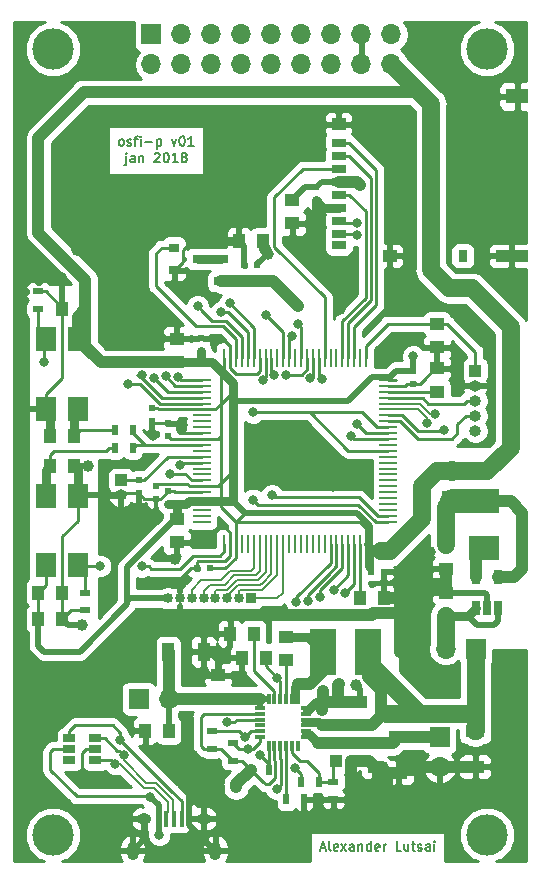
<source format=gbr>
G04 #@! TF.GenerationSoftware,KiCad,Pcbnew,5.0.1*
G04 #@! TF.CreationDate,2019-01-30T17:32:38+03:00*
G04 #@! TF.ProjectId,core,636F72652E6B696361645F7063620000,rev?*
G04 #@! TF.SameCoordinates,Original*
G04 #@! TF.FileFunction,Copper,L1,Top,Signal*
G04 #@! TF.FilePolarity,Positive*
%FSLAX46Y46*%
G04 Gerber Fmt 4.6, Leading zero omitted, Abs format (unit mm)*
G04 Created by KiCad (PCBNEW 5.0.1) date Wed 30 Jan 2019 05:32:38 PM MSK*
%MOMM*%
%LPD*%
G01*
G04 APERTURE LIST*
G04 #@! TA.AperFunction,NonConductor*
%ADD10C,0.200000*%
G04 #@! TD*
G04 #@! TA.AperFunction,ComponentPad*
%ADD11R,0.850000X0.850000*%
G04 #@! TD*
G04 #@! TA.AperFunction,ComponentPad*
%ADD12O,0.850000X0.850000*%
G04 #@! TD*
G04 #@! TA.AperFunction,ComponentPad*
%ADD13R,1.700000X1.700000*%
G04 #@! TD*
G04 #@! TA.AperFunction,ComponentPad*
%ADD14O,1.700000X1.700000*%
G04 #@! TD*
G04 #@! TA.AperFunction,SMDPad,CuDef*
%ADD15R,0.850000X0.300000*%
G04 #@! TD*
G04 #@! TA.AperFunction,SMDPad,CuDef*
%ADD16R,0.300000X0.850000*%
G04 #@! TD*
G04 #@! TA.AperFunction,SMDPad,CuDef*
%ADD17R,1.500000X0.280000*%
G04 #@! TD*
G04 #@! TA.AperFunction,SMDPad,CuDef*
%ADD18R,0.280000X1.500000*%
G04 #@! TD*
G04 #@! TA.AperFunction,SMDPad,CuDef*
%ADD19R,1.000000X1.250000*%
G04 #@! TD*
G04 #@! TA.AperFunction,SMDPad,CuDef*
%ADD20R,1.250000X1.000000*%
G04 #@! TD*
G04 #@! TA.AperFunction,SMDPad,CuDef*
%ADD21R,0.500000X0.600000*%
G04 #@! TD*
G04 #@! TA.AperFunction,SMDPad,CuDef*
%ADD22R,0.600000X0.500000*%
G04 #@! TD*
G04 #@! TA.AperFunction,SMDPad,CuDef*
%ADD23R,1.000000X1.600000*%
G04 #@! TD*
G04 #@! TA.AperFunction,SMDPad,CuDef*
%ADD24R,1.600000X1.000000*%
G04 #@! TD*
G04 #@! TA.AperFunction,SMDPad,CuDef*
%ADD25R,0.400000X1.350000*%
G04 #@! TD*
G04 #@! TA.AperFunction,ComponentPad*
%ADD26O,1.250000X0.950000*%
G04 #@! TD*
G04 #@! TA.AperFunction,ComponentPad*
%ADD27O,1.000000X1.550000*%
G04 #@! TD*
G04 #@! TA.AperFunction,SMDPad,CuDef*
%ADD28R,2.500000X2.000000*%
G04 #@! TD*
G04 #@! TA.AperFunction,SMDPad,CuDef*
%ADD29R,0.900000X0.500000*%
G04 #@! TD*
G04 #@! TA.AperFunction,SMDPad,CuDef*
%ADD30R,0.500000X0.900000*%
G04 #@! TD*
G04 #@! TA.AperFunction,ComponentPad*
%ADD31R,1.000000X1.000000*%
G04 #@! TD*
G04 #@! TA.AperFunction,ComponentPad*
%ADD32O,1.000000X1.000000*%
G04 #@! TD*
G04 #@! TA.AperFunction,SMDPad,CuDef*
%ADD33R,0.650000X1.220000*%
G04 #@! TD*
G04 #@! TA.AperFunction,SMDPad,CuDef*
%ADD34R,2.200000X3.900000*%
G04 #@! TD*
G04 #@! TA.AperFunction,SMDPad,CuDef*
%ADD35R,1.700000X2.100000*%
G04 #@! TD*
G04 #@! TA.AperFunction,SMDPad,CuDef*
%ADD36R,1.200000X0.700000*%
G04 #@! TD*
G04 #@! TA.AperFunction,SMDPad,CuDef*
%ADD37R,1.200000X1.000000*%
G04 #@! TD*
G04 #@! TA.AperFunction,SMDPad,CuDef*
%ADD38R,0.800000X1.000000*%
G04 #@! TD*
G04 #@! TA.AperFunction,SMDPad,CuDef*
%ADD39R,2.800000X1.000000*%
G04 #@! TD*
G04 #@! TA.AperFunction,SMDPad,CuDef*
%ADD40R,1.900000X1.300000*%
G04 #@! TD*
G04 #@! TA.AperFunction,SMDPad,CuDef*
%ADD41R,1.060000X0.650000*%
G04 #@! TD*
G04 #@! TA.AperFunction,SMDPad,CuDef*
%ADD42R,0.900000X0.800000*%
G04 #@! TD*
G04 #@! TA.AperFunction,SMDPad,CuDef*
%ADD43R,1.300000X0.700000*%
G04 #@! TD*
G04 #@! TA.AperFunction,ViaPad*
%ADD44C,3.500000*%
G04 #@! TD*
G04 #@! TA.AperFunction,ViaPad*
%ADD45C,1.000000*%
G04 #@! TD*
G04 #@! TA.AperFunction,ViaPad*
%ADD46C,0.800000*%
G04 #@! TD*
G04 #@! TA.AperFunction,Conductor*
%ADD47C,0.250000*%
G04 #@! TD*
G04 #@! TA.AperFunction,Conductor*
%ADD48C,0.500000*%
G04 #@! TD*
G04 #@! TA.AperFunction,Conductor*
%ADD49C,0.750000*%
G04 #@! TD*
G04 #@! TA.AperFunction,Conductor*
%ADD50C,1.000000*%
G04 #@! TD*
G04 #@! TA.AperFunction,Conductor*
%ADD51C,1.500000*%
G04 #@! TD*
G04 #@! TA.AperFunction,Conductor*
%ADD52C,2.000000*%
G04 #@! TD*
G04 #@! TA.AperFunction,Conductor*
%ADD53C,0.200000*%
G04 #@! TD*
G04 #@! TA.AperFunction,Conductor*
%ADD54C,0.254000*%
G04 #@! TD*
G04 APERTURE END LIST*
D10*
X156971428Y-59411904D02*
X156895238Y-59373809D01*
X156857142Y-59335714D01*
X156819047Y-59259523D01*
X156819047Y-59030952D01*
X156857142Y-58954761D01*
X156895238Y-58916666D01*
X156971428Y-58878571D01*
X157085714Y-58878571D01*
X157161904Y-58916666D01*
X157200000Y-58954761D01*
X157238095Y-59030952D01*
X157238095Y-59259523D01*
X157200000Y-59335714D01*
X157161904Y-59373809D01*
X157085714Y-59411904D01*
X156971428Y-59411904D01*
X157542857Y-59373809D02*
X157619047Y-59411904D01*
X157771428Y-59411904D01*
X157847619Y-59373809D01*
X157885714Y-59297619D01*
X157885714Y-59259523D01*
X157847619Y-59183333D01*
X157771428Y-59145238D01*
X157657142Y-59145238D01*
X157580952Y-59107142D01*
X157542857Y-59030952D01*
X157542857Y-58992857D01*
X157580952Y-58916666D01*
X157657142Y-58878571D01*
X157771428Y-58878571D01*
X157847619Y-58916666D01*
X158114285Y-58878571D02*
X158419047Y-58878571D01*
X158228571Y-59411904D02*
X158228571Y-58726190D01*
X158266666Y-58650000D01*
X158342857Y-58611904D01*
X158419047Y-58611904D01*
X158685714Y-59411904D02*
X158685714Y-58878571D01*
X158685714Y-58611904D02*
X158647619Y-58650000D01*
X158685714Y-58688095D01*
X158723809Y-58650000D01*
X158685714Y-58611904D01*
X158685714Y-58688095D01*
X159066666Y-59107142D02*
X159676190Y-59107142D01*
X160057142Y-58878571D02*
X160057142Y-59678571D01*
X160057142Y-58916666D02*
X160133333Y-58878571D01*
X160285714Y-58878571D01*
X160361904Y-58916666D01*
X160400000Y-58954761D01*
X160438095Y-59030952D01*
X160438095Y-59259523D01*
X160400000Y-59335714D01*
X160361904Y-59373809D01*
X160285714Y-59411904D01*
X160133333Y-59411904D01*
X160057142Y-59373809D01*
X161314285Y-58878571D02*
X161504761Y-59411904D01*
X161695238Y-58878571D01*
X162152380Y-58611904D02*
X162228571Y-58611904D01*
X162304761Y-58650000D01*
X162342857Y-58688095D01*
X162380952Y-58764285D01*
X162419047Y-58916666D01*
X162419047Y-59107142D01*
X162380952Y-59259523D01*
X162342857Y-59335714D01*
X162304761Y-59373809D01*
X162228571Y-59411904D01*
X162152380Y-59411904D01*
X162076190Y-59373809D01*
X162038095Y-59335714D01*
X162000000Y-59259523D01*
X161961904Y-59107142D01*
X161961904Y-58916666D01*
X162000000Y-58764285D01*
X162038095Y-58688095D01*
X162076190Y-58650000D01*
X162152380Y-58611904D01*
X163180952Y-59411904D02*
X162723809Y-59411904D01*
X162952380Y-59411904D02*
X162952380Y-58611904D01*
X162876190Y-58726190D01*
X162800000Y-58802380D01*
X162723809Y-58840476D01*
X157447619Y-60278571D02*
X157447619Y-60964285D01*
X157409523Y-61040476D01*
X157333333Y-61078571D01*
X157295238Y-61078571D01*
X157447619Y-60011904D02*
X157409523Y-60050000D01*
X157447619Y-60088095D01*
X157485714Y-60050000D01*
X157447619Y-60011904D01*
X157447619Y-60088095D01*
X158171428Y-60811904D02*
X158171428Y-60392857D01*
X158133333Y-60316666D01*
X158057142Y-60278571D01*
X157904761Y-60278571D01*
X157828571Y-60316666D01*
X158171428Y-60773809D02*
X158095238Y-60811904D01*
X157904761Y-60811904D01*
X157828571Y-60773809D01*
X157790476Y-60697619D01*
X157790476Y-60621428D01*
X157828571Y-60545238D01*
X157904761Y-60507142D01*
X158095238Y-60507142D01*
X158171428Y-60469047D01*
X158552380Y-60278571D02*
X158552380Y-60811904D01*
X158552380Y-60354761D02*
X158590476Y-60316666D01*
X158666666Y-60278571D01*
X158780952Y-60278571D01*
X158857142Y-60316666D01*
X158895238Y-60392857D01*
X158895238Y-60811904D01*
X159847619Y-60088095D02*
X159885714Y-60050000D01*
X159961904Y-60011904D01*
X160152380Y-60011904D01*
X160228571Y-60050000D01*
X160266666Y-60088095D01*
X160304761Y-60164285D01*
X160304761Y-60240476D01*
X160266666Y-60354761D01*
X159809523Y-60811904D01*
X160304761Y-60811904D01*
X160800000Y-60011904D02*
X160876190Y-60011904D01*
X160952380Y-60050000D01*
X160990476Y-60088095D01*
X161028571Y-60164285D01*
X161066666Y-60316666D01*
X161066666Y-60507142D01*
X161028571Y-60659523D01*
X160990476Y-60735714D01*
X160952380Y-60773809D01*
X160876190Y-60811904D01*
X160800000Y-60811904D01*
X160723809Y-60773809D01*
X160685714Y-60735714D01*
X160647619Y-60659523D01*
X160609523Y-60507142D01*
X160609523Y-60316666D01*
X160647619Y-60164285D01*
X160685714Y-60088095D01*
X160723809Y-60050000D01*
X160800000Y-60011904D01*
X161828571Y-60811904D02*
X161371428Y-60811904D01*
X161600000Y-60811904D02*
X161600000Y-60011904D01*
X161523809Y-60126190D01*
X161447619Y-60202380D01*
X161371428Y-60240476D01*
X162285714Y-60354761D02*
X162209523Y-60316666D01*
X162171428Y-60278571D01*
X162133333Y-60202380D01*
X162133333Y-60164285D01*
X162171428Y-60088095D01*
X162209523Y-60050000D01*
X162285714Y-60011904D01*
X162438095Y-60011904D01*
X162514285Y-60050000D01*
X162552380Y-60088095D01*
X162590476Y-60164285D01*
X162590476Y-60202380D01*
X162552380Y-60278571D01*
X162514285Y-60316666D01*
X162438095Y-60354761D01*
X162285714Y-60354761D01*
X162209523Y-60392857D01*
X162171428Y-60430952D01*
X162133333Y-60507142D01*
X162133333Y-60659523D01*
X162171428Y-60735714D01*
X162209523Y-60773809D01*
X162285714Y-60811904D01*
X162438095Y-60811904D01*
X162514285Y-60773809D01*
X162552380Y-60735714D01*
X162590476Y-60659523D01*
X162590476Y-60507142D01*
X162552380Y-60430952D01*
X162514285Y-60392857D01*
X162438095Y-60354761D01*
X173911904Y-118883333D02*
X174292857Y-118883333D01*
X173835714Y-119111904D02*
X174102380Y-118311904D01*
X174369047Y-119111904D01*
X174750000Y-119111904D02*
X174673809Y-119073809D01*
X174635714Y-118997619D01*
X174635714Y-118311904D01*
X175359523Y-119073809D02*
X175283333Y-119111904D01*
X175130952Y-119111904D01*
X175054761Y-119073809D01*
X175016666Y-118997619D01*
X175016666Y-118692857D01*
X175054761Y-118616666D01*
X175130952Y-118578571D01*
X175283333Y-118578571D01*
X175359523Y-118616666D01*
X175397619Y-118692857D01*
X175397619Y-118769047D01*
X175016666Y-118845238D01*
X175664285Y-119111904D02*
X176083333Y-118578571D01*
X175664285Y-118578571D02*
X176083333Y-119111904D01*
X176730952Y-119111904D02*
X176730952Y-118692857D01*
X176692857Y-118616666D01*
X176616666Y-118578571D01*
X176464285Y-118578571D01*
X176388095Y-118616666D01*
X176730952Y-119073809D02*
X176654761Y-119111904D01*
X176464285Y-119111904D01*
X176388095Y-119073809D01*
X176350000Y-118997619D01*
X176350000Y-118921428D01*
X176388095Y-118845238D01*
X176464285Y-118807142D01*
X176654761Y-118807142D01*
X176730952Y-118769047D01*
X177111904Y-118578571D02*
X177111904Y-119111904D01*
X177111904Y-118654761D02*
X177150000Y-118616666D01*
X177226190Y-118578571D01*
X177340476Y-118578571D01*
X177416666Y-118616666D01*
X177454761Y-118692857D01*
X177454761Y-119111904D01*
X178178571Y-119111904D02*
X178178571Y-118311904D01*
X178178571Y-119073809D02*
X178102380Y-119111904D01*
X177950000Y-119111904D01*
X177873809Y-119073809D01*
X177835714Y-119035714D01*
X177797619Y-118959523D01*
X177797619Y-118730952D01*
X177835714Y-118654761D01*
X177873809Y-118616666D01*
X177950000Y-118578571D01*
X178102380Y-118578571D01*
X178178571Y-118616666D01*
X178864285Y-119073809D02*
X178788095Y-119111904D01*
X178635714Y-119111904D01*
X178559523Y-119073809D01*
X178521428Y-118997619D01*
X178521428Y-118692857D01*
X178559523Y-118616666D01*
X178635714Y-118578571D01*
X178788095Y-118578571D01*
X178864285Y-118616666D01*
X178902380Y-118692857D01*
X178902380Y-118769047D01*
X178521428Y-118845238D01*
X179245238Y-119111904D02*
X179245238Y-118578571D01*
X179245238Y-118730952D02*
X179283333Y-118654761D01*
X179321428Y-118616666D01*
X179397619Y-118578571D01*
X179473809Y-118578571D01*
X180730952Y-119111904D02*
X180350000Y-119111904D01*
X180350000Y-118311904D01*
X181340476Y-118578571D02*
X181340476Y-119111904D01*
X180997619Y-118578571D02*
X180997619Y-118997619D01*
X181035714Y-119073809D01*
X181111904Y-119111904D01*
X181226190Y-119111904D01*
X181302380Y-119073809D01*
X181340476Y-119035714D01*
X181607142Y-118578571D02*
X181911904Y-118578571D01*
X181721428Y-118311904D02*
X181721428Y-118997619D01*
X181759523Y-119073809D01*
X181835714Y-119111904D01*
X181911904Y-119111904D01*
X182140476Y-119073809D02*
X182216666Y-119111904D01*
X182369047Y-119111904D01*
X182445238Y-119073809D01*
X182483333Y-118997619D01*
X182483333Y-118959523D01*
X182445238Y-118883333D01*
X182369047Y-118845238D01*
X182254761Y-118845238D01*
X182178571Y-118807142D01*
X182140476Y-118730952D01*
X182140476Y-118692857D01*
X182178571Y-118616666D01*
X182254761Y-118578571D01*
X182369047Y-118578571D01*
X182445238Y-118616666D01*
X183169047Y-119111904D02*
X183169047Y-118692857D01*
X183130952Y-118616666D01*
X183054761Y-118578571D01*
X182902380Y-118578571D01*
X182826190Y-118616666D01*
X183169047Y-119073809D02*
X183092857Y-119111904D01*
X182902380Y-119111904D01*
X182826190Y-119073809D01*
X182788095Y-118997619D01*
X182788095Y-118921428D01*
X182826190Y-118845238D01*
X182902380Y-118807142D01*
X183092857Y-118807142D01*
X183169047Y-118769047D01*
X183550000Y-119111904D02*
X183550000Y-118578571D01*
X183550000Y-118311904D02*
X183511904Y-118350000D01*
X183550000Y-118388095D01*
X183588095Y-118350000D01*
X183550000Y-118311904D01*
X183550000Y-118388095D01*
D11*
G04 #@! TO.P,J10,1*
G04 #@! TO.N,/C6*
X168000000Y-97750000D03*
D12*
G04 #@! TO.P,J10,2*
G04 #@! TO.N,/C5*
X167000000Y-97750000D03*
G04 #@! TO.P,J10,3*
G04 #@! TO.N,/C4*
X166000000Y-97750000D03*
G04 #@! TO.P,J10,4*
G04 #@! TO.N,/C3*
X165000000Y-97750000D03*
G04 #@! TO.P,J10,5*
G04 #@! TO.N,/C2*
X164000000Y-97750000D03*
G04 #@! TO.P,J10,6*
G04 #@! TO.N,/C1*
X163000000Y-97750000D03*
G04 #@! TO.P,J10,7*
G04 #@! TO.N,GND*
X162000000Y-97750000D03*
G04 #@! TO.P,J10,8*
G04 #@! TO.N,+3V3*
X161000000Y-97750000D03*
G04 #@! TD*
D13*
G04 #@! TO.P,J9,1*
G04 #@! TO.N,/A_SD*
X159590000Y-50000000D03*
D14*
G04 #@! TO.P,J9,2*
G04 #@! TO.N,/A_WS*
X159590000Y-52540000D03*
G04 #@! TO.P,J9,3*
G04 #@! TO.N,/A_SCK*
X162130000Y-50000000D03*
G04 #@! TO.P,J9,4*
G04 #@! TO.N,/A_MCK*
X162130000Y-52540000D03*
G04 #@! TO.P,J9,5*
G04 #@! TO.N,/AS_MOSI*
X164670000Y-50000000D03*
G04 #@! TO.P,J9,6*
G04 #@! TO.N,/AS_MISO*
X164670000Y-52540000D03*
G04 #@! TO.P,J9,7*
G04 #@! TO.N,/AG_1*
X167210000Y-50000000D03*
G04 #@! TO.P,J9,8*
G04 #@! TO.N,/AG_0*
X167210000Y-52540000D03*
G04 #@! TO.P,J9,9*
G04 #@! TO.N,/AS_SCK*
X169750000Y-50000000D03*
G04 #@! TO.P,J9,10*
G04 #@! TO.N,/AC_SDA*
X169750000Y-52540000D03*
G04 #@! TO.P,J9,11*
G04 #@! TO.N,/AC_SCL*
X172290000Y-50000000D03*
G04 #@! TO.P,J9,12*
G04 #@! TO.N,/AG_4*
X172290000Y-52540000D03*
G04 #@! TO.P,J9,13*
G04 #@! TO.N,/AG_3*
X174830000Y-50000000D03*
G04 #@! TO.P,J9,14*
G04 #@! TO.N,/AG_2*
X174830000Y-52540000D03*
G04 #@! TO.P,J9,15*
G04 #@! TO.N,GND*
X177370000Y-50000000D03*
G04 #@! TO.P,J9,16*
X177370000Y-52540000D03*
G04 #@! TO.P,J9,17*
G04 #@! TO.N,+BATT*
X179910000Y-50000000D03*
G04 #@! TO.P,J9,18*
G04 #@! TO.N,+3V3*
X179910000Y-52540000D03*
G04 #@! TD*
D15*
G04 #@! TO.P,U3,1*
G04 #@! TO.N,VBUS*
X168800000Y-107000000D03*
G04 #@! TO.P,U3,2*
G04 #@! TO.N,+3V3*
X168800000Y-107500000D03*
G04 #@! TO.P,U3,3*
G04 #@! TO.N,/BAT_PG*
X168800000Y-108000000D03*
G04 #@! TO.P,U3,4*
G04 #@! TO.N,Net-(U3-Pad4)*
X168800000Y-108500000D03*
G04 #@! TO.P,U3,5*
G04 #@! TO.N,/BAT_SCL*
X168800000Y-109000000D03*
G04 #@! TO.P,U3,6*
G04 #@! TO.N,/BAT_SDA*
X168800000Y-109500000D03*
D16*
G04 #@! TO.P,U3,7*
G04 #@! TO.N,/BAT_INT*
X169500000Y-110200000D03*
G04 #@! TO.P,U3,8*
G04 #@! TO.N,+3V3*
X170000000Y-110200000D03*
G04 #@! TO.P,U3,9*
G04 #@! TO.N,/BAT_CE*
X170500000Y-110200000D03*
G04 #@! TO.P,U3,10*
G04 #@! TO.N,Net-(R5-Pad2)*
X171000000Y-110200000D03*
G04 #@! TO.P,U3,11*
G04 #@! TO.N,Net-(R4-Pad2)*
X171500000Y-110200000D03*
G04 #@! TO.P,U3,12*
G04 #@! TO.N,Net-(U3-Pad12)*
X172000000Y-110200000D03*
D15*
G04 #@! TO.P,U3,13*
G04 #@! TO.N,+BATT*
X172700000Y-109500000D03*
G04 #@! TO.P,U3,14*
X172700000Y-109000000D03*
G04 #@! TO.P,U3,15*
G04 #@! TO.N,Net-(C21-Pad1)*
X172700000Y-108500000D03*
G04 #@! TO.P,U3,16*
X172700000Y-108000000D03*
G04 #@! TO.P,U3,17*
G04 #@! TO.N,GND*
X172700000Y-107500000D03*
G04 #@! TO.P,U3,18*
X172700000Y-107000000D03*
D16*
G04 #@! TO.P,U3,19*
G04 #@! TO.N,Net-(C20-Pad1)*
X172000000Y-106300000D03*
G04 #@! TO.P,U3,20*
X171500000Y-106300000D03*
G04 #@! TO.P,U3,21*
G04 #@! TO.N,Net-(C20-Pad2)*
X171000000Y-106300000D03*
G04 #@! TO.P,U3,22*
G04 #@! TO.N,Net-(C19-Pad1)*
X170500000Y-106300000D03*
G04 #@! TO.P,U3,23*
G04 #@! TO.N,Net-(C14-Pad1)*
X170000000Y-106300000D03*
G04 #@! TO.P,U3,24*
G04 #@! TO.N,VBUS*
X169500000Y-106300000D03*
G04 #@! TD*
D17*
G04 #@! TO.P,U1,1*
G04 #@! TO.N,/AS_SCK*
X163850000Y-79250000D03*
G04 #@! TO.P,U1,2*
G04 #@! TO.N,/AG_0*
X163850000Y-79750000D03*
G04 #@! TO.P,U1,3*
G04 #@! TO.N,/AG_1*
X163850000Y-80250000D03*
G04 #@! TO.P,U1,4*
G04 #@! TO.N,/AS_MISO*
X163850000Y-80750000D03*
G04 #@! TO.P,U1,5*
G04 #@! TO.N,/AS_MOSI*
X163850000Y-81250000D03*
G04 #@! TO.P,U1,6*
G04 #@! TO.N,+3V3*
X163850000Y-81750000D03*
G04 #@! TO.P,U1,7*
G04 #@! TO.N,Net-(U1-Pad7)*
X163850000Y-82250000D03*
G04 #@! TO.P,U1,8*
G04 #@! TO.N,Net-(U1-Pad8)*
X163850000Y-82750000D03*
G04 #@! TO.P,U1,9*
G04 #@! TO.N,Net-(U1-Pad9)*
X163850000Y-83250000D03*
G04 #@! TO.P,U1,10*
G04 #@! TO.N,GND*
X163850000Y-83750000D03*
G04 #@! TO.P,U1,11*
G04 #@! TO.N,+3V3*
X163850000Y-84250000D03*
G04 #@! TO.P,U1,12*
G04 #@! TO.N,Net-(R10-Pad1)*
X163850000Y-84750000D03*
G04 #@! TO.P,U1,13*
G04 #@! TO.N,Net-(U1-Pad13)*
X163850000Y-85250000D03*
G04 #@! TO.P,U1,14*
G04 #@! TO.N,Net-(C24-Pad1)*
X163850000Y-85750000D03*
G04 #@! TO.P,U1,15*
G04 #@! TO.N,/CRYST_2*
X163850000Y-86250000D03*
G04 #@! TO.P,U1,16*
G04 #@! TO.N,Net-(U1-Pad16)*
X163850000Y-86750000D03*
G04 #@! TO.P,U1,17*
G04 #@! TO.N,Net-(U1-Pad17)*
X163850000Y-87250000D03*
G04 #@! TO.P,U1,18*
G04 #@! TO.N,/A_SD*
X163850000Y-87750000D03*
G04 #@! TO.P,U1,19*
G04 #@! TO.N,+3V3*
X163850000Y-88250000D03*
G04 #@! TO.P,U1,20*
G04 #@! TO.N,GND*
X163850000Y-88750000D03*
G04 #@! TO.P,U1,21*
G04 #@! TO.N,+3V3*
X163850000Y-89250000D03*
G04 #@! TO.P,U1,22*
X163850000Y-89750000D03*
G04 #@! TO.P,U1,23*
G04 #@! TO.N,Net-(U1-Pad23)*
X163850000Y-90250000D03*
G04 #@! TO.P,U1,24*
G04 #@! TO.N,Net-(U1-Pad24)*
X163850000Y-90750000D03*
G04 #@! TO.P,U1,25*
G04 #@! TO.N,Net-(U1-Pad25)*
X163850000Y-91250000D03*
D18*
G04 #@! TO.P,U1,26*
G04 #@! TO.N,/CRYST_1*
X165750000Y-93150000D03*
G04 #@! TO.P,U1,27*
G04 #@! TO.N,GND*
X166250000Y-93150000D03*
G04 #@! TO.P,U1,28*
G04 #@! TO.N,+3V3*
X166750000Y-93150000D03*
G04 #@! TO.P,U1,29*
G04 #@! TO.N,Net-(U1-Pad29)*
X167250000Y-93150000D03*
G04 #@! TO.P,U1,30*
G04 #@! TO.N,Net-(U1-Pad30)*
X167750000Y-93150000D03*
G04 #@! TO.P,U1,31*
G04 #@! TO.N,/C1*
X168250000Y-93150000D03*
G04 #@! TO.P,U1,32*
G04 #@! TO.N,/C2*
X168750000Y-93150000D03*
G04 #@! TO.P,U1,33*
G04 #@! TO.N,/C3*
X169250000Y-93150000D03*
G04 #@! TO.P,U1,34*
G04 #@! TO.N,/C4*
X169750000Y-93150000D03*
G04 #@! TO.P,U1,35*
G04 #@! TO.N,/C5*
X170250000Y-93150000D03*
G04 #@! TO.P,U1,36*
G04 #@! TO.N,/C6*
X170750000Y-93150000D03*
G04 #@! TO.P,U1,37*
G04 #@! TO.N,Net-(U1-Pad37)*
X171250000Y-93150000D03*
G04 #@! TO.P,U1,38*
G04 #@! TO.N,Net-(U1-Pad38)*
X171750000Y-93150000D03*
G04 #@! TO.P,U1,39*
G04 #@! TO.N,Net-(U1-Pad39)*
X172250000Y-93150000D03*
G04 #@! TO.P,U1,40*
G04 #@! TO.N,Net-(U1-Pad40)*
X172750000Y-93150000D03*
G04 #@! TO.P,U1,41*
G04 #@! TO.N,Net-(U1-Pad41)*
X173250000Y-93150000D03*
G04 #@! TO.P,U1,42*
G04 #@! TO.N,Net-(U1-Pad42)*
X173750000Y-93150000D03*
G04 #@! TO.P,U1,43*
G04 #@! TO.N,Net-(U1-Pad43)*
X174250000Y-93150000D03*
G04 #@! TO.P,U1,44*
G04 #@! TO.N,/BAT_PG*
X174750000Y-93150000D03*
G04 #@! TO.P,U1,45*
G04 #@! TO.N,/BAT_CE*
X175250000Y-93150000D03*
G04 #@! TO.P,U1,46*
G04 #@! TO.N,/BAT_INT*
X175750000Y-93150000D03*
G04 #@! TO.P,U1,47*
G04 #@! TO.N,/BAT_SCL*
X176250000Y-93150000D03*
G04 #@! TO.P,U1,48*
G04 #@! TO.N,/BAT_SDA*
X176750000Y-93150000D03*
G04 #@! TO.P,U1,49*
G04 #@! TO.N,Net-(C26-Pad2)*
X177250000Y-93150000D03*
G04 #@! TO.P,U1,50*
G04 #@! TO.N,+3V3*
X177750000Y-93150000D03*
D17*
G04 #@! TO.P,U1,51*
G04 #@! TO.N,/A_WS*
X179650000Y-91250000D03*
G04 #@! TO.P,U1,52*
G04 #@! TO.N,/A_SCK*
X179650000Y-90750000D03*
G04 #@! TO.P,U1,53*
G04 #@! TO.N,Net-(U1-Pad53)*
X179650000Y-90250000D03*
G04 #@! TO.P,U1,54*
G04 #@! TO.N,Net-(U1-Pad54)*
X179650000Y-89750000D03*
G04 #@! TO.P,U1,55*
G04 #@! TO.N,Net-(U1-Pad55)*
X179650000Y-89250000D03*
G04 #@! TO.P,U1,56*
G04 #@! TO.N,Net-(U1-Pad56)*
X179650000Y-88750000D03*
G04 #@! TO.P,U1,57*
G04 #@! TO.N,Net-(U1-Pad57)*
X179650000Y-88250000D03*
G04 #@! TO.P,U1,58*
G04 #@! TO.N,Net-(U1-Pad58)*
X179650000Y-87750000D03*
G04 #@! TO.P,U1,59*
G04 #@! TO.N,Net-(U1-Pad59)*
X179650000Y-87250000D03*
G04 #@! TO.P,U1,60*
G04 #@! TO.N,Net-(U1-Pad60)*
X179650000Y-86750000D03*
G04 #@! TO.P,U1,61*
G04 #@! TO.N,Net-(U1-Pad61)*
X179650000Y-86250000D03*
G04 #@! TO.P,U1,62*
G04 #@! TO.N,Net-(U1-Pad62)*
X179650000Y-85750000D03*
G04 #@! TO.P,U1,63*
G04 #@! TO.N,/A_MCK*
X179650000Y-85250000D03*
G04 #@! TO.P,U1,64*
G04 #@! TO.N,Net-(U1-Pad64)*
X179650000Y-84750000D03*
G04 #@! TO.P,U1,65*
G04 #@! TO.N,/SD_D0*
X179650000Y-84250000D03*
G04 #@! TO.P,U1,66*
G04 #@! TO.N,/SD_D1*
X179650000Y-83750000D03*
G04 #@! TO.P,U1,67*
G04 #@! TO.N,/A_MCK*
X179650000Y-83250000D03*
G04 #@! TO.P,U1,68*
G04 #@! TO.N,/D_TX*
X179650000Y-82750000D03*
G04 #@! TO.P,U1,69*
G04 #@! TO.N,/USB_ID*
X179650000Y-82250000D03*
G04 #@! TO.P,U1,70*
G04 #@! TO.N,/USB_D-*
X179650000Y-81750000D03*
G04 #@! TO.P,U1,71*
G04 #@! TO.N,/USB_D+*
X179650000Y-81250000D03*
G04 #@! TO.P,U1,72*
G04 #@! TO.N,/D_SWDIO*
X179650000Y-80750000D03*
G04 #@! TO.P,U1,73*
G04 #@! TO.N,Net-(C25-Pad2)*
X179650000Y-80250000D03*
G04 #@! TO.P,U1,74*
G04 #@! TO.N,GND*
X179650000Y-79750000D03*
G04 #@! TO.P,U1,75*
G04 #@! TO.N,+3V3*
X179650000Y-79250000D03*
D18*
G04 #@! TO.P,U1,76*
G04 #@! TO.N,/D_SWDCLK*
X177750000Y-77350000D03*
G04 #@! TO.P,U1,77*
G04 #@! TO.N,Net-(U1-Pad77)*
X177250000Y-77350000D03*
G04 #@! TO.P,U1,78*
G04 #@! TO.N,/SD_D2*
X176750000Y-77350000D03*
G04 #@! TO.P,U1,79*
G04 #@! TO.N,/SD_D3*
X176250000Y-77350000D03*
G04 #@! TO.P,U1,80*
G04 #@! TO.N,/SD_CLK*
X175750000Y-77350000D03*
G04 #@! TO.P,U1,81*
G04 #@! TO.N,Net-(U1-Pad81)*
X175250000Y-77350000D03*
G04 #@! TO.P,U1,82*
G04 #@! TO.N,Net-(U1-Pad82)*
X174750000Y-77350000D03*
G04 #@! TO.P,U1,83*
G04 #@! TO.N,/SD_CMD*
X174250000Y-77350000D03*
G04 #@! TO.P,U1,84*
G04 #@! TO.N,/AG_2*
X173750000Y-77350000D03*
G04 #@! TO.P,U1,85*
G04 #@! TO.N,/AG_3*
X173250000Y-77350000D03*
G04 #@! TO.P,U1,86*
G04 #@! TO.N,/AG_4*
X172750000Y-77350000D03*
G04 #@! TO.P,U1,87*
G04 #@! TO.N,/L_MOSI*
X172250000Y-77350000D03*
G04 #@! TO.P,U1,88*
G04 #@! TO.N,Net-(U1-Pad88)*
X171750000Y-77350000D03*
G04 #@! TO.P,U1,89*
G04 #@! TO.N,/L_SCK*
X171250000Y-77350000D03*
G04 #@! TO.P,U1,90*
G04 #@! TO.N,/L_MISO*
X170750000Y-77350000D03*
G04 #@! TO.P,U1,91*
G04 #@! TO.N,Net-(U1-Pad91)*
X170250000Y-77350000D03*
G04 #@! TO.P,U1,92*
G04 #@! TO.N,/AC_SCL*
X169750000Y-77350000D03*
G04 #@! TO.P,U1,93*
G04 #@! TO.N,/AC_SDA*
X169250000Y-77350000D03*
G04 #@! TO.P,U1,94*
G04 #@! TO.N,GND*
X168750000Y-77350000D03*
G04 #@! TO.P,U1,95*
G04 #@! TO.N,/L_CS*
X168250000Y-77350000D03*
G04 #@! TO.P,U1,96*
G04 #@! TO.N,/L_DC*
X167750000Y-77350000D03*
G04 #@! TO.P,U1,97*
G04 #@! TO.N,/L_RST*
X167250000Y-77350000D03*
G04 #@! TO.P,U1,98*
G04 #@! TO.N,/L_LED*
X166750000Y-77350000D03*
G04 #@! TO.P,U1,99*
G04 #@! TO.N,GND*
X166250000Y-77350000D03*
G04 #@! TO.P,U1,100*
G04 #@! TO.N,+3V3*
X165750000Y-77350000D03*
G04 #@! TD*
D19*
G04 #@! TO.P,C30,1*
G04 #@! TO.N,+3V3*
X150000000Y-97250000D03*
G04 #@! TO.P,C30,2*
G04 #@! TO.N,GND*
X152000000Y-97250000D03*
G04 #@! TD*
D20*
G04 #@! TO.P,C3,1*
G04 #@! TO.N,VCCQ*
X184500000Y-99250000D03*
G04 #@! TO.P,C3,2*
G04 #@! TO.N,GND*
X184500000Y-97250000D03*
G04 #@! TD*
D21*
G04 #@! TO.P,C1,1*
G04 #@! TO.N,+3V3*
X181750000Y-78450000D03*
G04 #@! TO.P,C1,2*
G04 #@! TO.N,GND*
X181750000Y-79550000D03*
G04 #@! TD*
D20*
G04 #@! TO.P,C2,1*
G04 #@! TO.N,+3V3*
X161750000Y-91000000D03*
G04 #@! TO.P,C2,2*
G04 #@! TO.N,GND*
X161750000Y-93000000D03*
G04 #@! TD*
D22*
G04 #@! TO.P,C4,2*
G04 #@! TO.N,GND*
X163450000Y-95200000D03*
G04 #@! TO.P,C4,1*
G04 #@! TO.N,+3V3*
X164550000Y-95200000D03*
G04 #@! TD*
D19*
G04 #@! TO.P,C5,2*
G04 #@! TO.N,GND*
X152000000Y-99500000D03*
G04 #@! TO.P,C5,1*
G04 #@! TO.N,+3V3*
X150000000Y-99500000D03*
G04 #@! TD*
D21*
G04 #@! TO.P,C6,1*
G04 #@! TO.N,+3V3*
X161000000Y-84000000D03*
G04 #@! TO.P,C6,2*
G04 #@! TO.N,GND*
X161000000Y-82900000D03*
G04 #@! TD*
G04 #@! TO.P,C9,2*
G04 #@! TO.N,GND*
X160000000Y-89350000D03*
G04 #@! TO.P,C9,1*
G04 #@! TO.N,+3V3*
X160000000Y-88250000D03*
G04 #@! TD*
G04 #@! TO.P,C10,1*
G04 #@! TO.N,+3V3*
X159600000Y-81650000D03*
G04 #@! TO.P,C10,2*
G04 #@! TO.N,GND*
X159600000Y-82750000D03*
G04 #@! TD*
G04 #@! TO.P,C11,2*
G04 #@! TO.N,GND*
X161000000Y-88650000D03*
G04 #@! TO.P,C11,1*
G04 #@! TO.N,+3V3*
X161000000Y-89750000D03*
G04 #@! TD*
D20*
G04 #@! TO.P,C12,1*
G04 #@! TO.N,VBUS*
X165250000Y-106250000D03*
G04 #@! TO.P,C12,2*
G04 #@! TO.N,GND*
X165250000Y-104250000D03*
G04 #@! TD*
D22*
G04 #@! TO.P,C13,1*
G04 #@! TO.N,+3V3*
X178150000Y-95500000D03*
G04 #@! TO.P,C13,2*
G04 #@! TO.N,GND*
X179250000Y-95500000D03*
G04 #@! TD*
D19*
G04 #@! TO.P,C14,2*
G04 #@! TO.N,GND*
X166250000Y-100750000D03*
G04 #@! TO.P,C14,1*
G04 #@! TO.N,Net-(C14-Pad1)*
X168250000Y-100750000D03*
G04 #@! TD*
D20*
G04 #@! TO.P,C16,2*
G04 #@! TO.N,GND*
X184500000Y-95250000D03*
G04 #@! TO.P,C16,1*
G04 #@! TO.N,Net-(C16-Pad1)*
X184500000Y-93250000D03*
G04 #@! TD*
D23*
G04 #@! TO.P,C17,1*
G04 #@! TO.N,VBUS*
X161000000Y-102250000D03*
G04 #@! TO.P,C17,2*
G04 #@! TO.N,GND*
X164000000Y-102250000D03*
G04 #@! TD*
D19*
G04 #@! TO.P,C18,2*
G04 #@! TO.N,GND*
X159050000Y-108950000D03*
G04 #@! TO.P,C18,1*
G04 #@! TO.N,VBUS*
X161050000Y-108950000D03*
G04 #@! TD*
G04 #@! TO.P,C19,2*
G04 #@! TO.N,GND*
X167250000Y-102750000D03*
G04 #@! TO.P,C19,1*
G04 #@! TO.N,Net-(C19-Pad1)*
X169250000Y-102750000D03*
G04 #@! TD*
D20*
G04 #@! TO.P,C20,2*
G04 #@! TO.N,Net-(C20-Pad2)*
X171000000Y-103000000D03*
G04 #@! TO.P,C20,1*
G04 #@! TO.N,Net-(C20-Pad1)*
X171000000Y-101000000D03*
G04 #@! TD*
D24*
G04 #@! TO.P,C21,2*
G04 #@! TO.N,GND*
X187000000Y-112000000D03*
G04 #@! TO.P,C21,1*
G04 #@! TO.N,Net-(C21-Pad1)*
X187000000Y-109000000D03*
G04 #@! TD*
D20*
G04 #@! TO.P,C22,1*
G04 #@! TO.N,+BATT*
X178500000Y-110000000D03*
G04 #@! TO.P,C22,2*
G04 #@! TO.N,GND*
X178500000Y-112000000D03*
G04 #@! TD*
D24*
G04 #@! TO.P,C23,1*
G04 #@! TO.N,+BATT*
X180500000Y-109500000D03*
G04 #@! TO.P,C23,2*
G04 #@! TO.N,GND*
X180500000Y-112500000D03*
G04 #@! TD*
D21*
G04 #@! TO.P,C24,2*
G04 #@! TO.N,GND*
X158500000Y-88850000D03*
G04 #@! TO.P,C24,1*
G04 #@! TO.N,Net-(C24-Pad1)*
X158500000Y-87750000D03*
G04 #@! TD*
D20*
G04 #@! TO.P,C25,2*
G04 #@! TO.N,Net-(C25-Pad2)*
X183750000Y-80250000D03*
G04 #@! TO.P,C25,1*
G04 #@! TO.N,GND*
X183750000Y-78250000D03*
G04 #@! TD*
D19*
G04 #@! TO.P,C26,1*
G04 #@! TO.N,GND*
X179250000Y-97750000D03*
G04 #@! TO.P,C26,2*
G04 #@! TO.N,Net-(C26-Pad2)*
X177250000Y-97750000D03*
G04 #@! TD*
D25*
G04 #@! TO.P,J1,1*
G04 #@! TO.N,Net-(J1-Pad1)*
X160200000Y-116400000D03*
G04 #@! TO.P,J1,2*
G04 #@! TO.N,/USB_D-*
X160850000Y-116400000D03*
G04 #@! TO.P,J1,3*
G04 #@! TO.N,/USB_D+*
X161500000Y-116400000D03*
G04 #@! TO.P,J1,4*
G04 #@! TO.N,/USB_ID*
X162150000Y-116400000D03*
G04 #@! TO.P,J1,5*
G04 #@! TO.N,GND*
X162800000Y-116400000D03*
D26*
G04 #@! TO.P,J1,6*
X159000000Y-116400000D03*
X164000000Y-116400000D03*
D27*
X158000000Y-119100000D03*
X165000000Y-119100000D03*
G04 #@! TD*
D13*
G04 #@! TO.P,J3,1*
G04 #@! TO.N,Net-(C16-Pad1)*
X185000000Y-89500000D03*
D14*
G04 #@! TO.P,J3,2*
G04 #@! TO.N,+3V3*
X185000000Y-86960000D03*
G04 #@! TD*
D13*
G04 #@! TO.P,J4,1*
G04 #@! TO.N,Net-(C21-Pad1)*
X187040000Y-102000000D03*
D14*
G04 #@! TO.P,J4,2*
G04 #@! TO.N,VCCQ*
X184500000Y-102000000D03*
G04 #@! TD*
G04 #@! TO.P,J5,2*
G04 #@! TO.N,VBUS*
X161040000Y-106250000D03*
D13*
G04 #@! TO.P,J5,1*
G04 #@! TO.N,Net-(J1-Pad1)*
X158500000Y-106250000D03*
G04 #@! TD*
D28*
G04 #@! TO.P,L1,1*
G04 #@! TO.N,Net-(L1-Pad1)*
X187750000Y-93500000D03*
G04 #@! TO.P,L1,2*
G04 #@! TO.N,Net-(C16-Pad1)*
X187750000Y-89500000D03*
G04 #@! TD*
D29*
G04 #@! TO.P,R1,2*
G04 #@! TO.N,+3V3*
X166500000Y-111500000D03*
G04 #@! TO.P,R1,1*
G04 #@! TO.N,/BAT_SDA*
X166500000Y-110000000D03*
G04 #@! TD*
G04 #@! TO.P,R2,1*
G04 #@! TO.N,/BAT_SCL*
X164750000Y-109000000D03*
G04 #@! TO.P,R2,2*
G04 #@! TO.N,+3V3*
X164750000Y-110500000D03*
G04 #@! TD*
D30*
G04 #@! TO.P,R3,2*
G04 #@! TO.N,+3V3*
X168000000Y-112250000D03*
G04 #@! TO.P,R3,1*
G04 #@! TO.N,/BAT_INT*
X169500000Y-112250000D03*
G04 #@! TD*
G04 #@! TO.P,R4,1*
G04 #@! TO.N,Net-(C19-Pad1)*
X172250000Y-113250000D03*
G04 #@! TO.P,R4,2*
G04 #@! TO.N,Net-(R4-Pad2)*
X173750000Y-113250000D03*
G04 #@! TD*
G04 #@! TO.P,R5,2*
G04 #@! TO.N,Net-(R5-Pad2)*
X171000000Y-114750000D03*
G04 #@! TO.P,R5,1*
G04 #@! TO.N,GND*
X172500000Y-114750000D03*
G04 #@! TD*
D29*
G04 #@! TO.P,R6,1*
G04 #@! TO.N,Net-(R4-Pad2)*
X175000000Y-113250000D03*
G04 #@! TO.P,R6,2*
G04 #@! TO.N,GND*
X175000000Y-114750000D03*
G04 #@! TD*
D31*
G04 #@! TO.P,TS1,1*
G04 #@! TO.N,Net-(R4-Pad2)*
X175250000Y-111500000D03*
D32*
G04 #@! TO.P,TS1,2*
G04 #@! TO.N,GND*
X176520000Y-111500000D03*
G04 #@! TD*
D33*
G04 #@! TO.P,U2,1*
G04 #@! TO.N,VCCQ*
X187050000Y-98560000D03*
G04 #@! TO.P,U2,2*
G04 #@! TO.N,GND*
X188000000Y-98560000D03*
G04 #@! TO.P,U2,3*
G04 #@! TO.N,VCCQ*
X188950000Y-98560000D03*
G04 #@! TO.P,U2,4*
G04 #@! TO.N,Net-(C16-Pad1)*
X188950000Y-95940000D03*
G04 #@! TO.P,U2,5*
G04 #@! TO.N,Net-(L1-Pad1)*
X187050000Y-95940000D03*
G04 #@! TD*
D13*
G04 #@! TO.P,BT1,1*
G04 #@! TO.N,+BATT*
X184000000Y-109500000D03*
D14*
G04 #@! TO.P,BT1,2*
G04 #@! TO.N,GND*
X184000000Y-112040000D03*
G04 #@! TD*
D34*
G04 #@! TO.P,L2,1*
G04 #@! TO.N,Net-(C20-Pad1)*
X174100000Y-102250000D03*
G04 #@! TO.P,L2,2*
G04 #@! TO.N,Net-(C21-Pad1)*
X177900000Y-102250000D03*
G04 #@! TD*
D20*
G04 #@! TO.P,C28,2*
G04 #@! TO.N,GND*
X175410001Y-106474999D03*
G04 #@! TO.P,C28,1*
G04 #@! TO.N,Net-(C21-Pad1)*
X175410001Y-108474999D03*
G04 #@! TD*
G04 #@! TO.P,C29,1*
G04 #@! TO.N,Net-(C21-Pad1)*
X177230001Y-108474999D03*
G04 #@! TO.P,C29,2*
G04 #@! TO.N,GND*
X177230001Y-106474999D03*
G04 #@! TD*
D31*
G04 #@! TO.P,J2,1*
G04 #@! TO.N,Net-(C24-Pad1)*
X157000000Y-87730000D03*
D32*
G04 #@! TO.P,J2,2*
G04 #@! TO.N,GND*
X157000000Y-89000000D03*
G04 #@! TD*
D19*
G04 #@! TO.P,C31,2*
G04 #@! TO.N,GND*
X152000000Y-73250000D03*
G04 #@! TO.P,C31,1*
G04 #@! TO.N,+3V3*
X154000000Y-73250000D03*
G04 #@! TD*
G04 #@! TO.P,C32,2*
G04 #@! TO.N,GND*
X151000000Y-84000000D03*
G04 #@! TO.P,C32,1*
G04 #@! TO.N,Net-(C32-Pad1)*
X153000000Y-84000000D03*
G04 #@! TD*
G04 #@! TO.P,C33,1*
G04 #@! TO.N,Net-(C33-Pad1)*
X151000000Y-86500000D03*
G04 #@! TO.P,C33,2*
G04 #@! TO.N,GND*
X153000000Y-86500000D03*
G04 #@! TD*
D29*
G04 #@! TO.P,R8,1*
G04 #@! TO.N,/CRYST_2*
X150000000Y-73250000D03*
G04 #@! TO.P,R8,2*
G04 #@! TO.N,GND*
X150000000Y-71750000D03*
G04 #@! TD*
G04 #@! TO.P,R9,1*
G04 #@! TO.N,/CRYST_1*
X154000000Y-97250000D03*
G04 #@! TO.P,R9,2*
G04 #@! TO.N,GND*
X154000000Y-98750000D03*
G04 #@! TD*
D30*
G04 #@! TO.P,R10,2*
G04 #@! TO.N,Net-(C32-Pad1)*
X156500000Y-83500000D03*
G04 #@! TO.P,R10,1*
G04 #@! TO.N,Net-(R10-Pad1)*
X158000000Y-83500000D03*
G04 #@! TD*
G04 #@! TO.P,R11,2*
G04 #@! TO.N,Net-(C33-Pad1)*
X156500000Y-85000000D03*
G04 #@! TO.P,R11,1*
G04 #@! TO.N,Net-(R10-Pad1)*
X158000000Y-85000000D03*
G04 #@! TD*
D35*
G04 #@! TO.P,U5,4*
G04 #@! TO.N,+3V3*
X153350000Y-75800000D03*
G04 #@! TO.P,U5,3*
G04 #@! TO.N,Net-(C32-Pad1)*
X153350000Y-81700000D03*
G04 #@! TO.P,U5,2*
G04 #@! TO.N,GND*
X150650000Y-81700000D03*
G04 #@! TO.P,U5,1*
G04 #@! TO.N,/CRYST_2*
X150650000Y-75800000D03*
G04 #@! TD*
G04 #@! TO.P,U6,1*
G04 #@! TO.N,/CRYST_1*
X153350000Y-94950000D03*
G04 #@! TO.P,U6,2*
G04 #@! TO.N,GND*
X153350000Y-89050000D03*
G04 #@! TO.P,U6,3*
G04 #@! TO.N,Net-(C33-Pad1)*
X150650000Y-89050000D03*
G04 #@! TO.P,U6,4*
G04 #@! TO.N,+3V3*
X150650000Y-94950000D03*
G04 #@! TD*
D20*
G04 #@! TO.P,C34,1*
G04 #@! TO.N,+3V3*
X171500000Y-64000000D03*
G04 #@! TO.P,C34,2*
G04 #@! TO.N,GND*
X171500000Y-66000000D03*
G04 #@! TD*
D21*
G04 #@! TO.P,C35,1*
G04 #@! TO.N,+3V3*
X173500000Y-62950000D03*
G04 #@! TO.P,C35,2*
G04 #@! TO.N,GND*
X173500000Y-64050000D03*
G04 #@! TD*
D36*
G04 #@! TO.P,J7,9*
G04 #@! TO.N,Net-(J7-Pad9)*
X175450000Y-67800000D03*
G04 #@! TO.P,J7,8*
G04 #@! TO.N,/SD_D1*
X175450000Y-66850000D03*
G04 #@! TO.P,J7,1*
G04 #@! TO.N,/SD_D2*
X175450000Y-59150000D03*
G04 #@! TO.P,J7,2*
G04 #@! TO.N,/SD_D3*
X175450000Y-60250000D03*
G04 #@! TO.P,J7,3*
G04 #@! TO.N,/SD_CMD*
X175450000Y-61350000D03*
G04 #@! TO.P,J7,4*
G04 #@! TO.N,+3V3*
X175450000Y-62450000D03*
G04 #@! TO.P,J7,5*
G04 #@! TO.N,/SD_CLK*
X175450000Y-63550000D03*
G04 #@! TO.P,J7,6*
G04 #@! TO.N,GND*
X175450000Y-64650000D03*
G04 #@! TO.P,J7,7*
G04 #@! TO.N,/SD_D0*
X175450000Y-65750000D03*
D37*
G04 #@! TO.P,J7,11*
G04 #@! TO.N,GND*
X175450000Y-57600000D03*
X179750000Y-68750000D03*
D38*
G04 #@! TO.P,J7,10*
G04 #@! TO.N,Net-(J7-Pad10)*
X185950000Y-68750000D03*
D39*
G04 #@! TO.P,J7,11*
G04 #@! TO.N,GND*
X190100000Y-68750000D03*
D40*
X190550000Y-55250000D03*
G04 #@! TD*
D31*
G04 #@! TO.P,J8,1*
G04 #@! TO.N,/D_SWDCLK*
X187000000Y-78460000D03*
D32*
G04 #@! TO.P,J8,2*
G04 #@! TO.N,GND*
X187000000Y-79730000D03*
G04 #@! TO.P,J8,3*
G04 #@! TO.N,/D_SWDIO*
X187000000Y-81000000D03*
G04 #@! TO.P,J8,4*
G04 #@! TO.N,/D_TX*
X187000000Y-82270000D03*
G04 #@! TO.P,J8,5*
G04 #@! TO.N,Net-(J8-Pad5)*
X187000000Y-83540000D03*
G04 #@! TD*
D41*
G04 #@! TO.P,U4,1*
G04 #@! TO.N,/USB_D-*
X154850000Y-111450000D03*
G04 #@! TO.P,U4,2*
G04 #@! TO.N,GND*
X154850000Y-110500000D03*
G04 #@! TO.P,U4,3*
G04 #@! TO.N,/USB_D+*
X154850000Y-109550000D03*
G04 #@! TO.P,U4,4*
G04 #@! TO.N,/USB_ID*
X152650000Y-109550000D03*
G04 #@! TO.P,U4,6*
G04 #@! TO.N,Net-(U4-Pad6)*
X152650000Y-111450000D03*
G04 #@! TO.P,U4,5*
G04 #@! TO.N,Net-(J1-Pad1)*
X152650000Y-110500000D03*
G04 #@! TD*
D20*
G04 #@! TO.P,C7,1*
G04 #@! TO.N,+3V3*
X161750000Y-77750000D03*
G04 #@! TO.P,C7,2*
G04 #@! TO.N,GND*
X161750000Y-75750000D03*
G04 #@! TD*
D21*
G04 #@! TO.P,C8,2*
G04 #@! TO.N,GND*
X163750000Y-75700000D03*
G04 #@! TO.P,C8,1*
G04 #@! TO.N,+3V3*
X163750000Y-76800000D03*
G04 #@! TD*
D22*
G04 #@! TO.P,C15,1*
G04 #@! TO.N,+3V3*
X168550000Y-69500000D03*
G04 #@! TO.P,C15,2*
G04 #@! TO.N,GND*
X167450000Y-69500000D03*
G04 #@! TD*
D19*
G04 #@! TO.P,C27,2*
G04 #@! TO.N,GND*
X167000000Y-67500000D03*
G04 #@! TO.P,C27,1*
G04 #@! TO.N,+3V3*
X169000000Y-67500000D03*
G04 #@! TD*
D42*
G04 #@! TO.P,Q1,1*
G04 #@! TO.N,/L_LED*
X161500000Y-68050000D03*
G04 #@! TO.P,Q1,2*
G04 #@! TO.N,GND*
X161500000Y-69950000D03*
G04 #@! TO.P,Q1,3*
G04 #@! TO.N,Net-(Q1-Pad3)*
X163500000Y-69000000D03*
G04 #@! TD*
D43*
G04 #@! TO.P,R7,1*
G04 #@! TO.N,Net-(J6-Pad11)*
X165500000Y-70900000D03*
G04 #@! TO.P,R7,2*
G04 #@! TO.N,Net-(Q1-Pad3)*
X165500000Y-69000000D03*
G04 #@! TD*
D20*
G04 #@! TO.P,C36,1*
G04 #@! TO.N,/D_SWDCLK*
X183750000Y-74500000D03*
G04 #@! TO.P,C36,2*
G04 #@! TO.N,GND*
X183750000Y-76500000D03*
G04 #@! TD*
D44*
G04 #@! TO.N,*
X188000000Y-117750000D03*
X151250000Y-117750000D03*
X151250000Y-51250000D03*
X188000000Y-51250000D03*
D45*
G04 #@! TO.N,+3V3*
X169416636Y-68583364D03*
X177250000Y-62750000D03*
D46*
X166750000Y-113750000D03*
D45*
X185500000Y-71500000D03*
D46*
X181750000Y-77250000D03*
D45*
G04 #@! TO.N,GND*
X176901539Y-105065641D03*
X175500000Y-105000000D03*
X174116857Y-105580200D03*
X164000000Y-104000000D03*
X183000000Y-96500000D03*
X173500000Y-66000000D03*
X165500000Y-67500000D03*
D46*
X153750000Y-112750000D03*
X148500000Y-81750000D03*
X152000000Y-70500000D03*
D45*
X161750000Y-112500000D03*
X151250000Y-108250000D03*
X153750000Y-100000000D03*
X154250000Y-86500000D03*
D46*
X159750000Y-84000000D03*
D45*
X153250000Y-58500000D03*
X150500000Y-55750000D03*
X161600000Y-94400000D03*
X175000000Y-88250000D03*
X175579136Y-73254136D03*
X169250000Y-61250000D03*
X171750000Y-58250000D03*
X177750000Y-58250000D03*
X181250000Y-71250000D03*
X186250000Y-63000000D03*
X180599999Y-102250000D03*
X180599999Y-97750000D03*
X180599999Y-99750000D03*
X180599999Y-101000000D03*
X180500000Y-96500000D03*
X174010660Y-107193893D03*
X177250000Y-114000000D03*
X179500000Y-113500000D03*
X151750000Y-65500000D03*
X153250000Y-68250000D03*
X153250000Y-62250000D03*
X149250000Y-68250000D03*
X150000000Y-69500000D03*
X152000000Y-60500000D03*
X153250000Y-64250000D03*
X153250000Y-66500000D03*
X166250000Y-64500000D03*
D46*
X177750000Y-56500000D03*
D45*
X171457106Y-59750000D03*
X172750000Y-56750000D03*
X173500000Y-59000000D03*
X170457106Y-60750000D03*
X169750000Y-59500000D03*
X167000000Y-62000000D03*
X168500000Y-63250000D03*
X180750000Y-61750000D03*
X181000000Y-64000000D03*
X180000000Y-62750000D03*
X181500000Y-72750000D03*
D46*
X157000000Y-92000000D03*
D45*
X164200000Y-99800000D03*
X159389561Y-99110439D03*
X176000000Y-99110439D03*
X161600000Y-99400000D03*
X179200000Y-112000000D03*
X184000000Y-105200000D03*
X185000000Y-104200000D03*
X183169830Y-93827190D03*
X156250000Y-102250000D03*
D46*
G04 #@! TO.N,Net-(C19-Pad1)*
X171725000Y-112104670D03*
X170250000Y-104500000D03*
G04 #@! TO.N,Net-(J1-Pad1)*
X159470926Y-114529075D03*
X160250000Y-117750000D03*
D45*
G04 #@! TO.N,Net-(J6-Pad11)*
X172000000Y-73000000D03*
D46*
G04 #@! TO.N,/L_MISO*
X169265208Y-73734792D03*
G04 #@! TO.N,/L_MOSI*
X172000000Y-74500000D03*
G04 #@! TO.N,/L_CS*
X166207108Y-72775000D03*
G04 #@! TO.N,/L_DC*
X165500000Y-73500000D03*
G04 #@! TO.N,/L_SCK*
X171500000Y-75500000D03*
G04 #@! TO.N,/L_RST*
X163500000Y-73000000D03*
G04 #@! TO.N,/SD_D1*
X177000000Y-67000000D03*
X176987347Y-82987347D03*
G04 #@! TO.N,/SD_D0*
X176500000Y-84000000D03*
X177000000Y-66000000D03*
G04 #@! TO.N,/USB_ID*
X156925000Y-109697347D03*
X184321232Y-83500000D03*
G04 #@! TO.N,/USB_D-*
X182878768Y-82871232D03*
X156484647Y-111767225D03*
G04 #@! TO.N,/USB_D+*
X183621232Y-82128768D03*
X157227111Y-111024761D03*
G04 #@! TO.N,/BAT_INT*
X168750000Y-111000000D03*
X173862347Y-97612347D03*
G04 #@! TO.N,/BAT_SCL*
X175025000Y-97000000D03*
X167500000Y-109500000D03*
G04 #@! TO.N,/BAT_SDA*
X167750000Y-110500000D03*
X176000000Y-97250000D03*
G04 #@! TO.N,/BAT_CE*
X170189145Y-113871162D03*
X172854235Y-97984049D03*
G04 #@! TO.N,/BAT_PG*
X171854581Y-98010438D03*
X165987347Y-108237347D03*
G04 #@! TO.N,/AS_SCK*
X161846536Y-78970021D03*
G04 #@! TO.N,/AS_MISO*
X158811190Y-78850648D03*
G04 #@! TO.N,/AS_MOSI*
X157644357Y-79555643D03*
G04 #@! TO.N,/A_SD*
X161200000Y-87200000D03*
G04 #@! TO.N,/A_WS*
X168200000Y-89400000D03*
G04 #@! TO.N,/A_SCK*
X169800000Y-89000000D03*
G04 #@! TO.N,/A_MCK*
X168200000Y-82000000D03*
G04 #@! TO.N,/AC_SCL*
X170000000Y-78800000D03*
G04 #@! TO.N,/AC_SDA*
X169059066Y-79216239D03*
G04 #@! TO.N,/AG_0*
X160806605Y-78955395D03*
G04 #@! TO.N,/AG_1*
X159812567Y-79064442D03*
G04 #@! TO.N,/AG_2*
X174010518Y-79200953D03*
G04 #@! TO.N,/AG_3*
X173014597Y-79110709D03*
G04 #@! TO.N,/AG_4*
X171000000Y-78800000D03*
G04 #@! TO.N,/CRYST_2*
X162010042Y-86475000D03*
X150500000Y-77750000D03*
G04 #@! TO.N,/CRYST_1*
X158788541Y-95038541D03*
X155250000Y-95000000D03*
G04 #@! TD*
D47*
G04 #@! TO.N,+3V3*
X165500000Y-110500000D02*
X166500000Y-111500000D01*
X164750000Y-110500000D02*
X165500000Y-110500000D01*
X167250000Y-111500000D02*
X168000000Y-112250000D01*
X166500000Y-111500000D02*
X167250000Y-111500000D01*
X179650000Y-79250000D02*
X180260000Y-79250000D01*
X177750000Y-95100000D02*
X178150000Y-95500000D01*
X177750000Y-93150000D02*
X177750000Y-95100000D01*
X162850000Y-88250000D02*
X163850000Y-88250000D01*
X162624999Y-88024999D02*
X162850000Y-88250000D01*
X160175001Y-88024999D02*
X162624999Y-88024999D01*
X160000000Y-88200000D02*
X160175001Y-88024999D01*
X160000000Y-88250000D02*
X160000000Y-88200000D01*
X163850000Y-89250000D02*
X162750000Y-89250000D01*
X162750000Y-89250000D02*
X162250000Y-89750000D01*
X163850000Y-89750000D02*
X162250000Y-89750000D01*
X161250000Y-84250000D02*
X161000000Y-84000000D01*
X163850000Y-84250000D02*
X161250000Y-84250000D01*
X150750000Y-95050000D02*
X150650000Y-94950000D01*
X150650000Y-96600000D02*
X150000000Y-97250000D01*
X150650000Y-94950000D02*
X150650000Y-96600000D01*
X150000000Y-99500000D02*
X150000000Y-97500000D01*
X150000000Y-97500000D02*
X150000000Y-97250000D01*
X165750000Y-78350000D02*
X165500000Y-78600000D01*
X165500000Y-78600000D02*
X165500000Y-81250000D01*
X165000000Y-81750000D02*
X163850000Y-81750000D01*
X165500000Y-81250000D02*
X165000000Y-81750000D01*
X165500000Y-81250000D02*
X165500000Y-84000000D01*
X165250000Y-84250000D02*
X163850000Y-84250000D01*
X165500000Y-84000000D02*
X165250000Y-84250000D01*
X165250000Y-88250000D02*
X163850000Y-88250000D01*
X165500000Y-88000000D02*
X165250000Y-88250000D01*
X165500000Y-89250000D02*
X165500000Y-90000000D01*
X165500000Y-89250000D02*
X165500000Y-89000000D01*
X165500000Y-89500000D02*
X165500000Y-89250000D01*
X166750000Y-91250000D02*
X166750000Y-93150000D01*
X165500000Y-90000000D02*
X166750000Y-91250000D01*
X166750000Y-91250000D02*
X177250000Y-91250000D01*
X177750000Y-91750000D02*
X177750000Y-93150000D01*
X177250000Y-91250000D02*
X177750000Y-91750000D01*
X165500000Y-84000000D02*
X165500000Y-84250000D01*
D48*
X174000000Y-62450000D02*
X173500000Y-62950000D01*
X175450000Y-62450000D02*
X174000000Y-62450000D01*
X172550000Y-62950000D02*
X171500000Y-64000000D01*
X173500000Y-62950000D02*
X172550000Y-62950000D01*
D49*
X169000000Y-67500000D02*
X169416636Y-68583364D01*
X169000000Y-68166728D02*
X169416636Y-68583364D01*
D48*
X168550000Y-69450000D02*
X169416636Y-68583364D01*
X168550000Y-69500000D02*
X168550000Y-69450000D01*
D49*
X169416636Y-68583364D02*
X169000000Y-68166728D01*
X165500000Y-89500000D02*
X166500000Y-89500000D01*
D47*
X165500000Y-89250000D02*
X165500000Y-87750000D01*
X165500000Y-84250000D02*
X165500000Y-87750000D01*
X165500000Y-87750000D02*
X165500000Y-88000000D01*
X165500000Y-88000000D02*
X166500000Y-87000000D01*
D49*
X166500000Y-89500000D02*
X166500000Y-87000000D01*
D47*
X165500000Y-81250000D02*
X166500000Y-80250000D01*
X165750000Y-77350000D02*
X165750000Y-78350000D01*
D48*
X167500000Y-90500000D02*
X166500000Y-89500000D01*
X177000000Y-90500000D02*
X167500000Y-90500000D01*
X178000000Y-91500000D02*
X177000000Y-90500000D01*
D47*
X166750000Y-91250000D02*
X167500000Y-90500000D01*
X163850000Y-89250000D02*
X163850000Y-89500000D01*
X163850000Y-89500000D02*
X163850000Y-89750000D01*
D49*
X165500000Y-89500000D02*
X162750000Y-89500000D01*
X162500000Y-89750000D02*
X161000000Y-89750000D01*
X162750000Y-89500000D02*
X162500000Y-89750000D01*
X161750000Y-91000000D02*
X161750000Y-89750000D01*
D47*
X162250000Y-89750000D02*
X161750000Y-89750000D01*
X161750000Y-89750000D02*
X161000000Y-89750000D01*
D49*
X163750000Y-76800000D02*
X163750000Y-77750000D01*
X161750000Y-77750000D02*
X163750000Y-77750000D01*
X163750000Y-77750000D02*
X164724998Y-77750000D01*
X166500000Y-83000000D02*
X166500000Y-82250000D01*
X166500000Y-87000000D02*
X166500000Y-83000000D01*
X166500000Y-79525002D02*
X164724998Y-77750000D01*
X166500000Y-81000000D02*
X166500000Y-79525002D01*
X166500000Y-81000000D02*
X166500000Y-80250000D01*
X166500000Y-83000000D02*
X166500000Y-81000000D01*
D50*
X175450000Y-62450000D02*
X176950000Y-62450000D01*
X176950000Y-62450000D02*
X177250000Y-62750000D01*
X179000000Y-93750000D02*
X178500000Y-93750000D01*
D48*
X177840001Y-93240001D02*
X177840001Y-93150000D01*
X179000000Y-93750000D02*
X178350000Y-93750000D01*
X178100000Y-91600000D02*
X178000000Y-91500000D01*
X178100000Y-93500000D02*
X178100000Y-91600000D01*
X178100000Y-93500000D02*
X177840001Y-93240001D01*
X178350000Y-93750000D02*
X178100000Y-93500000D01*
X178150000Y-93950000D02*
X178350000Y-93750000D01*
X178150000Y-95500000D02*
X178150000Y-93950000D01*
X178000000Y-95250000D02*
X178000000Y-91500000D01*
D50*
X166750000Y-113500000D02*
X168000000Y-112250000D01*
X166750000Y-113750000D02*
X166750000Y-113500000D01*
X155300000Y-77750000D02*
X161750000Y-77750000D01*
X153350000Y-75800000D02*
X155300000Y-77750000D01*
D47*
X170075001Y-112960001D02*
X169535002Y-113500000D01*
X170075001Y-111539999D02*
X170075001Y-112960001D01*
X170000000Y-110200000D02*
X170000000Y-111464998D01*
X170000000Y-111464998D02*
X170075001Y-111539999D01*
X169535002Y-113500000D02*
X169250000Y-113500000D01*
X169250000Y-113500000D02*
X169000000Y-113250000D01*
X169000000Y-113250000D02*
X168000000Y-112250000D01*
X164000000Y-107500000D02*
X168800000Y-107500000D01*
X163750000Y-107750000D02*
X164000000Y-107500000D01*
X163750000Y-110200000D02*
X163750000Y-107750000D01*
X164050000Y-110500000D02*
X163750000Y-110200000D01*
X164750000Y-110500000D02*
X164050000Y-110500000D01*
X162850000Y-81750000D02*
X163850000Y-81750000D01*
X160200000Y-81750000D02*
X162850000Y-81750000D01*
X160100000Y-81650000D02*
X160200000Y-81750000D01*
X159600000Y-81650000D02*
X160100000Y-81650000D01*
D51*
X182500000Y-91000002D02*
X179750002Y-93750000D01*
X179750002Y-93750000D02*
X179000000Y-93750000D01*
X182500000Y-88257919D02*
X182500000Y-91000002D01*
X183797919Y-86960000D02*
X182500000Y-88257919D01*
X185000000Y-86960000D02*
X183797919Y-86960000D01*
X185000000Y-86960000D02*
X188040000Y-86960000D01*
X188040000Y-86960000D02*
X190000000Y-85000000D01*
X190000000Y-85000000D02*
X190000000Y-74750000D01*
X190000000Y-74750000D02*
X186750000Y-71500000D01*
X186750000Y-71500000D02*
X185500000Y-71500000D01*
D48*
X166500000Y-81000000D02*
X176250000Y-81000000D01*
X178250000Y-79000000D02*
X179750000Y-79000000D01*
X176250000Y-81000000D02*
X178250000Y-79000000D01*
X180300000Y-78450000D02*
X181750000Y-78450000D01*
X179750000Y-79000000D02*
X180300000Y-78450000D01*
D51*
X184792894Y-71500000D02*
X183250000Y-69957106D01*
X185500000Y-71500000D02*
X184792894Y-71500000D01*
X183250000Y-69957106D02*
X183250000Y-55880000D01*
X182250000Y-54880000D02*
X179910000Y-52540000D01*
X183250000Y-55880000D02*
X182250000Y-54880000D01*
D50*
X154000000Y-70776002D02*
X154000000Y-71625000D01*
X150000000Y-66776002D02*
X154000000Y-70776002D01*
X150000000Y-58750000D02*
X150000000Y-66776002D01*
X154000000Y-71625000D02*
X154000000Y-73250000D01*
X153870000Y-54880000D02*
X150000000Y-58750000D01*
X182250000Y-54880000D02*
X153870000Y-54880000D01*
X154000000Y-76450000D02*
X155300000Y-77750000D01*
X154000000Y-73250000D02*
X154000000Y-76450000D01*
X153350000Y-73900000D02*
X154000000Y-73250000D01*
X153350000Y-75800000D02*
X153350000Y-73900000D01*
D48*
X181750000Y-78450000D02*
X181750000Y-77250000D01*
X161625000Y-91000000D02*
X157500000Y-95125000D01*
X161750000Y-91000000D02*
X161625000Y-91000000D01*
X150000000Y-101750000D02*
X150000000Y-99500000D01*
X150500000Y-102250000D02*
X150000000Y-101750000D01*
X153500000Y-102250000D02*
X150500000Y-102250000D01*
X157500000Y-98250000D02*
X157250000Y-98500000D01*
X157250000Y-98500000D02*
X153500000Y-102250000D01*
D47*
X165836410Y-95200000D02*
X165600000Y-95200000D01*
X166750000Y-94286410D02*
X165836410Y-95200000D01*
X166750000Y-93150000D02*
X166750000Y-94286410D01*
X165600000Y-95200000D02*
X164550000Y-95200000D01*
D48*
X157750000Y-97750000D02*
X161000000Y-97750000D01*
X157500000Y-98000000D02*
X157750000Y-97750000D01*
X157500000Y-98000000D02*
X157500000Y-98250000D01*
X157500000Y-95125000D02*
X157500000Y-98000000D01*
D49*
G04 #@! TO.N,GND*
X177230001Y-106474999D02*
X175410001Y-106474999D01*
X173525001Y-106474999D02*
X172750000Y-107250000D01*
X172750000Y-107250000D02*
X172750000Y-107274999D01*
D47*
X172500000Y-114750000D02*
X175000000Y-114750000D01*
D48*
X165250000Y-103250000D02*
X165250000Y-104250000D01*
X165250000Y-102875000D02*
X165250000Y-103250000D01*
X166250000Y-101875000D02*
X165250000Y-102875000D01*
X166250000Y-100750000D02*
X166250000Y-101875000D01*
X165375000Y-102750000D02*
X165250000Y-102875000D01*
X167250000Y-102750000D02*
X165375000Y-102750000D01*
X185625000Y-97250000D02*
X184500000Y-97250000D01*
X187800000Y-97250000D02*
X185625000Y-97250000D01*
X188000000Y-97450000D02*
X187800000Y-97250000D01*
X188000000Y-98560000D02*
X188000000Y-97450000D01*
D50*
X180960000Y-112040000D02*
X180500000Y-112500000D01*
X184000000Y-112040000D02*
X180960000Y-112040000D01*
X179000000Y-112500000D02*
X178500000Y-112000000D01*
X186960000Y-112040000D02*
X187000000Y-112000000D01*
X184000000Y-112040000D02*
X186960000Y-112040000D01*
X164875000Y-102250000D02*
X165375000Y-102750000D01*
X164000000Y-102250000D02*
X164875000Y-102250000D01*
D48*
X164000000Y-116400000D02*
X162800000Y-116400000D01*
X164000000Y-118100000D02*
X165000000Y-119100000D01*
X164000000Y-116400000D02*
X164000000Y-118100000D01*
X159000000Y-118100000D02*
X158000000Y-119100000D01*
X159000000Y-116400000D02*
X159000000Y-118100000D01*
D47*
X179250000Y-97750000D02*
X179250000Y-95500000D01*
X161000000Y-88700000D02*
X161000000Y-88650000D01*
X160350000Y-89350000D02*
X161000000Y-88700000D01*
X160000000Y-89350000D02*
X160350000Y-89350000D01*
X161565001Y-88715001D02*
X161500000Y-88650000D01*
X161500000Y-88650000D02*
X161000000Y-88650000D01*
X163465001Y-88715001D02*
X161565001Y-88715001D01*
X163500000Y-88750000D02*
X163465001Y-88715001D01*
X163850000Y-88750000D02*
X163500000Y-88750000D01*
X182325000Y-79550000D02*
X182250000Y-79550000D01*
X183625000Y-78250000D02*
X182325000Y-79550000D01*
X182250000Y-79550000D02*
X181750000Y-79550000D01*
X183750000Y-78250000D02*
X183625000Y-78250000D01*
X181250000Y-79550000D02*
X181050000Y-79750000D01*
X181750000Y-79550000D02*
X181250000Y-79550000D01*
X181050000Y-79750000D02*
X181000000Y-79750000D01*
X179650000Y-79750000D02*
X181000000Y-79750000D01*
X161500000Y-82900000D02*
X161000000Y-82900000D01*
X161750000Y-83150000D02*
X161500000Y-82900000D01*
X161750000Y-83500000D02*
X162000000Y-83750000D01*
X163850000Y-83750000D02*
X162000000Y-83750000D01*
X161750000Y-83500000D02*
X161750000Y-83150000D01*
D49*
X153350000Y-86850000D02*
X153000000Y-86500000D01*
X153350000Y-89050000D02*
X153350000Y-86850000D01*
X151000000Y-82050000D02*
X150650000Y-81700000D01*
X151000000Y-84000000D02*
X151000000Y-82050000D01*
D47*
X152000000Y-79050000D02*
X152000000Y-74125000D01*
X150650000Y-80400000D02*
X152000000Y-79050000D01*
X152000000Y-74125000D02*
X152000000Y-73250000D01*
X150650000Y-81700000D02*
X150650000Y-80400000D01*
X152000000Y-99500000D02*
X152000000Y-97250000D01*
X157150000Y-88850000D02*
X157000000Y-89000000D01*
X158500000Y-88850000D02*
X157150000Y-88850000D01*
X152750000Y-98750000D02*
X152000000Y-99500000D01*
X154000000Y-98750000D02*
X152750000Y-98750000D01*
X150625000Y-71750000D02*
X150000000Y-71750000D01*
X152000000Y-73125000D02*
X150625000Y-71750000D01*
X152000000Y-73250000D02*
X152000000Y-73125000D01*
D50*
X178000000Y-111500000D02*
X178500000Y-112000000D01*
X176520000Y-111500000D02*
X178000000Y-111500000D01*
D48*
X177230001Y-106474999D02*
X177230001Y-105394103D01*
X177230001Y-105394103D02*
X176901539Y-105065641D01*
D49*
X174000000Y-106474999D02*
X173525001Y-106474999D01*
X175410001Y-106474999D02*
X174000000Y-106474999D01*
D48*
X165250000Y-104250000D02*
X164250000Y-104250000D01*
X164250000Y-104250000D02*
X164000000Y-104000000D01*
D50*
X184500000Y-96500000D02*
X184500000Y-97250000D01*
X184500000Y-96500000D02*
X183000000Y-96500000D01*
X184500000Y-95250000D02*
X184500000Y-96500000D01*
X175410001Y-105089999D02*
X175500000Y-105000000D01*
X175410001Y-106474999D02*
X175410001Y-105089999D01*
X174116857Y-106358142D02*
X174116857Y-105580200D01*
X174000000Y-106474999D02*
X174116857Y-106358142D01*
X177230001Y-106474999D02*
X174000000Y-106474999D01*
D49*
X174100000Y-64650000D02*
X173500000Y-64050000D01*
X175450000Y-64650000D02*
X174100000Y-64650000D01*
X173500000Y-64050000D02*
X173500000Y-66000000D01*
X167000000Y-67500000D02*
X165500000Y-67500000D01*
D47*
X166250000Y-76350000D02*
X166250000Y-77350000D01*
X165600000Y-75700000D02*
X166250000Y-76350000D01*
X163750000Y-75700000D02*
X165600000Y-75700000D01*
X161800000Y-75700000D02*
X161750000Y-75750000D01*
X163750000Y-75700000D02*
X161800000Y-75700000D01*
X166215001Y-76315001D02*
X166215001Y-78215001D01*
X166250000Y-76350000D02*
X166215001Y-76315001D01*
X166215001Y-78215001D02*
X166750000Y-78750000D01*
X166750000Y-78750000D02*
X168500000Y-78750000D01*
X168750000Y-78500000D02*
X168750000Y-77500000D01*
X168500000Y-78750000D02*
X168750000Y-78500000D01*
X168750000Y-77500000D02*
X168750000Y-77350000D01*
D48*
X167450000Y-67950000D02*
X167000000Y-67500000D01*
X167450000Y-69500000D02*
X167450000Y-67950000D01*
D47*
X153750000Y-110820000D02*
X153750000Y-112750000D01*
X154850000Y-110500000D02*
X154070000Y-110500000D01*
X154070000Y-110500000D02*
X153750000Y-110820000D01*
X159000000Y-89350000D02*
X158500000Y-88850000D01*
X160000000Y-89350000D02*
X159000000Y-89350000D01*
X153350000Y-89050000D02*
X153350000Y-91150000D01*
X152000000Y-92500000D02*
X152000000Y-97250000D01*
X153350000Y-91150000D02*
X152000000Y-92500000D01*
X162275001Y-69224999D02*
X162275001Y-68224999D01*
X161500000Y-69950000D02*
X161550000Y-69950000D01*
X161550000Y-69950000D02*
X162275001Y-69224999D01*
X163000000Y-67500000D02*
X165500000Y-67500000D01*
X162275001Y-68224999D02*
X163000000Y-67500000D01*
X160875000Y-75750000D02*
X159250000Y-74125000D01*
X161750000Y-75750000D02*
X160875000Y-75750000D01*
X159250000Y-74125000D02*
X159250000Y-67500000D01*
X159250000Y-67500000D02*
X160000000Y-66750000D01*
X164750000Y-66750000D02*
X165500000Y-67500000D01*
X160000000Y-66750000D02*
X164750000Y-66750000D01*
D48*
X153400000Y-89000000D02*
X153350000Y-89050000D01*
X157000000Y-89000000D02*
X153400000Y-89000000D01*
X150650000Y-81700000D02*
X148550000Y-81700000D01*
X148550000Y-81700000D02*
X148500000Y-81750000D01*
X152000000Y-73250000D02*
X152000000Y-70500000D01*
D50*
X181750000Y-97750000D02*
X183000000Y-96500000D01*
D48*
X152500000Y-100000000D02*
X152000000Y-99500000D01*
X153750000Y-100000000D02*
X152500000Y-100000000D01*
X154250000Y-86500000D02*
X153000000Y-86500000D01*
D47*
X159750000Y-82900000D02*
X159600000Y-82750000D01*
X161000000Y-82900000D02*
X159750000Y-82900000D01*
X159600000Y-82750000D02*
X159600000Y-83850000D01*
X159600000Y-83850000D02*
X159750000Y-84000000D01*
X165500000Y-67500000D02*
X165500000Y-65000000D01*
X165500000Y-67500000D02*
X165500000Y-64250000D01*
D48*
X162800000Y-113550000D02*
X161750000Y-112500000D01*
X162800000Y-116400000D02*
X162800000Y-113550000D01*
X162800000Y-116900000D02*
X165000000Y-119100000D01*
X162800000Y-116400000D02*
X162800000Y-116900000D01*
X151250000Y-108250000D02*
X151250000Y-107250000D01*
X151250000Y-107250000D02*
X156250000Y-102250000D01*
D47*
X169250000Y-61250000D02*
X169957106Y-61250000D01*
X181250000Y-63463590D02*
X181250000Y-71250000D01*
X177750000Y-58250000D02*
X181250000Y-61750000D01*
X181250000Y-61750000D02*
X181250000Y-63463590D01*
D50*
X179250000Y-97750000D02*
X180599999Y-97750000D01*
X180599999Y-97750000D02*
X181750000Y-97750000D01*
X180599999Y-99750000D02*
X180599999Y-101000000D01*
X180599999Y-102250000D02*
X180599999Y-101000000D01*
X180599999Y-97750000D02*
X180599999Y-96599999D01*
X180599999Y-96599999D02*
X180500000Y-96500000D01*
X174000000Y-106474999D02*
X174000000Y-107183233D01*
X174000000Y-107183233D02*
X174010660Y-107193893D01*
X176520000Y-111500000D02*
X176520000Y-113270000D01*
X176520000Y-113270000D02*
X177250000Y-114000000D01*
X180500000Y-112500000D02*
X179500000Y-112500000D01*
X179500000Y-113500000D02*
X179500000Y-112500000D01*
X179500000Y-112500000D02*
X179000000Y-112500000D01*
X179500000Y-113000000D02*
X178500000Y-112000000D01*
X179500000Y-113500000D02*
X179500000Y-113000000D01*
D48*
X171750000Y-59457106D02*
X171457106Y-59750000D01*
X171750000Y-58250000D02*
X171750000Y-59457106D01*
X171750000Y-58250000D02*
X171750000Y-57750000D01*
X171750000Y-57750000D02*
X172750000Y-56750000D01*
X171750000Y-58250000D02*
X172750000Y-58250000D01*
X172750000Y-58250000D02*
X173500000Y-59000000D01*
X171457106Y-59750000D02*
X170457106Y-60750000D01*
D47*
X169957106Y-61250000D02*
X170457106Y-60750000D01*
D48*
X170457106Y-60750000D02*
X170457106Y-60207106D01*
X170457106Y-60207106D02*
X169750000Y-59500000D01*
X169250000Y-61250000D02*
X167750000Y-61250000D01*
X167750000Y-61250000D02*
X167000000Y-62000000D01*
X181250000Y-63000000D02*
X181250000Y-63750000D01*
X181250000Y-63750000D02*
X181000000Y-64000000D01*
D47*
X157000000Y-89000000D02*
X157000000Y-92000000D01*
X166250000Y-93150000D02*
X166250000Y-92150000D01*
X166250000Y-92150000D02*
X165850000Y-91750000D01*
X165850000Y-91750000D02*
X165250000Y-91750000D01*
X164000000Y-93000000D02*
X161750000Y-93000000D01*
X165250000Y-91750000D02*
X164000000Y-93000000D01*
D50*
X180599999Y-99000000D02*
X180599999Y-99750000D01*
X180599999Y-97750000D02*
X180599999Y-99000000D01*
X180599999Y-99000000D02*
X178385002Y-99000000D01*
X178385002Y-99000000D02*
X178274563Y-99110439D01*
D48*
X166250000Y-100750000D02*
X165150000Y-100750000D01*
X165150000Y-100750000D02*
X164200000Y-99800000D01*
X156250000Y-102250000D02*
X159389561Y-99110439D01*
X176800000Y-99110439D02*
X176000000Y-99110439D01*
D50*
X176800000Y-99110439D02*
X159389561Y-99110439D01*
X178274563Y-99110439D02*
X176800000Y-99110439D01*
D48*
X164000000Y-104000000D02*
X164000000Y-102250000D01*
X180599999Y-102250000D02*
X181050000Y-102250000D01*
X181050000Y-102250000D02*
X184000000Y-105200000D01*
X184000000Y-105200000D02*
X185000000Y-104200000D01*
D47*
X166250000Y-93750000D02*
X166215001Y-93784999D01*
X166250000Y-93150000D02*
X166250000Y-93750000D01*
X165799990Y-94600010D02*
X166250000Y-94150000D01*
X166250000Y-94150000D02*
X166250000Y-93150000D01*
X163549990Y-94600010D02*
X165799990Y-94600010D01*
X163450000Y-94700000D02*
X163549990Y-94600010D01*
X163450000Y-95200000D02*
X163450000Y-94700000D01*
X162000000Y-97148960D02*
X162000000Y-97750000D01*
X162000000Y-96100000D02*
X162000000Y-97148960D01*
X162900000Y-95200000D02*
X162000000Y-96100000D01*
X163450000Y-95200000D02*
X162900000Y-95200000D01*
D49*
G04 #@! TO.N,VCCQ*
X186360000Y-99250000D02*
X187050000Y-98560000D01*
X184500000Y-99250000D02*
X186360000Y-99250000D01*
D48*
X188950000Y-99670000D02*
X188620000Y-100000000D01*
X188950000Y-98560000D02*
X188950000Y-99670000D01*
X187110000Y-100000000D02*
X186360000Y-99250000D01*
X188620000Y-100000000D02*
X187110000Y-100000000D01*
D51*
X184500000Y-102000000D02*
X184500000Y-99250000D01*
D48*
G04 #@! TO.N,VBUS*
X168750000Y-106250000D02*
X168750000Y-106899999D01*
X168750000Y-106250000D02*
X169399999Y-106250000D01*
D50*
X161040000Y-106250000D02*
X165250000Y-106250000D01*
X165250000Y-106250000D02*
X168750000Y-106250000D01*
X161040000Y-102290000D02*
X161000000Y-102250000D01*
X161040000Y-106250000D02*
X161040000Y-102290000D01*
D48*
X161050000Y-106260000D02*
X161040000Y-106250000D01*
X161050000Y-108950000D02*
X161050000Y-106260000D01*
D47*
G04 #@! TO.N,Net-(C14-Pad1)*
X170000000Y-105625000D02*
X170000000Y-106300000D01*
X168250000Y-103875000D02*
X168250000Y-100750000D01*
X170000000Y-105625000D02*
X168250000Y-103875000D01*
D50*
G04 #@! TO.N,Net-(C16-Pad1)*
X185000000Y-89500000D02*
X184750000Y-89250000D01*
X190275000Y-95940000D02*
X188950000Y-95940000D01*
X191000000Y-95215000D02*
X190275000Y-95940000D01*
X191000000Y-90500000D02*
X191000000Y-95215000D01*
X190000000Y-89500000D02*
X191000000Y-90500000D01*
X187750000Y-89500000D02*
X190000000Y-89500000D01*
D52*
X187750000Y-89500000D02*
X185000000Y-89500000D01*
D51*
X184500000Y-90000000D02*
X185000000Y-89500000D01*
X184500000Y-93250000D02*
X184500000Y-90000000D01*
D47*
G04 #@! TO.N,Net-(C19-Pad1)*
X172250000Y-113250000D02*
X172250000Y-112629670D01*
X172250000Y-112629670D02*
X171725000Y-112104670D01*
X170500000Y-106300000D02*
X170500000Y-104750000D01*
X170500000Y-104750000D02*
X170250000Y-104500000D01*
X169250000Y-103500000D02*
X170250000Y-104500000D01*
X169250000Y-102750000D02*
X169250000Y-103500000D01*
G04 #@! TO.N,Net-(C20-Pad2)*
X171000000Y-103000000D02*
X171000000Y-106300000D01*
D49*
G04 #@! TO.N,Net-(C20-Pad1)*
X172850000Y-101000000D02*
X174100000Y-102250000D01*
X171000000Y-101000000D02*
X172850000Y-101000000D01*
D50*
X174100000Y-102285002D02*
X174000000Y-102385002D01*
X174100000Y-102250000D02*
X174100000Y-102285002D01*
X174000000Y-102385002D02*
X174000000Y-104000000D01*
X174000000Y-104000000D02*
X173000000Y-105000000D01*
X173000000Y-105000000D02*
X172000000Y-105000000D01*
D49*
X171725001Y-105274999D02*
X172000000Y-105000000D01*
X171725001Y-106300000D02*
X171725001Y-105274999D01*
G04 #@! TO.N,Net-(C21-Pad1)*
X174035001Y-108474999D02*
X173810002Y-108250000D01*
X172925009Y-108225009D02*
X172700000Y-108225009D01*
X172950000Y-108250000D02*
X172925009Y-108225009D01*
X173810002Y-108250000D02*
X172950000Y-108250000D01*
X177230001Y-108474999D02*
X175410001Y-108474999D01*
D50*
X178250000Y-108474999D02*
X177230001Y-108474999D01*
X177900000Y-104400000D02*
X179000000Y-105500000D01*
X179000000Y-107724999D02*
X178250000Y-108474999D01*
X177900000Y-102250000D02*
X177900000Y-104400000D01*
X178250000Y-108474999D02*
X175410001Y-108474999D01*
X175410001Y-108474999D02*
X174035001Y-108474999D01*
X179500000Y-107500000D02*
X179000000Y-107000000D01*
X179000000Y-107000000D02*
X179000000Y-107724999D01*
X187000000Y-107500000D02*
X179500000Y-107500000D01*
X179000000Y-105500000D02*
X179000000Y-107000000D01*
X187000000Y-109000000D02*
X187000000Y-107500000D01*
D51*
X187040000Y-108960000D02*
X187000000Y-109000000D01*
X187040000Y-107500000D02*
X179500000Y-107500000D01*
X187040000Y-107500000D02*
X187040000Y-108960000D01*
X187040000Y-102000000D02*
X187040000Y-107500000D01*
X182300000Y-107500000D02*
X187000000Y-107500000D01*
X177900000Y-103100000D02*
X182300000Y-107500000D01*
X177900000Y-102250000D02*
X177900000Y-103100000D01*
D49*
G04 #@! TO.N,+BATT*
X172700000Y-109225001D02*
X172925001Y-109225001D01*
X172925001Y-109225001D02*
X173700000Y-110000000D01*
D50*
X180000000Y-110000000D02*
X180500000Y-109500000D01*
X178500000Y-110000000D02*
X180000000Y-110000000D01*
X178500000Y-110000000D02*
X173700000Y-110000000D01*
X180500000Y-109500000D02*
X184000000Y-109500000D01*
D47*
G04 #@! TO.N,Net-(C24-Pad1)*
X158480000Y-87730000D02*
X158500000Y-87750000D01*
X157000000Y-87730000D02*
X158480000Y-87730000D01*
X161000000Y-85750000D02*
X162850000Y-85750000D01*
X159000000Y-87750000D02*
X161000000Y-85750000D01*
X162850000Y-85750000D02*
X163850000Y-85750000D01*
X158500000Y-87750000D02*
X159000000Y-87750000D01*
G04 #@! TO.N,Net-(C25-Pad2)*
X183750000Y-80250000D02*
X179650000Y-80250000D01*
G04 #@! TO.N,Net-(C26-Pad2)*
X177250000Y-96875000D02*
X177250000Y-93150000D01*
X177250000Y-97750000D02*
X177250000Y-96875000D01*
G04 #@! TO.N,Net-(J1-Pad1)*
X152650000Y-110500000D02*
X151250000Y-110500000D01*
X151250000Y-110500000D02*
X151000000Y-110750000D01*
X151000000Y-110750000D02*
X151000000Y-112250000D01*
X151000000Y-112250000D02*
X153250000Y-114500000D01*
X153250000Y-114500000D02*
X159500000Y-114500000D01*
X160200000Y-115200000D02*
X160200000Y-116400000D01*
X159500000Y-114500000D02*
X160200000Y-115200000D01*
D48*
X160200000Y-116400000D02*
X160200000Y-115258149D01*
X160200000Y-115258149D02*
X159470926Y-114529075D01*
X160200000Y-116400000D02*
X160200000Y-117700000D01*
X160200000Y-117700000D02*
X160250000Y-117750000D01*
D50*
G04 #@! TO.N,Net-(L1-Pad1)*
X187050000Y-94200000D02*
X187750000Y-93500000D01*
X187050000Y-95940000D02*
X187050000Y-94200000D01*
D47*
G04 #@! TO.N,Net-(R4-Pad2)*
X171500000Y-110875000D02*
X171500000Y-110200000D01*
X172125000Y-111500000D02*
X171500000Y-110875000D01*
X173750000Y-112500000D02*
X172750000Y-111500000D01*
X172750000Y-111500000D02*
X172125000Y-111500000D01*
X173750000Y-113250000D02*
X173750000Y-112500000D01*
X175000000Y-113250000D02*
X173750000Y-113250000D01*
X175000000Y-111750000D02*
X175250000Y-111500000D01*
X175000000Y-113250000D02*
X175000000Y-111750000D01*
G04 #@! TO.N,Net-(R5-Pad2)*
X171000000Y-114750000D02*
X171000000Y-110200000D01*
D50*
G04 #@! TO.N,Net-(J6-Pad11)*
X169900000Y-70900000D02*
X172000000Y-73000000D01*
X165500000Y-70900000D02*
X169900000Y-70900000D01*
D49*
G04 #@! TO.N,Net-(Q1-Pad3)*
X165500000Y-69000000D02*
X163500000Y-69000000D01*
D47*
G04 #@! TO.N,Net-(C32-Pad1)*
X156500000Y-83300000D02*
X156500000Y-83500000D01*
D49*
X153000000Y-82050000D02*
X153350000Y-81700000D01*
X153000000Y-84000000D02*
X153000000Y-82050000D01*
D47*
X153500000Y-83500000D02*
X153000000Y-84000000D01*
X156500000Y-83500000D02*
X153500000Y-83500000D01*
D49*
G04 #@! TO.N,Net-(C33-Pad1)*
X150650000Y-86850000D02*
X151000000Y-86500000D01*
X150650000Y-89050000D02*
X150650000Y-86850000D01*
D47*
X151000000Y-86500000D02*
X151000000Y-85625000D01*
X151000000Y-85625000D02*
X151375000Y-85250000D01*
X155750000Y-85250000D02*
X156000000Y-85000000D01*
X156000000Y-85000000D02*
X156500000Y-85000000D01*
X155750000Y-85250000D02*
X151375000Y-85250000D01*
G04 #@! TO.N,Net-(R10-Pad1)*
X158250000Y-84750000D02*
X158000000Y-85000000D01*
X159050000Y-84750000D02*
X159750000Y-84750000D01*
X158000000Y-83700000D02*
X159050000Y-84750000D01*
X158000000Y-83500000D02*
X158000000Y-83700000D01*
X163850000Y-84750000D02*
X159750000Y-84750000D01*
X159750000Y-84750000D02*
X158250000Y-84750000D01*
G04 #@! TO.N,/L_MISO*
X170750000Y-77350000D02*
X170750000Y-75219584D01*
X170750000Y-75219584D02*
X169265208Y-73734792D01*
G04 #@! TO.N,/L_MOSI*
X172250000Y-77350000D02*
X172250000Y-74750000D01*
X172250000Y-74750000D02*
X172000000Y-74500000D01*
G04 #@! TO.N,/L_CS*
X168250000Y-74817892D02*
X168250000Y-77350000D01*
X166207108Y-72775000D02*
X168250000Y-74817892D01*
G04 #@! TO.N,/L_DC*
X167750000Y-76350000D02*
X167750000Y-77350000D01*
X167750000Y-75184315D02*
X167750000Y-76350000D01*
X166065685Y-73500000D02*
X167750000Y-75184315D01*
X165500000Y-73500000D02*
X166065685Y-73500000D01*
G04 #@! TO.N,/L_SCK*
X171250000Y-77350000D02*
X171250000Y-75750000D01*
X171250000Y-75750000D02*
X171500000Y-75500000D01*
G04 #@! TO.N,/L_RST*
X163899999Y-73399999D02*
X163500000Y-73000000D01*
X164725001Y-74225001D02*
X163899999Y-73399999D01*
X165861411Y-74225001D02*
X165200000Y-74225001D01*
X167250000Y-77350000D02*
X167250000Y-75613590D01*
X167250000Y-75613590D02*
X165861411Y-74225001D01*
X165200000Y-74225001D02*
X164725001Y-74225001D01*
G04 #@! TO.N,/SD_D1*
X175450000Y-66850000D02*
X176850000Y-66850000D01*
X176850000Y-66850000D02*
X177000000Y-67000000D01*
X177750000Y-83750000D02*
X179650000Y-83750000D01*
X176987347Y-82987347D02*
X177750000Y-83750000D01*
G04 #@! TO.N,/SD_D2*
X176750000Y-77350000D02*
X176750000Y-74750000D01*
X176300000Y-59150000D02*
X175450000Y-59150000D01*
X178625020Y-61475020D02*
X176300000Y-59150000D01*
X178625020Y-72874980D02*
X178625020Y-61475020D01*
X176750000Y-74750000D02*
X178625020Y-72874980D01*
G04 #@! TO.N,/SD_D3*
X176250000Y-74386410D02*
X176250000Y-77350000D01*
X178175011Y-62125011D02*
X178175010Y-72461400D01*
X175450000Y-60250000D02*
X176300000Y-60250000D01*
X178175010Y-72461400D02*
X176250000Y-74386410D01*
X176300000Y-60250000D02*
X178175011Y-62125011D01*
G04 #@! TO.N,/SD_CMD*
X172439998Y-61350000D02*
X175450000Y-61350000D01*
X174250000Y-72250000D02*
X170000000Y-68000000D01*
X170000000Y-63789998D02*
X172439998Y-61350000D01*
X170000000Y-68000000D02*
X170000000Y-63789998D01*
X174250000Y-77350000D02*
X174250000Y-72250000D01*
G04 #@! TO.N,/SD_CLK*
X175750000Y-74250000D02*
X175750000Y-77350000D01*
X177725001Y-72274999D02*
X175750000Y-74250000D01*
X177725001Y-64975001D02*
X177725001Y-72274999D01*
X176300000Y-63550000D02*
X177725001Y-64975001D01*
X175450000Y-63550000D02*
X176300000Y-63550000D01*
G04 #@! TO.N,/SD_D0*
X179650000Y-84250000D02*
X176750000Y-84250000D01*
X176750000Y-84250000D02*
X176500000Y-84000000D01*
X175700000Y-66000000D02*
X175450000Y-65750000D01*
X177000000Y-66000000D02*
X175700000Y-66000000D01*
G04 #@! TO.N,/D_SWDIO*
X186292894Y-81000000D02*
X187000000Y-81000000D01*
X186042894Y-81250000D02*
X186292894Y-81000000D01*
X183039998Y-81250000D02*
X186042894Y-81250000D01*
X182539998Y-80750000D02*
X183039998Y-81250000D01*
X179650000Y-80750000D02*
X182539998Y-80750000D01*
G04 #@! TO.N,/D_SWDCLK*
X182875000Y-74500000D02*
X183750000Y-74500000D01*
X179600000Y-74500000D02*
X182875000Y-74500000D01*
X177750000Y-76350000D02*
X179600000Y-74500000D01*
X177750000Y-77350000D02*
X177750000Y-76350000D01*
X187000000Y-77710000D02*
X187000000Y-78460000D01*
X184625000Y-74500000D02*
X187000000Y-76875000D01*
X187000000Y-76875000D02*
X187000000Y-77710000D01*
X183750000Y-74500000D02*
X184625000Y-74500000D01*
G04 #@! TO.N,/D_TX*
X180650000Y-82750000D02*
X182150000Y-84250000D01*
X179650000Y-82750000D02*
X180650000Y-82750000D01*
X185020000Y-84250000D02*
X185500000Y-83770000D01*
X182150000Y-84250000D02*
X185020000Y-84250000D01*
X185500000Y-83770000D02*
X185500000Y-83000000D01*
X186230000Y-82270000D02*
X187000000Y-82270000D01*
X185500000Y-83000000D02*
X186230000Y-82270000D01*
G04 #@! TO.N,/L_LED*
X166750000Y-77350000D02*
X166750000Y-75750000D01*
X166750000Y-75750000D02*
X165675011Y-74675011D01*
X161500000Y-68050000D02*
X160450000Y-68050000D01*
X160450000Y-68050000D02*
X160000000Y-68500000D01*
X163360013Y-74675011D02*
X164500000Y-74675011D01*
X160000000Y-71314998D02*
X163360013Y-74675011D01*
X160000000Y-68500000D02*
X160000000Y-71314998D01*
X165675011Y-74675011D02*
X164500000Y-74675011D01*
G04 #@! TO.N,/USB_ID*
X162150000Y-114934710D02*
X162150000Y-115500000D01*
X161250000Y-114034710D02*
X162150000Y-114934710D01*
X161250000Y-114022347D02*
X161250000Y-114034710D01*
X156925000Y-109697347D02*
X161250000Y-114022347D01*
X162150000Y-116400000D02*
X162150000Y-115500000D01*
X152650000Y-108975000D02*
X152650000Y-109550000D01*
X153125000Y-108500000D02*
X152650000Y-108975000D01*
X156293338Y-108500000D02*
X153125000Y-108500000D01*
X156925000Y-109131662D02*
X156293338Y-108500000D01*
X156925000Y-109697347D02*
X156925000Y-109131662D01*
X184224999Y-83596233D02*
X184321232Y-83500000D01*
X182132643Y-83596233D02*
X184224999Y-83596233D01*
X180786410Y-82250000D02*
X182132643Y-83596233D01*
X179650000Y-82250000D02*
X180786410Y-82250000D01*
D53*
G04 #@! TO.N,/USB_D-*
X182878768Y-82446967D02*
X182878768Y-82871232D01*
X179650000Y-81750000D02*
X180775001Y-81750000D01*
X180775001Y-81750000D02*
X180800001Y-81725000D01*
X180800001Y-81725000D02*
X182156801Y-81725000D01*
X182156801Y-81725000D02*
X182878768Y-82446967D01*
X160850000Y-115925000D02*
X160850000Y-116400000D01*
X156908912Y-111767225D02*
X158970761Y-113829074D01*
X156484647Y-111767225D02*
X156908912Y-111767225D01*
X158970761Y-113829074D02*
X159806927Y-113829074D01*
X159806927Y-113829074D02*
X160950000Y-114972147D01*
X160950000Y-114972147D02*
X160950000Y-115825000D01*
X160950000Y-115825000D02*
X160850000Y-115925000D01*
D47*
X156167422Y-111450000D02*
X156484647Y-111767225D01*
X154850000Y-111450000D02*
X156167422Y-111450000D01*
D53*
G04 #@! TO.N,/USB_D+*
X182343199Y-81275000D02*
X183196967Y-82128768D01*
X180800001Y-81275000D02*
X182343199Y-81275000D01*
X180775001Y-81250000D02*
X180800001Y-81275000D01*
X179650000Y-81250000D02*
X180775001Y-81250000D01*
X183196967Y-82128768D02*
X183621232Y-82128768D01*
X161500000Y-115925000D02*
X161500000Y-116400000D01*
X161400000Y-115825000D02*
X161500000Y-115925000D01*
X157227111Y-111449026D02*
X159157168Y-113379083D01*
X161400000Y-114785764D02*
X161400000Y-115825000D01*
X159157168Y-113379083D02*
X159993319Y-113379083D01*
X157227111Y-111024761D02*
X157227111Y-111449026D01*
X159993319Y-113379083D02*
X161400000Y-114785764D01*
D47*
X155630000Y-109550000D02*
X154850000Y-109550000D01*
X156827112Y-110624762D02*
X156704762Y-110624762D01*
X156704762Y-110624762D02*
X155630000Y-109550000D01*
X157227111Y-111024761D02*
X156827112Y-110624762D01*
G04 #@! TO.N,/BAT_INT*
X169500000Y-112250000D02*
X169500000Y-110200000D01*
X169500000Y-112250000D02*
X169500000Y-111750000D01*
X169500000Y-111750000D02*
X168750000Y-111000000D01*
X175750000Y-95159009D02*
X175750000Y-93150000D01*
X173862347Y-97046662D02*
X175750000Y-95159009D01*
X173862347Y-97612347D02*
X173862347Y-97046662D01*
G04 #@! TO.N,/BAT_SCL*
X176250000Y-95775000D02*
X175025000Y-97000000D01*
X176250000Y-93150000D02*
X176250000Y-95775000D01*
X168000000Y-109000000D02*
X168800000Y-109000000D01*
X167500000Y-109500000D02*
X168000000Y-109000000D01*
X167000000Y-109000000D02*
X164750000Y-109000000D01*
X167500000Y-109500000D02*
X167000000Y-109000000D01*
G04 #@! TO.N,/BAT_SDA*
X167000000Y-110500000D02*
X166500000Y-110000000D01*
X167750000Y-110500000D02*
X167000000Y-110500000D01*
X176750000Y-93150000D02*
X176750000Y-96500000D01*
X176500000Y-96750000D02*
X176000000Y-97250000D01*
X176750000Y-96500000D02*
X176500000Y-96750000D01*
X168000000Y-110500000D02*
X168200000Y-110500000D01*
X168800000Y-109900000D02*
X168800000Y-109500000D01*
X168200000Y-110500000D02*
X168800000Y-109900000D01*
X167750000Y-110500000D02*
X168000000Y-110500000D01*
G04 #@! TO.N,/BAT_CE*
X170525011Y-113535296D02*
X170189145Y-113871162D01*
X170525011Y-111353599D02*
X170525011Y-113535296D01*
X170500000Y-111328588D02*
X170525011Y-111353599D01*
X170500000Y-110200000D02*
X170500000Y-111328588D01*
X172854235Y-97418364D02*
X174522599Y-95750000D01*
X172854235Y-97984049D02*
X172854235Y-97418364D01*
X175250000Y-95022599D02*
X175250000Y-93150000D01*
X174522599Y-95750000D02*
X175250000Y-95022599D01*
G04 #@! TO.N,/BAT_PG*
X174750000Y-94150000D02*
X174750000Y-94750000D01*
X171854581Y-97645419D02*
X171854581Y-98010438D01*
X174750000Y-93150000D02*
X174750000Y-94150000D01*
X174750000Y-94750000D02*
X171854581Y-97645419D01*
X168125000Y-108000000D02*
X168800000Y-108000000D01*
X166790379Y-108000000D02*
X168125000Y-108000000D01*
X166553032Y-108237347D02*
X166790379Y-108000000D01*
X165987347Y-108237347D02*
X166553032Y-108237347D01*
G04 #@! TO.N,/AS_SCK*
X163850000Y-79250000D02*
X162126515Y-79250000D01*
X162126515Y-79250000D02*
X161846536Y-78970021D01*
G04 #@! TO.N,/AS_MISO*
X160472820Y-80750000D02*
X158722820Y-79000000D01*
X163850000Y-80750000D02*
X160472820Y-80750000D01*
X158722820Y-79000000D02*
X158600000Y-79000000D01*
X158600000Y-79000000D02*
X158400000Y-78800000D01*
G04 #@! TO.N,/AS_MOSI*
X158642053Y-79555643D02*
X157644357Y-79555643D01*
X163850000Y-81250000D02*
X160336410Y-81250000D01*
X160336410Y-81250000D02*
X158642053Y-79555643D01*
G04 #@! TO.N,/A_SD*
X162436410Y-87200000D02*
X161200000Y-87200000D01*
X163850000Y-87750000D02*
X162986410Y-87750000D01*
X162986410Y-87750000D02*
X162436410Y-87200000D01*
G04 #@! TO.N,/A_WS*
X178563186Y-91250000D02*
X177113186Y-89800000D01*
X179650000Y-91250000D02*
X178563186Y-91250000D01*
X177113186Y-89800000D02*
X168600000Y-89800000D01*
X168600000Y-89800000D02*
X168200000Y-89400000D01*
G04 #@! TO.N,/A_SCK*
X179115001Y-90784999D02*
X178734595Y-90784999D01*
X179650000Y-90750000D02*
X179150000Y-90750000D01*
X179150000Y-90750000D02*
X179115001Y-90784999D01*
X178734595Y-90784999D02*
X177149596Y-89200000D01*
X177149596Y-89200000D02*
X170000000Y-89200000D01*
X170000000Y-89200000D02*
X169800000Y-89000000D01*
G04 #@! TO.N,/A_MCK*
X178650000Y-83250000D02*
X177400000Y-82000000D01*
X179650000Y-83250000D02*
X178650000Y-83250000D01*
X179650000Y-85250000D02*
X176250000Y-85250000D01*
X173000000Y-82000000D02*
X172750000Y-82000000D01*
X176250000Y-85250000D02*
X173000000Y-82000000D01*
X177400000Y-82000000D02*
X172750000Y-82000000D01*
X172750000Y-82000000D02*
X168200000Y-82000000D01*
G04 #@! TO.N,/AC_SCL*
X169750000Y-77350000D02*
X169750000Y-78550000D01*
X169750000Y-78550000D02*
X170000000Y-78800000D01*
G04 #@! TO.N,/AC_SDA*
X169250000Y-77350000D02*
X169250000Y-79025305D01*
X169250000Y-79025305D02*
X169059066Y-79216239D01*
G04 #@! TO.N,/AG_0*
X163850000Y-79750000D02*
X161601210Y-79750000D01*
X161601210Y-79750000D02*
X160806605Y-78955395D01*
G04 #@! TO.N,/AG_1*
X163850000Y-80250000D02*
X160998125Y-80250000D01*
X160998125Y-80250000D02*
X159812567Y-79064442D01*
G04 #@! TO.N,/AG_2*
X173750000Y-77350000D02*
X173750000Y-78940435D01*
X173750000Y-78940435D02*
X174010518Y-79200953D01*
G04 #@! TO.N,/AG_3*
X173250000Y-77350000D02*
X173250000Y-78875306D01*
X173250000Y-78875306D02*
X173014597Y-79110709D01*
G04 #@! TO.N,/AG_4*
X172300000Y-78800000D02*
X171000000Y-78800000D01*
X172750000Y-77350000D02*
X172750000Y-78350000D01*
X172750000Y-78350000D02*
X172300000Y-78800000D01*
G04 #@! TO.N,/CRYST_2*
X150000000Y-75150000D02*
X150650000Y-75800000D01*
X150000000Y-73250000D02*
X150000000Y-75150000D01*
X163850000Y-86250000D02*
X162235042Y-86250000D01*
X162235042Y-86250000D02*
X162010042Y-86475000D01*
X150500000Y-75950000D02*
X150650000Y-75800000D01*
X150500000Y-77750000D02*
X150500000Y-75950000D01*
G04 #@! TO.N,/CRYST_1*
X154000000Y-95600000D02*
X153350000Y-94950000D01*
X154000000Y-97250000D02*
X154000000Y-95600000D01*
X153400000Y-95000000D02*
X153350000Y-94950000D01*
X155250000Y-95000000D02*
X153400000Y-95000000D01*
X158788541Y-95038541D02*
X159354226Y-95038541D01*
X165750000Y-93760000D02*
X165750000Y-93150000D01*
X159354226Y-95038541D02*
X159540686Y-95225001D01*
X159540686Y-95225001D02*
X161996001Y-95225001D01*
X161996001Y-95225001D02*
X163071002Y-94150000D01*
X163071002Y-94150000D02*
X165360000Y-94150000D01*
X165360000Y-94150000D02*
X165750000Y-93760000D01*
D53*
G04 #@! TO.N,/C1*
X163000000Y-97000000D02*
X163000000Y-97750000D01*
X166237474Y-95399990D02*
X165437484Y-96199980D01*
X168000010Y-95399990D02*
X166237474Y-95399990D01*
X168250000Y-93150000D02*
X168250000Y-95150000D01*
X163800020Y-96199980D02*
X163000000Y-97000000D01*
X168250000Y-95150000D02*
X168000010Y-95399990D01*
X165437484Y-96199980D02*
X163800020Y-96199980D01*
G04 #@! TO.N,/C2*
X164000000Y-97148960D02*
X164000000Y-97750000D01*
X168750000Y-93150000D02*
X168750000Y-95450000D01*
X168400000Y-95800000D02*
X166600000Y-95800000D01*
X166600000Y-95800000D02*
X165800010Y-96599990D01*
X165800010Y-96599990D02*
X164548970Y-96599990D01*
X168750000Y-95450000D02*
X168400000Y-95800000D01*
X164548970Y-96599990D02*
X164000000Y-97148960D01*
G04 #@! TO.N,/C3*
X169250000Y-93150000D02*
X169250000Y-95550000D01*
X169250000Y-95550000D02*
X168600000Y-96200000D01*
X167400000Y-96200000D02*
X166800000Y-96200000D01*
X168600000Y-96200000D02*
X167400000Y-96200000D01*
X166800000Y-96200000D02*
X166000000Y-97000000D01*
X165000000Y-97148960D02*
X165000000Y-97750000D01*
X165148960Y-97000000D02*
X165000000Y-97148960D01*
X166000000Y-97000000D02*
X165148960Y-97000000D01*
G04 #@! TO.N,/C4*
X169750000Y-93150000D02*
X169750000Y-95650000D01*
X169000000Y-96400000D02*
X168775011Y-96624989D01*
X169750000Y-95650000D02*
X169000000Y-96400000D01*
X166958272Y-96624989D02*
X167000000Y-96624989D01*
X166000000Y-97750000D02*
X166000000Y-97583261D01*
X166000000Y-97583261D02*
X166958272Y-96624989D01*
X168775011Y-96624989D02*
X167000000Y-96624989D01*
G04 #@! TO.N,/C5*
X167123961Y-97024999D02*
X167000000Y-97148960D01*
X167000000Y-97148960D02*
X167000000Y-97750000D01*
X168976055Y-97024999D02*
X167123961Y-97024999D01*
X170250000Y-95751054D02*
X168976055Y-97024999D01*
X170250000Y-93150000D02*
X170250000Y-95751054D01*
G04 #@! TO.N,/C6*
X170750000Y-97250000D02*
X170250000Y-97750000D01*
X170250000Y-97750000D02*
X168000000Y-97750000D01*
X170750000Y-93150000D02*
X170750000Y-97250000D01*
G04 #@! TD*
D54*
G04 #@! TO.N,GND*
G36*
X149899006Y-49228095D02*
X149228095Y-49899006D01*
X148865000Y-50775594D01*
X148865000Y-51724406D01*
X149228095Y-52600994D01*
X149899006Y-53271905D01*
X150775594Y-53635000D01*
X151724406Y-53635000D01*
X152600994Y-53271905D01*
X153271905Y-52600994D01*
X153635000Y-51724406D01*
X153635000Y-50775594D01*
X153271905Y-49899006D01*
X152600994Y-49228095D01*
X151953756Y-48960000D01*
X158130353Y-48960000D01*
X158092560Y-49150000D01*
X158092560Y-50850000D01*
X158141843Y-51097765D01*
X158282191Y-51307809D01*
X158492235Y-51448157D01*
X158537619Y-51457184D01*
X158519375Y-51469375D01*
X158191161Y-51960582D01*
X158075908Y-52540000D01*
X158191161Y-53119418D01*
X158519375Y-53610625D01*
X158720481Y-53745000D01*
X153981781Y-53745000D01*
X153869999Y-53722765D01*
X153758217Y-53745000D01*
X153427145Y-53810854D01*
X153051711Y-54061711D01*
X152988391Y-54156476D01*
X149276482Y-57868387D01*
X149181711Y-57931711D01*
X148930855Y-58307145D01*
X148930854Y-58307146D01*
X148842765Y-58750000D01*
X148865000Y-58861783D01*
X148865001Y-66664214D01*
X148842765Y-66776002D01*
X148930854Y-67218856D01*
X148930855Y-67218857D01*
X149181712Y-67594291D01*
X149276480Y-67657613D01*
X152741866Y-71123000D01*
X150971025Y-71123000D01*
X150809699Y-70961673D01*
X150576310Y-70865000D01*
X150285750Y-70865000D01*
X150127000Y-71023750D01*
X150127000Y-71123000D01*
X149873000Y-71123000D01*
X149873000Y-71023750D01*
X149714250Y-70865000D01*
X149423690Y-70865000D01*
X149190301Y-70961673D01*
X149011673Y-71140302D01*
X148915000Y-71373691D01*
X148915000Y-71466250D01*
X149073750Y-71625000D01*
X149123000Y-71625000D01*
X149123000Y-71875000D01*
X149073750Y-71875000D01*
X148915000Y-72033750D01*
X148915000Y-72126309D01*
X149011673Y-72359698D01*
X149123000Y-72471026D01*
X149123000Y-72521605D01*
X149092191Y-72542191D01*
X148951843Y-72752235D01*
X148902560Y-73000000D01*
X148902560Y-73500000D01*
X148951843Y-73747765D01*
X149092191Y-73957809D01*
X149123000Y-73978395D01*
X149123000Y-96113196D01*
X149042191Y-96167191D01*
X148901843Y-96377235D01*
X148852560Y-96625000D01*
X148852560Y-97875000D01*
X148901843Y-98122765D01*
X149042191Y-98332809D01*
X149105334Y-98375000D01*
X149042191Y-98417191D01*
X148901843Y-98627235D01*
X148852560Y-98875000D01*
X148852560Y-100125000D01*
X148901843Y-100372765D01*
X149042191Y-100582809D01*
X149115000Y-100631459D01*
X149115000Y-101662839D01*
X149097663Y-101750000D01*
X149115000Y-101837161D01*
X149115000Y-101837164D01*
X149166348Y-102095309D01*
X149361951Y-102388049D01*
X149435847Y-102437425D01*
X149812575Y-102814153D01*
X149861951Y-102888049D01*
X150154690Y-103083652D01*
X150412835Y-103135000D01*
X150412839Y-103135000D01*
X150500000Y-103152337D01*
X150587161Y-103135000D01*
X153412839Y-103135000D01*
X153500000Y-103152337D01*
X153587161Y-103135000D01*
X153587165Y-103135000D01*
X153845310Y-103083652D01*
X154138049Y-102888049D01*
X154187425Y-102814153D01*
X157002888Y-99998690D01*
X165115000Y-99998690D01*
X165115000Y-100464250D01*
X165273750Y-100623000D01*
X166123000Y-100623000D01*
X166123000Y-99648750D01*
X165964250Y-99490000D01*
X165623691Y-99490000D01*
X165390302Y-99586673D01*
X165211673Y-99765301D01*
X165115000Y-99998690D01*
X157002888Y-99998690D01*
X157937424Y-99064155D01*
X157937426Y-99064152D01*
X158064153Y-98937425D01*
X158138049Y-98888049D01*
X158307132Y-98635000D01*
X160416547Y-98635000D01*
X160586409Y-98748498D01*
X160895602Y-98810000D01*
X161104398Y-98810000D01*
X161413591Y-98748498D01*
X161507545Y-98685720D01*
X161709938Y-98769540D01*
X161873000Y-98642257D01*
X161873000Y-98351412D01*
X161998498Y-98163591D01*
X162000000Y-98156040D01*
X162001502Y-98163591D01*
X162127000Y-98351412D01*
X162127000Y-98642257D01*
X162290062Y-98769540D01*
X162492455Y-98685720D01*
X162586409Y-98748498D01*
X162895602Y-98810000D01*
X163104398Y-98810000D01*
X163413591Y-98748498D01*
X163500000Y-98690761D01*
X163586409Y-98748498D01*
X163895602Y-98810000D01*
X164104398Y-98810000D01*
X164413591Y-98748498D01*
X164500000Y-98690761D01*
X164586409Y-98748498D01*
X164895602Y-98810000D01*
X165104398Y-98810000D01*
X165413591Y-98748498D01*
X165500000Y-98690761D01*
X165586409Y-98748498D01*
X165895602Y-98810000D01*
X166104398Y-98810000D01*
X166413591Y-98748498D01*
X166500000Y-98690761D01*
X166586409Y-98748498D01*
X166895602Y-98810000D01*
X167104398Y-98810000D01*
X167318606Y-98767392D01*
X167327235Y-98773157D01*
X167575000Y-98822440D01*
X168425000Y-98822440D01*
X168672765Y-98773157D01*
X168882809Y-98632809D01*
X168981573Y-98485000D01*
X170177616Y-98485000D01*
X170250000Y-98499398D01*
X170322384Y-98485000D01*
X170322388Y-98485000D01*
X170536783Y-98442354D01*
X170779905Y-98279905D01*
X170820658Y-98218913D01*
X170977150Y-98596718D01*
X171253432Y-98873000D01*
X169750000Y-98873000D01*
X169701399Y-98882667D01*
X169660197Y-98910197D01*
X169632667Y-98951399D01*
X169623000Y-99000000D01*
X169623000Y-101477560D01*
X169377040Y-101477560D01*
X169397440Y-101375000D01*
X169397440Y-100125000D01*
X169348157Y-99877235D01*
X169207809Y-99667191D01*
X168997765Y-99526843D01*
X168750000Y-99477560D01*
X167750000Y-99477560D01*
X167502235Y-99526843D01*
X167292191Y-99667191D01*
X167251346Y-99728320D01*
X167109698Y-99586673D01*
X166876309Y-99490000D01*
X166535750Y-99490000D01*
X166377000Y-99648750D01*
X166377000Y-100623000D01*
X166397000Y-100623000D01*
X166397000Y-100877000D01*
X166377000Y-100877000D01*
X166377000Y-100897000D01*
X166123000Y-100897000D01*
X166123000Y-100877000D01*
X165273750Y-100877000D01*
X165115000Y-101035750D01*
X165115000Y-101275406D01*
X165038327Y-101090301D01*
X164859698Y-100911673D01*
X164626309Y-100815000D01*
X164285750Y-100815000D01*
X164127000Y-100973750D01*
X164127000Y-102123000D01*
X164976250Y-102123000D01*
X165135000Y-101964250D01*
X165135000Y-101549594D01*
X165211673Y-101734699D01*
X165390302Y-101913327D01*
X165623691Y-102010000D01*
X165964250Y-102010000D01*
X166122998Y-101851252D01*
X166122998Y-101979381D01*
X166115000Y-101998690D01*
X166115000Y-102464250D01*
X166273750Y-102623000D01*
X167123000Y-102623000D01*
X167123000Y-102603000D01*
X167377000Y-102603000D01*
X167377000Y-102623000D01*
X167397000Y-102623000D01*
X167397000Y-102877000D01*
X167377000Y-102877000D01*
X167377000Y-103851250D01*
X167493575Y-103967825D01*
X167534096Y-104171536D01*
X167702071Y-104422929D01*
X167765530Y-104465331D01*
X168415199Y-105115000D01*
X166408025Y-105115000D01*
X166413327Y-105109698D01*
X166510000Y-104876309D01*
X166510000Y-104535750D01*
X166351250Y-104377000D01*
X165377000Y-104377000D01*
X165377000Y-104397000D01*
X165123000Y-104397000D01*
X165123000Y-104377000D01*
X164148750Y-104377000D01*
X163990000Y-104535750D01*
X163990000Y-104876309D01*
X164086673Y-105109698D01*
X164091975Y-105115000D01*
X162175000Y-105115000D01*
X162175000Y-102535750D01*
X162865000Y-102535750D01*
X162865000Y-103176310D01*
X162961673Y-103409699D01*
X163140302Y-103588327D01*
X163373691Y-103685000D01*
X163714250Y-103685000D01*
X163872998Y-103526252D01*
X163872998Y-103685000D01*
X163990000Y-103685000D01*
X163990000Y-103964250D01*
X164148750Y-104123000D01*
X165123000Y-104123000D01*
X165123000Y-103273750D01*
X165377000Y-103273750D01*
X165377000Y-104123000D01*
X166351250Y-104123000D01*
X166510000Y-103964250D01*
X166510000Y-103962908D01*
X166623691Y-104010000D01*
X166964250Y-104010000D01*
X167123000Y-103851250D01*
X167123000Y-102877000D01*
X166273750Y-102877000D01*
X166115000Y-103035750D01*
X166115000Y-103162092D01*
X166001310Y-103115000D01*
X165535750Y-103115000D01*
X165377000Y-103273750D01*
X165123000Y-103273750D01*
X165102946Y-103253696D01*
X165135000Y-103176310D01*
X165135000Y-102535750D01*
X164976250Y-102377000D01*
X164127000Y-102377000D01*
X164127000Y-102397000D01*
X163873000Y-102397000D01*
X163873000Y-102377000D01*
X163023750Y-102377000D01*
X162865000Y-102535750D01*
X162175000Y-102535750D01*
X162175000Y-102401783D01*
X162197235Y-102290000D01*
X162147440Y-102039663D01*
X162147440Y-101450000D01*
X162122316Y-101323690D01*
X162865000Y-101323690D01*
X162865000Y-101964250D01*
X163023750Y-102123000D01*
X163873000Y-102123000D01*
X163873000Y-100973750D01*
X163714250Y-100815000D01*
X163373691Y-100815000D01*
X163140302Y-100911673D01*
X162961673Y-101090301D01*
X162865000Y-101323690D01*
X162122316Y-101323690D01*
X162098157Y-101202235D01*
X161957809Y-100992191D01*
X161747765Y-100851843D01*
X161500000Y-100802560D01*
X160500000Y-100802560D01*
X160252235Y-100851843D01*
X160042191Y-100992191D01*
X159901843Y-101202235D01*
X159852560Y-101450000D01*
X159852560Y-102200757D01*
X159842765Y-102250000D01*
X159852560Y-102299243D01*
X159852560Y-103050000D01*
X159901843Y-103297765D01*
X159905001Y-103302491D01*
X159905000Y-105087647D01*
X159807809Y-104942191D01*
X159597765Y-104801843D01*
X159350000Y-104752560D01*
X157650000Y-104752560D01*
X157402235Y-104801843D01*
X157192191Y-104942191D01*
X157051843Y-105152235D01*
X157002560Y-105400000D01*
X157002560Y-107100000D01*
X157051843Y-107347765D01*
X157192191Y-107557809D01*
X157402235Y-107698157D01*
X157650000Y-107747440D01*
X158285019Y-107747440D01*
X158190302Y-107786673D01*
X158011673Y-107965301D01*
X157915000Y-108198690D01*
X157915000Y-108664250D01*
X158073750Y-108823000D01*
X158923000Y-108823000D01*
X158923000Y-108803000D01*
X159177000Y-108803000D01*
X159177000Y-108823000D01*
X159197000Y-108823000D01*
X159197000Y-109077000D01*
X159177000Y-109077000D01*
X159177000Y-110051250D01*
X159335750Y-110210000D01*
X159676309Y-110210000D01*
X159909698Y-110113327D01*
X160051346Y-109971680D01*
X160092191Y-110032809D01*
X160302235Y-110173157D01*
X160550000Y-110222440D01*
X161550000Y-110222440D01*
X161797765Y-110173157D01*
X162007809Y-110032809D01*
X162148157Y-109822765D01*
X162197440Y-109575000D01*
X162197440Y-108325000D01*
X162148157Y-108077235D01*
X162007809Y-107867191D01*
X161935000Y-107818541D01*
X161935000Y-107437974D01*
X162014281Y-107385000D01*
X163079842Y-107385000D01*
X163034097Y-107453463D01*
X162975112Y-107750000D01*
X162990001Y-107824852D01*
X162990000Y-110125153D01*
X162975112Y-110200000D01*
X162990000Y-110274847D01*
X162990000Y-110274851D01*
X163034096Y-110496536D01*
X163202071Y-110747929D01*
X163265530Y-110790331D01*
X163459669Y-110984470D01*
X163502071Y-111047929D01*
X163753463Y-111215904D01*
X163897051Y-111244465D01*
X164052235Y-111348157D01*
X164300000Y-111397440D01*
X165200000Y-111397440D01*
X165302292Y-111377093D01*
X165402560Y-111477361D01*
X165402560Y-111750000D01*
X165451843Y-111997765D01*
X165592191Y-112207809D01*
X165802235Y-112348157D01*
X166050000Y-112397440D01*
X166247429Y-112397440D01*
X166026480Y-112618389D01*
X165931712Y-112681711D01*
X165680854Y-113057145D01*
X165641192Y-113256539D01*
X165592765Y-113500000D01*
X165615000Y-113611783D01*
X165615000Y-113861782D01*
X165680854Y-114192854D01*
X165931711Y-114568289D01*
X166307145Y-114819146D01*
X166750000Y-114907235D01*
X167192854Y-114819146D01*
X167568289Y-114568289D01*
X167819146Y-114192855D01*
X167858097Y-113997034D01*
X168265165Y-113589967D01*
X168515527Y-113840329D01*
X168515529Y-113840330D01*
X168659670Y-113984472D01*
X168702071Y-114047929D01*
X168953463Y-114215904D01*
X169175148Y-114260000D01*
X169175152Y-114260000D01*
X169234850Y-114271875D01*
X169311714Y-114457442D01*
X169602865Y-114748593D01*
X169983271Y-114906162D01*
X170102560Y-114906162D01*
X170102560Y-115200000D01*
X170151843Y-115447765D01*
X170292191Y-115657809D01*
X170502235Y-115798157D01*
X170750000Y-115847440D01*
X171250000Y-115847440D01*
X171497765Y-115798157D01*
X171707809Y-115657809D01*
X171748654Y-115596680D01*
X171890302Y-115738327D01*
X172123691Y-115835000D01*
X172216250Y-115835000D01*
X172375000Y-115676250D01*
X172375000Y-114877000D01*
X172625000Y-114877000D01*
X172625000Y-115676250D01*
X172783750Y-115835000D01*
X172876309Y-115835000D01*
X173109698Y-115738327D01*
X173288327Y-115559699D01*
X173385000Y-115326310D01*
X173385000Y-115035750D01*
X173383000Y-115033750D01*
X173915000Y-115033750D01*
X173915000Y-115126309D01*
X174011673Y-115359698D01*
X174190301Y-115538327D01*
X174423690Y-115635000D01*
X174714250Y-115635000D01*
X174873000Y-115476250D01*
X174873000Y-114875000D01*
X175127000Y-114875000D01*
X175127000Y-115476250D01*
X175285750Y-115635000D01*
X175576310Y-115635000D01*
X175809699Y-115538327D01*
X175988327Y-115359698D01*
X176085000Y-115126309D01*
X176085000Y-115033750D01*
X175926250Y-114875000D01*
X175127000Y-114875000D01*
X174873000Y-114875000D01*
X174073750Y-114875000D01*
X173915000Y-115033750D01*
X173383000Y-115033750D01*
X173226250Y-114877000D01*
X172625000Y-114877000D01*
X172375000Y-114877000D01*
X172353000Y-114877000D01*
X172353000Y-114623000D01*
X172375000Y-114623000D01*
X172375000Y-114603000D01*
X172625000Y-114603000D01*
X172625000Y-114623000D01*
X173226250Y-114623000D01*
X173385000Y-114464250D01*
X173385000Y-114324565D01*
X173500000Y-114347440D01*
X173925874Y-114347440D01*
X173915000Y-114373691D01*
X173915000Y-114466250D01*
X174073750Y-114625000D01*
X174873000Y-114625000D01*
X174873000Y-114603000D01*
X175127000Y-114603000D01*
X175127000Y-114625000D01*
X175926250Y-114625000D01*
X176085000Y-114466250D01*
X176085000Y-114373691D01*
X175988327Y-114140302D01*
X175846680Y-113998654D01*
X175907809Y-113957809D01*
X176048157Y-113747765D01*
X176097440Y-113500000D01*
X176097440Y-113000000D01*
X176048157Y-112752235D01*
X175951371Y-112607385D01*
X175997765Y-112598157D01*
X176085817Y-112539322D01*
X176218126Y-112594119D01*
X176393000Y-112467954D01*
X176393000Y-112022322D01*
X176397440Y-112000000D01*
X176397440Y-111353000D01*
X176647000Y-111353000D01*
X176647000Y-111373000D01*
X176667000Y-111373000D01*
X176667000Y-111627000D01*
X176647000Y-111627000D01*
X176647000Y-112467954D01*
X176821874Y-112594119D01*
X177080209Y-112487127D01*
X177240000Y-112349075D01*
X177240000Y-112626309D01*
X177336673Y-112859698D01*
X177515301Y-113038327D01*
X177748690Y-113135000D01*
X178214250Y-113135000D01*
X178373000Y-112976250D01*
X178373000Y-112127000D01*
X178353000Y-112127000D01*
X178353000Y-111873000D01*
X178373000Y-111873000D01*
X178373000Y-111853000D01*
X178627000Y-111853000D01*
X178627000Y-111873000D01*
X178647000Y-111873000D01*
X178647000Y-112127000D01*
X178627000Y-112127000D01*
X178627000Y-112976250D01*
X178785750Y-113135000D01*
X179068600Y-113135000D01*
X179161673Y-113359698D01*
X179340301Y-113538327D01*
X179573690Y-113635000D01*
X180214250Y-113635000D01*
X180373000Y-113476250D01*
X180373000Y-112627000D01*
X180627000Y-112627000D01*
X180627000Y-113476250D01*
X180785750Y-113635000D01*
X181426310Y-113635000D01*
X181659699Y-113538327D01*
X181838327Y-113359698D01*
X181935000Y-113126309D01*
X181935000Y-112785750D01*
X181776250Y-112627000D01*
X180627000Y-112627000D01*
X180373000Y-112627000D01*
X180353000Y-112627000D01*
X180353000Y-112396890D01*
X182558524Y-112396890D01*
X182728355Y-112806924D01*
X183118642Y-113235183D01*
X183643108Y-113481486D01*
X183873000Y-113360819D01*
X183873000Y-112167000D01*
X184127000Y-112167000D01*
X184127000Y-113360819D01*
X184356892Y-113481486D01*
X184881358Y-113235183D01*
X185271645Y-112806924D01*
X185441476Y-112396890D01*
X185382824Y-112285750D01*
X185565000Y-112285750D01*
X185565000Y-112626309D01*
X185661673Y-112859698D01*
X185840301Y-113038327D01*
X186073690Y-113135000D01*
X186714250Y-113135000D01*
X186873000Y-112976250D01*
X186873000Y-112127000D01*
X187127000Y-112127000D01*
X187127000Y-112976250D01*
X187285750Y-113135000D01*
X187926310Y-113135000D01*
X188159699Y-113038327D01*
X188338327Y-112859698D01*
X188435000Y-112626309D01*
X188435000Y-112285750D01*
X188276250Y-112127000D01*
X187127000Y-112127000D01*
X186873000Y-112127000D01*
X185723750Y-112127000D01*
X185565000Y-112285750D01*
X185382824Y-112285750D01*
X185320155Y-112167000D01*
X184127000Y-112167000D01*
X183873000Y-112167000D01*
X182679845Y-112167000D01*
X182558524Y-112396890D01*
X180353000Y-112396890D01*
X180353000Y-112373000D01*
X180373000Y-112373000D01*
X180373000Y-111523750D01*
X180627000Y-111523750D01*
X180627000Y-112373000D01*
X181776250Y-112373000D01*
X181935000Y-112214250D01*
X181935000Y-111873691D01*
X181838327Y-111640302D01*
X181659699Y-111461673D01*
X181426310Y-111365000D01*
X180785750Y-111365000D01*
X180627000Y-111523750D01*
X180373000Y-111523750D01*
X180214250Y-111365000D01*
X179756400Y-111365000D01*
X179663327Y-111140302D01*
X179658025Y-111135000D01*
X179888217Y-111135000D01*
X180000000Y-111157235D01*
X180111783Y-111135000D01*
X180442855Y-111069146D01*
X180818289Y-110818289D01*
X180881613Y-110723518D01*
X180957691Y-110647440D01*
X181300000Y-110647440D01*
X181362541Y-110635000D01*
X182576723Y-110635000D01*
X182692191Y-110807809D01*
X182902235Y-110948157D01*
X183005708Y-110968739D01*
X182728355Y-111273076D01*
X182558524Y-111683110D01*
X182679845Y-111913000D01*
X183873000Y-111913000D01*
X183873000Y-111893000D01*
X184127000Y-111893000D01*
X184127000Y-111913000D01*
X185320155Y-111913000D01*
X185441476Y-111683110D01*
X185313319Y-111373691D01*
X185565000Y-111373691D01*
X185565000Y-111714250D01*
X185723750Y-111873000D01*
X186873000Y-111873000D01*
X186873000Y-111023750D01*
X187127000Y-111023750D01*
X187127000Y-111873000D01*
X188276250Y-111873000D01*
X188435000Y-111714250D01*
X188435000Y-111373691D01*
X188338327Y-111140302D01*
X188159699Y-110961673D01*
X187926310Y-110865000D01*
X187285750Y-110865000D01*
X187127000Y-111023750D01*
X186873000Y-111023750D01*
X186714250Y-110865000D01*
X186073690Y-110865000D01*
X185840301Y-110961673D01*
X185661673Y-111140302D01*
X185565000Y-111373691D01*
X185313319Y-111373691D01*
X185271645Y-111273076D01*
X184994292Y-110968739D01*
X185097765Y-110948157D01*
X185307809Y-110807809D01*
X185448157Y-110597765D01*
X185497440Y-110350000D01*
X185497440Y-108885000D01*
X185552560Y-108885000D01*
X185552560Y-109500000D01*
X185601843Y-109747765D01*
X185742191Y-109957809D01*
X185952235Y-110098157D01*
X186200000Y-110147440D01*
X186224334Y-110147440D01*
X186459601Y-110304641D01*
X187000000Y-110412133D01*
X187540399Y-110304641D01*
X187775667Y-110147440D01*
X187800000Y-110147440D01*
X188047765Y-110098157D01*
X188257809Y-109957809D01*
X188398157Y-109747765D01*
X188447440Y-109500000D01*
X188447440Y-108983593D01*
X188452133Y-108960000D01*
X188447440Y-108936407D01*
X188447440Y-108500000D01*
X188425000Y-108387185D01*
X188425000Y-107636407D01*
X188452133Y-107500000D01*
X188425000Y-107363593D01*
X188425000Y-103192285D01*
X188488157Y-103097765D01*
X188537440Y-102850000D01*
X188537440Y-102127000D01*
X191290001Y-102127000D01*
X191290001Y-120015000D01*
X188764111Y-120015000D01*
X189350994Y-119771905D01*
X190021905Y-119100994D01*
X190385000Y-118224406D01*
X190385000Y-117275594D01*
X190021905Y-116399006D01*
X189350994Y-115728095D01*
X188474406Y-115365000D01*
X187525594Y-115365000D01*
X186649006Y-115728095D01*
X185978095Y-116399006D01*
X185615000Y-117275594D01*
X185615000Y-118224406D01*
X185978095Y-119100994D01*
X186649006Y-119771905D01*
X187235889Y-120015000D01*
X184475476Y-120015000D01*
X184475476Y-117489000D01*
X173024524Y-117489000D01*
X173024524Y-120015000D01*
X165925537Y-120015000D01*
X166000002Y-119926678D01*
X166135000Y-119502000D01*
X166135000Y-119227000D01*
X165127000Y-119227000D01*
X165127000Y-119247000D01*
X164873000Y-119247000D01*
X164873000Y-119227000D01*
X163865000Y-119227000D01*
X163865000Y-119502000D01*
X163999998Y-119926678D01*
X164074463Y-120015000D01*
X158925537Y-120015000D01*
X159000002Y-119926678D01*
X159135000Y-119502000D01*
X159135000Y-119227000D01*
X158127000Y-119227000D01*
X158127000Y-119247000D01*
X157873000Y-119247000D01*
X157873000Y-119227000D01*
X156865000Y-119227000D01*
X156865000Y-119502000D01*
X156999998Y-119926678D01*
X157074463Y-120015000D01*
X152014111Y-120015000D01*
X152600994Y-119771905D01*
X153271905Y-119100994D01*
X153438830Y-118698000D01*
X156865000Y-118698000D01*
X156865000Y-118973000D01*
X157873000Y-118973000D01*
X157873000Y-117857046D01*
X158127000Y-117857046D01*
X158127000Y-118973000D01*
X159135000Y-118973000D01*
X159135000Y-118698000D01*
X159000002Y-118273322D01*
X158712763Y-117932632D01*
X158301874Y-117730881D01*
X158127000Y-117857046D01*
X157873000Y-117857046D01*
X157698126Y-117730881D01*
X157287237Y-117932632D01*
X156999998Y-118273322D01*
X156865000Y-118698000D01*
X153438830Y-118698000D01*
X153635000Y-118224406D01*
X153635000Y-117275594D01*
X153395727Y-116697938D01*
X157780732Y-116697938D01*
X157964448Y-117071821D01*
X158288951Y-117359568D01*
X158698869Y-117501229D01*
X158873000Y-117352563D01*
X158873000Y-116527000D01*
X157907266Y-116527000D01*
X157780732Y-116697938D01*
X153395727Y-116697938D01*
X153271905Y-116399006D01*
X152600994Y-115728095D01*
X151724406Y-115365000D01*
X150775594Y-115365000D01*
X149899006Y-115728095D01*
X149228095Y-116399006D01*
X148865000Y-117275594D01*
X148865000Y-118224406D01*
X149228095Y-119100994D01*
X149899006Y-119771905D01*
X150485889Y-120015000D01*
X147985000Y-120015000D01*
X147985000Y-110750000D01*
X150225112Y-110750000D01*
X150240000Y-110824847D01*
X150240001Y-112175149D01*
X150225112Y-112250000D01*
X150240001Y-112324851D01*
X150240001Y-112324852D01*
X150254330Y-112396890D01*
X150284097Y-112546537D01*
X150396661Y-112715000D01*
X150452072Y-112797929D01*
X150515528Y-112840329D01*
X152659670Y-114984472D01*
X152702071Y-115047929D01*
X152953463Y-115215904D01*
X153175148Y-115260000D01*
X153175152Y-115260000D01*
X153250000Y-115274888D01*
X153324848Y-115260000D01*
X158738140Y-115260000D01*
X158872998Y-115394858D01*
X158872998Y-115447435D01*
X158698869Y-115298771D01*
X158288951Y-115440432D01*
X157964448Y-115728179D01*
X157780732Y-116102062D01*
X157907266Y-116273000D01*
X158873000Y-116273000D01*
X158873000Y-116253000D01*
X159127000Y-116253000D01*
X159127000Y-116273000D01*
X159147000Y-116273000D01*
X159147000Y-116527000D01*
X159127000Y-116527000D01*
X159127000Y-117352563D01*
X159250628Y-117458112D01*
X159215000Y-117544126D01*
X159215000Y-117955874D01*
X159372569Y-118336280D01*
X159663720Y-118627431D01*
X160044126Y-118785000D01*
X160455874Y-118785000D01*
X160665911Y-118698000D01*
X163865000Y-118698000D01*
X163865000Y-118973000D01*
X164873000Y-118973000D01*
X164873000Y-117857046D01*
X165127000Y-117857046D01*
X165127000Y-118973000D01*
X166135000Y-118973000D01*
X166135000Y-118698000D01*
X166000002Y-118273322D01*
X165712763Y-117932632D01*
X165301874Y-117730881D01*
X165127000Y-117857046D01*
X164873000Y-117857046D01*
X164698126Y-117730881D01*
X164287237Y-117932632D01*
X163999998Y-118273322D01*
X163865000Y-118698000D01*
X160665911Y-118698000D01*
X160836280Y-118627431D01*
X161127431Y-118336280D01*
X161285000Y-117955874D01*
X161285000Y-117719456D01*
X161300000Y-117722440D01*
X161700000Y-117722440D01*
X161825000Y-117697576D01*
X161950000Y-117722440D01*
X162350000Y-117722440D01*
X162453852Y-117701783D01*
X162473690Y-117710000D01*
X162541250Y-117710000D01*
X162573208Y-117678042D01*
X162597765Y-117673157D01*
X162807809Y-117532809D01*
X162900000Y-117394836D01*
X162900000Y-117551250D01*
X163058750Y-117710000D01*
X163126310Y-117710000D01*
X163359699Y-117613327D01*
X163530115Y-117442910D01*
X163698869Y-117501229D01*
X163873000Y-117352563D01*
X163873000Y-116527000D01*
X164127000Y-116527000D01*
X164127000Y-117352563D01*
X164301131Y-117501229D01*
X164711049Y-117359568D01*
X165035552Y-117071821D01*
X165219268Y-116697938D01*
X165092734Y-116527000D01*
X164127000Y-116527000D01*
X163873000Y-116527000D01*
X163853000Y-116527000D01*
X163853000Y-116273000D01*
X163873000Y-116273000D01*
X163873000Y-115447437D01*
X164127000Y-115447437D01*
X164127000Y-116273000D01*
X165092734Y-116273000D01*
X165219268Y-116102062D01*
X165035552Y-115728179D01*
X164711049Y-115440432D01*
X164301131Y-115298771D01*
X164127000Y-115447437D01*
X163873000Y-115447437D01*
X163698869Y-115298771D01*
X163530115Y-115357090D01*
X163359699Y-115186673D01*
X163126310Y-115090000D01*
X163058750Y-115090000D01*
X162927002Y-115221748D01*
X162927002Y-115090000D01*
X162910000Y-115090000D01*
X162910000Y-115009556D01*
X162924888Y-114934709D01*
X162910000Y-114859862D01*
X162910000Y-114859858D01*
X162865904Y-114638173D01*
X162697929Y-114386781D01*
X162634473Y-114344381D01*
X161865226Y-113575135D01*
X161840329Y-113537874D01*
X161797929Y-113474418D01*
X161734473Y-113432018D01*
X158512454Y-110210000D01*
X158764250Y-110210000D01*
X158923000Y-110051250D01*
X158923000Y-109077000D01*
X158073750Y-109077000D01*
X157915000Y-109235750D01*
X157915000Y-109382833D01*
X157802431Y-109111067D01*
X157669314Y-108977950D01*
X157640904Y-108835125D01*
X157472929Y-108583733D01*
X157409473Y-108541333D01*
X156883669Y-108015530D01*
X156841267Y-107952071D01*
X156589875Y-107784096D01*
X156368190Y-107740000D01*
X156368185Y-107740000D01*
X156293338Y-107725112D01*
X156218491Y-107740000D01*
X153199846Y-107740000D01*
X153124999Y-107725112D01*
X153050152Y-107740000D01*
X153050148Y-107740000D01*
X152828463Y-107784096D01*
X152577071Y-107952071D01*
X152534671Y-108015528D01*
X152165529Y-108384669D01*
X152102071Y-108427071D01*
X151983357Y-108604740D01*
X151872235Y-108626843D01*
X151662191Y-108767191D01*
X151521843Y-108977235D01*
X151472560Y-109225000D01*
X151472560Y-109740000D01*
X151324846Y-109740000D01*
X151249999Y-109725112D01*
X151175152Y-109740000D01*
X151175148Y-109740000D01*
X150953463Y-109784096D01*
X150702071Y-109952071D01*
X150659671Y-110015527D01*
X150515529Y-110159670D01*
X150452071Y-110202071D01*
X150284096Y-110453464D01*
X150240000Y-110675149D01*
X150240000Y-110675153D01*
X150225112Y-110750000D01*
X147985000Y-110750000D01*
X147985000Y-48960000D01*
X150546244Y-48960000D01*
X149899006Y-49228095D01*
X149899006Y-49228095D01*
G37*
X149899006Y-49228095D02*
X149228095Y-49899006D01*
X148865000Y-50775594D01*
X148865000Y-51724406D01*
X149228095Y-52600994D01*
X149899006Y-53271905D01*
X150775594Y-53635000D01*
X151724406Y-53635000D01*
X152600994Y-53271905D01*
X153271905Y-52600994D01*
X153635000Y-51724406D01*
X153635000Y-50775594D01*
X153271905Y-49899006D01*
X152600994Y-49228095D01*
X151953756Y-48960000D01*
X158130353Y-48960000D01*
X158092560Y-49150000D01*
X158092560Y-50850000D01*
X158141843Y-51097765D01*
X158282191Y-51307809D01*
X158492235Y-51448157D01*
X158537619Y-51457184D01*
X158519375Y-51469375D01*
X158191161Y-51960582D01*
X158075908Y-52540000D01*
X158191161Y-53119418D01*
X158519375Y-53610625D01*
X158720481Y-53745000D01*
X153981781Y-53745000D01*
X153869999Y-53722765D01*
X153758217Y-53745000D01*
X153427145Y-53810854D01*
X153051711Y-54061711D01*
X152988391Y-54156476D01*
X149276482Y-57868387D01*
X149181711Y-57931711D01*
X148930855Y-58307145D01*
X148930854Y-58307146D01*
X148842765Y-58750000D01*
X148865000Y-58861783D01*
X148865001Y-66664214D01*
X148842765Y-66776002D01*
X148930854Y-67218856D01*
X148930855Y-67218857D01*
X149181712Y-67594291D01*
X149276480Y-67657613D01*
X152741866Y-71123000D01*
X150971025Y-71123000D01*
X150809699Y-70961673D01*
X150576310Y-70865000D01*
X150285750Y-70865000D01*
X150127000Y-71023750D01*
X150127000Y-71123000D01*
X149873000Y-71123000D01*
X149873000Y-71023750D01*
X149714250Y-70865000D01*
X149423690Y-70865000D01*
X149190301Y-70961673D01*
X149011673Y-71140302D01*
X148915000Y-71373691D01*
X148915000Y-71466250D01*
X149073750Y-71625000D01*
X149123000Y-71625000D01*
X149123000Y-71875000D01*
X149073750Y-71875000D01*
X148915000Y-72033750D01*
X148915000Y-72126309D01*
X149011673Y-72359698D01*
X149123000Y-72471026D01*
X149123000Y-72521605D01*
X149092191Y-72542191D01*
X148951843Y-72752235D01*
X148902560Y-73000000D01*
X148902560Y-73500000D01*
X148951843Y-73747765D01*
X149092191Y-73957809D01*
X149123000Y-73978395D01*
X149123000Y-96113196D01*
X149042191Y-96167191D01*
X148901843Y-96377235D01*
X148852560Y-96625000D01*
X148852560Y-97875000D01*
X148901843Y-98122765D01*
X149042191Y-98332809D01*
X149105334Y-98375000D01*
X149042191Y-98417191D01*
X148901843Y-98627235D01*
X148852560Y-98875000D01*
X148852560Y-100125000D01*
X148901843Y-100372765D01*
X149042191Y-100582809D01*
X149115000Y-100631459D01*
X149115000Y-101662839D01*
X149097663Y-101750000D01*
X149115000Y-101837161D01*
X149115000Y-101837164D01*
X149166348Y-102095309D01*
X149361951Y-102388049D01*
X149435847Y-102437425D01*
X149812575Y-102814153D01*
X149861951Y-102888049D01*
X150154690Y-103083652D01*
X150412835Y-103135000D01*
X150412839Y-103135000D01*
X150500000Y-103152337D01*
X150587161Y-103135000D01*
X153412839Y-103135000D01*
X153500000Y-103152337D01*
X153587161Y-103135000D01*
X153587165Y-103135000D01*
X153845310Y-103083652D01*
X154138049Y-102888049D01*
X154187425Y-102814153D01*
X157002888Y-99998690D01*
X165115000Y-99998690D01*
X165115000Y-100464250D01*
X165273750Y-100623000D01*
X166123000Y-100623000D01*
X166123000Y-99648750D01*
X165964250Y-99490000D01*
X165623691Y-99490000D01*
X165390302Y-99586673D01*
X165211673Y-99765301D01*
X165115000Y-99998690D01*
X157002888Y-99998690D01*
X157937424Y-99064155D01*
X157937426Y-99064152D01*
X158064153Y-98937425D01*
X158138049Y-98888049D01*
X158307132Y-98635000D01*
X160416547Y-98635000D01*
X160586409Y-98748498D01*
X160895602Y-98810000D01*
X161104398Y-98810000D01*
X161413591Y-98748498D01*
X161507545Y-98685720D01*
X161709938Y-98769540D01*
X161873000Y-98642257D01*
X161873000Y-98351412D01*
X161998498Y-98163591D01*
X162000000Y-98156040D01*
X162001502Y-98163591D01*
X162127000Y-98351412D01*
X162127000Y-98642257D01*
X162290062Y-98769540D01*
X162492455Y-98685720D01*
X162586409Y-98748498D01*
X162895602Y-98810000D01*
X163104398Y-98810000D01*
X163413591Y-98748498D01*
X163500000Y-98690761D01*
X163586409Y-98748498D01*
X163895602Y-98810000D01*
X164104398Y-98810000D01*
X164413591Y-98748498D01*
X164500000Y-98690761D01*
X164586409Y-98748498D01*
X164895602Y-98810000D01*
X165104398Y-98810000D01*
X165413591Y-98748498D01*
X165500000Y-98690761D01*
X165586409Y-98748498D01*
X165895602Y-98810000D01*
X166104398Y-98810000D01*
X166413591Y-98748498D01*
X166500000Y-98690761D01*
X166586409Y-98748498D01*
X166895602Y-98810000D01*
X167104398Y-98810000D01*
X167318606Y-98767392D01*
X167327235Y-98773157D01*
X167575000Y-98822440D01*
X168425000Y-98822440D01*
X168672765Y-98773157D01*
X168882809Y-98632809D01*
X168981573Y-98485000D01*
X170177616Y-98485000D01*
X170250000Y-98499398D01*
X170322384Y-98485000D01*
X170322388Y-98485000D01*
X170536783Y-98442354D01*
X170779905Y-98279905D01*
X170820658Y-98218913D01*
X170977150Y-98596718D01*
X171253432Y-98873000D01*
X169750000Y-98873000D01*
X169701399Y-98882667D01*
X169660197Y-98910197D01*
X169632667Y-98951399D01*
X169623000Y-99000000D01*
X169623000Y-101477560D01*
X169377040Y-101477560D01*
X169397440Y-101375000D01*
X169397440Y-100125000D01*
X169348157Y-99877235D01*
X169207809Y-99667191D01*
X168997765Y-99526843D01*
X168750000Y-99477560D01*
X167750000Y-99477560D01*
X167502235Y-99526843D01*
X167292191Y-99667191D01*
X167251346Y-99728320D01*
X167109698Y-99586673D01*
X166876309Y-99490000D01*
X166535750Y-99490000D01*
X166377000Y-99648750D01*
X166377000Y-100623000D01*
X166397000Y-100623000D01*
X166397000Y-100877000D01*
X166377000Y-100877000D01*
X166377000Y-100897000D01*
X166123000Y-100897000D01*
X166123000Y-100877000D01*
X165273750Y-100877000D01*
X165115000Y-101035750D01*
X165115000Y-101275406D01*
X165038327Y-101090301D01*
X164859698Y-100911673D01*
X164626309Y-100815000D01*
X164285750Y-100815000D01*
X164127000Y-100973750D01*
X164127000Y-102123000D01*
X164976250Y-102123000D01*
X165135000Y-101964250D01*
X165135000Y-101549594D01*
X165211673Y-101734699D01*
X165390302Y-101913327D01*
X165623691Y-102010000D01*
X165964250Y-102010000D01*
X166122998Y-101851252D01*
X166122998Y-101979381D01*
X166115000Y-101998690D01*
X166115000Y-102464250D01*
X166273750Y-102623000D01*
X167123000Y-102623000D01*
X167123000Y-102603000D01*
X167377000Y-102603000D01*
X167377000Y-102623000D01*
X167397000Y-102623000D01*
X167397000Y-102877000D01*
X167377000Y-102877000D01*
X167377000Y-103851250D01*
X167493575Y-103967825D01*
X167534096Y-104171536D01*
X167702071Y-104422929D01*
X167765530Y-104465331D01*
X168415199Y-105115000D01*
X166408025Y-105115000D01*
X166413327Y-105109698D01*
X166510000Y-104876309D01*
X166510000Y-104535750D01*
X166351250Y-104377000D01*
X165377000Y-104377000D01*
X165377000Y-104397000D01*
X165123000Y-104397000D01*
X165123000Y-104377000D01*
X164148750Y-104377000D01*
X163990000Y-104535750D01*
X163990000Y-104876309D01*
X164086673Y-105109698D01*
X164091975Y-105115000D01*
X162175000Y-105115000D01*
X162175000Y-102535750D01*
X162865000Y-102535750D01*
X162865000Y-103176310D01*
X162961673Y-103409699D01*
X163140302Y-103588327D01*
X163373691Y-103685000D01*
X163714250Y-103685000D01*
X163872998Y-103526252D01*
X163872998Y-103685000D01*
X163990000Y-103685000D01*
X163990000Y-103964250D01*
X164148750Y-104123000D01*
X165123000Y-104123000D01*
X165123000Y-103273750D01*
X165377000Y-103273750D01*
X165377000Y-104123000D01*
X166351250Y-104123000D01*
X166510000Y-103964250D01*
X166510000Y-103962908D01*
X166623691Y-104010000D01*
X166964250Y-104010000D01*
X167123000Y-103851250D01*
X167123000Y-102877000D01*
X166273750Y-102877000D01*
X166115000Y-103035750D01*
X166115000Y-103162092D01*
X166001310Y-103115000D01*
X165535750Y-103115000D01*
X165377000Y-103273750D01*
X165123000Y-103273750D01*
X165102946Y-103253696D01*
X165135000Y-103176310D01*
X165135000Y-102535750D01*
X164976250Y-102377000D01*
X164127000Y-102377000D01*
X164127000Y-102397000D01*
X163873000Y-102397000D01*
X163873000Y-102377000D01*
X163023750Y-102377000D01*
X162865000Y-102535750D01*
X162175000Y-102535750D01*
X162175000Y-102401783D01*
X162197235Y-102290000D01*
X162147440Y-102039663D01*
X162147440Y-101450000D01*
X162122316Y-101323690D01*
X162865000Y-101323690D01*
X162865000Y-101964250D01*
X163023750Y-102123000D01*
X163873000Y-102123000D01*
X163873000Y-100973750D01*
X163714250Y-100815000D01*
X163373691Y-100815000D01*
X163140302Y-100911673D01*
X162961673Y-101090301D01*
X162865000Y-101323690D01*
X162122316Y-101323690D01*
X162098157Y-101202235D01*
X161957809Y-100992191D01*
X161747765Y-100851843D01*
X161500000Y-100802560D01*
X160500000Y-100802560D01*
X160252235Y-100851843D01*
X160042191Y-100992191D01*
X159901843Y-101202235D01*
X159852560Y-101450000D01*
X159852560Y-102200757D01*
X159842765Y-102250000D01*
X159852560Y-102299243D01*
X159852560Y-103050000D01*
X159901843Y-103297765D01*
X159905001Y-103302491D01*
X159905000Y-105087647D01*
X159807809Y-104942191D01*
X159597765Y-104801843D01*
X159350000Y-104752560D01*
X157650000Y-104752560D01*
X157402235Y-104801843D01*
X157192191Y-104942191D01*
X157051843Y-105152235D01*
X157002560Y-105400000D01*
X157002560Y-107100000D01*
X157051843Y-107347765D01*
X157192191Y-107557809D01*
X157402235Y-107698157D01*
X157650000Y-107747440D01*
X158285019Y-107747440D01*
X158190302Y-107786673D01*
X158011673Y-107965301D01*
X157915000Y-108198690D01*
X157915000Y-108664250D01*
X158073750Y-108823000D01*
X158923000Y-108823000D01*
X158923000Y-108803000D01*
X159177000Y-108803000D01*
X159177000Y-108823000D01*
X159197000Y-108823000D01*
X159197000Y-109077000D01*
X159177000Y-109077000D01*
X159177000Y-110051250D01*
X159335750Y-110210000D01*
X159676309Y-110210000D01*
X159909698Y-110113327D01*
X160051346Y-109971680D01*
X160092191Y-110032809D01*
X160302235Y-110173157D01*
X160550000Y-110222440D01*
X161550000Y-110222440D01*
X161797765Y-110173157D01*
X162007809Y-110032809D01*
X162148157Y-109822765D01*
X162197440Y-109575000D01*
X162197440Y-108325000D01*
X162148157Y-108077235D01*
X162007809Y-107867191D01*
X161935000Y-107818541D01*
X161935000Y-107437974D01*
X162014281Y-107385000D01*
X163079842Y-107385000D01*
X163034097Y-107453463D01*
X162975112Y-107750000D01*
X162990001Y-107824852D01*
X162990000Y-110125153D01*
X162975112Y-110200000D01*
X162990000Y-110274847D01*
X162990000Y-110274851D01*
X163034096Y-110496536D01*
X163202071Y-110747929D01*
X163265530Y-110790331D01*
X163459669Y-110984470D01*
X163502071Y-111047929D01*
X163753463Y-111215904D01*
X163897051Y-111244465D01*
X164052235Y-111348157D01*
X164300000Y-111397440D01*
X165200000Y-111397440D01*
X165302292Y-111377093D01*
X165402560Y-111477361D01*
X165402560Y-111750000D01*
X165451843Y-111997765D01*
X165592191Y-112207809D01*
X165802235Y-112348157D01*
X166050000Y-112397440D01*
X166247429Y-112397440D01*
X166026480Y-112618389D01*
X165931712Y-112681711D01*
X165680854Y-113057145D01*
X165641192Y-113256539D01*
X165592765Y-113500000D01*
X165615000Y-113611783D01*
X165615000Y-113861782D01*
X165680854Y-114192854D01*
X165931711Y-114568289D01*
X166307145Y-114819146D01*
X166750000Y-114907235D01*
X167192854Y-114819146D01*
X167568289Y-114568289D01*
X167819146Y-114192855D01*
X167858097Y-113997034D01*
X168265165Y-113589967D01*
X168515527Y-113840329D01*
X168515529Y-113840330D01*
X168659670Y-113984472D01*
X168702071Y-114047929D01*
X168953463Y-114215904D01*
X169175148Y-114260000D01*
X169175152Y-114260000D01*
X169234850Y-114271875D01*
X169311714Y-114457442D01*
X169602865Y-114748593D01*
X169983271Y-114906162D01*
X170102560Y-114906162D01*
X170102560Y-115200000D01*
X170151843Y-115447765D01*
X170292191Y-115657809D01*
X170502235Y-115798157D01*
X170750000Y-115847440D01*
X171250000Y-115847440D01*
X171497765Y-115798157D01*
X171707809Y-115657809D01*
X171748654Y-115596680D01*
X171890302Y-115738327D01*
X172123691Y-115835000D01*
X172216250Y-115835000D01*
X172375000Y-115676250D01*
X172375000Y-114877000D01*
X172625000Y-114877000D01*
X172625000Y-115676250D01*
X172783750Y-115835000D01*
X172876309Y-115835000D01*
X173109698Y-115738327D01*
X173288327Y-115559699D01*
X173385000Y-115326310D01*
X173385000Y-115035750D01*
X173383000Y-115033750D01*
X173915000Y-115033750D01*
X173915000Y-115126309D01*
X174011673Y-115359698D01*
X174190301Y-115538327D01*
X174423690Y-115635000D01*
X174714250Y-115635000D01*
X174873000Y-115476250D01*
X174873000Y-114875000D01*
X175127000Y-114875000D01*
X175127000Y-115476250D01*
X175285750Y-115635000D01*
X175576310Y-115635000D01*
X175809699Y-115538327D01*
X175988327Y-115359698D01*
X176085000Y-115126309D01*
X176085000Y-115033750D01*
X175926250Y-114875000D01*
X175127000Y-114875000D01*
X174873000Y-114875000D01*
X174073750Y-114875000D01*
X173915000Y-115033750D01*
X173383000Y-115033750D01*
X173226250Y-114877000D01*
X172625000Y-114877000D01*
X172375000Y-114877000D01*
X172353000Y-114877000D01*
X172353000Y-114623000D01*
X172375000Y-114623000D01*
X172375000Y-114603000D01*
X172625000Y-114603000D01*
X172625000Y-114623000D01*
X173226250Y-114623000D01*
X173385000Y-114464250D01*
X173385000Y-114324565D01*
X173500000Y-114347440D01*
X173925874Y-114347440D01*
X173915000Y-114373691D01*
X173915000Y-114466250D01*
X174073750Y-114625000D01*
X174873000Y-114625000D01*
X174873000Y-114603000D01*
X175127000Y-114603000D01*
X175127000Y-114625000D01*
X175926250Y-114625000D01*
X176085000Y-114466250D01*
X176085000Y-114373691D01*
X175988327Y-114140302D01*
X175846680Y-113998654D01*
X175907809Y-113957809D01*
X176048157Y-113747765D01*
X176097440Y-113500000D01*
X176097440Y-113000000D01*
X176048157Y-112752235D01*
X175951371Y-112607385D01*
X175997765Y-112598157D01*
X176085817Y-112539322D01*
X176218126Y-112594119D01*
X176393000Y-112467954D01*
X176393000Y-112022322D01*
X176397440Y-112000000D01*
X176397440Y-111353000D01*
X176647000Y-111353000D01*
X176647000Y-111373000D01*
X176667000Y-111373000D01*
X176667000Y-111627000D01*
X176647000Y-111627000D01*
X176647000Y-112467954D01*
X176821874Y-112594119D01*
X177080209Y-112487127D01*
X177240000Y-112349075D01*
X177240000Y-112626309D01*
X177336673Y-112859698D01*
X177515301Y-113038327D01*
X177748690Y-113135000D01*
X178214250Y-113135000D01*
X178373000Y-112976250D01*
X178373000Y-112127000D01*
X178353000Y-112127000D01*
X178353000Y-111873000D01*
X178373000Y-111873000D01*
X178373000Y-111853000D01*
X178627000Y-111853000D01*
X178627000Y-111873000D01*
X178647000Y-111873000D01*
X178647000Y-112127000D01*
X178627000Y-112127000D01*
X178627000Y-112976250D01*
X178785750Y-113135000D01*
X179068600Y-113135000D01*
X179161673Y-113359698D01*
X179340301Y-113538327D01*
X179573690Y-113635000D01*
X180214250Y-113635000D01*
X180373000Y-113476250D01*
X180373000Y-112627000D01*
X180627000Y-112627000D01*
X180627000Y-113476250D01*
X180785750Y-113635000D01*
X181426310Y-113635000D01*
X181659699Y-113538327D01*
X181838327Y-113359698D01*
X181935000Y-113126309D01*
X181935000Y-112785750D01*
X181776250Y-112627000D01*
X180627000Y-112627000D01*
X180373000Y-112627000D01*
X180353000Y-112627000D01*
X180353000Y-112396890D01*
X182558524Y-112396890D01*
X182728355Y-112806924D01*
X183118642Y-113235183D01*
X183643108Y-113481486D01*
X183873000Y-113360819D01*
X183873000Y-112167000D01*
X184127000Y-112167000D01*
X184127000Y-113360819D01*
X184356892Y-113481486D01*
X184881358Y-113235183D01*
X185271645Y-112806924D01*
X185441476Y-112396890D01*
X185382824Y-112285750D01*
X185565000Y-112285750D01*
X185565000Y-112626309D01*
X185661673Y-112859698D01*
X185840301Y-113038327D01*
X186073690Y-113135000D01*
X186714250Y-113135000D01*
X186873000Y-112976250D01*
X186873000Y-112127000D01*
X187127000Y-112127000D01*
X187127000Y-112976250D01*
X187285750Y-113135000D01*
X187926310Y-113135000D01*
X188159699Y-113038327D01*
X188338327Y-112859698D01*
X188435000Y-112626309D01*
X188435000Y-112285750D01*
X188276250Y-112127000D01*
X187127000Y-112127000D01*
X186873000Y-112127000D01*
X185723750Y-112127000D01*
X185565000Y-112285750D01*
X185382824Y-112285750D01*
X185320155Y-112167000D01*
X184127000Y-112167000D01*
X183873000Y-112167000D01*
X182679845Y-112167000D01*
X182558524Y-112396890D01*
X180353000Y-112396890D01*
X180353000Y-112373000D01*
X180373000Y-112373000D01*
X180373000Y-111523750D01*
X180627000Y-111523750D01*
X180627000Y-112373000D01*
X181776250Y-112373000D01*
X181935000Y-112214250D01*
X181935000Y-111873691D01*
X181838327Y-111640302D01*
X181659699Y-111461673D01*
X181426310Y-111365000D01*
X180785750Y-111365000D01*
X180627000Y-111523750D01*
X180373000Y-111523750D01*
X180214250Y-111365000D01*
X179756400Y-111365000D01*
X179663327Y-111140302D01*
X179658025Y-111135000D01*
X179888217Y-111135000D01*
X180000000Y-111157235D01*
X180111783Y-111135000D01*
X180442855Y-111069146D01*
X180818289Y-110818289D01*
X180881613Y-110723518D01*
X180957691Y-110647440D01*
X181300000Y-110647440D01*
X181362541Y-110635000D01*
X182576723Y-110635000D01*
X182692191Y-110807809D01*
X182902235Y-110948157D01*
X183005708Y-110968739D01*
X182728355Y-111273076D01*
X182558524Y-111683110D01*
X182679845Y-111913000D01*
X183873000Y-111913000D01*
X183873000Y-111893000D01*
X184127000Y-111893000D01*
X184127000Y-111913000D01*
X185320155Y-111913000D01*
X185441476Y-111683110D01*
X185313319Y-111373691D01*
X185565000Y-111373691D01*
X185565000Y-111714250D01*
X185723750Y-111873000D01*
X186873000Y-111873000D01*
X186873000Y-111023750D01*
X187127000Y-111023750D01*
X187127000Y-111873000D01*
X188276250Y-111873000D01*
X188435000Y-111714250D01*
X188435000Y-111373691D01*
X188338327Y-111140302D01*
X188159699Y-110961673D01*
X187926310Y-110865000D01*
X187285750Y-110865000D01*
X187127000Y-111023750D01*
X186873000Y-111023750D01*
X186714250Y-110865000D01*
X186073690Y-110865000D01*
X185840301Y-110961673D01*
X185661673Y-111140302D01*
X185565000Y-111373691D01*
X185313319Y-111373691D01*
X185271645Y-111273076D01*
X184994292Y-110968739D01*
X185097765Y-110948157D01*
X185307809Y-110807809D01*
X185448157Y-110597765D01*
X185497440Y-110350000D01*
X185497440Y-108885000D01*
X185552560Y-108885000D01*
X185552560Y-109500000D01*
X185601843Y-109747765D01*
X185742191Y-109957809D01*
X185952235Y-110098157D01*
X186200000Y-110147440D01*
X186224334Y-110147440D01*
X186459601Y-110304641D01*
X187000000Y-110412133D01*
X187540399Y-110304641D01*
X187775667Y-110147440D01*
X187800000Y-110147440D01*
X188047765Y-110098157D01*
X188257809Y-109957809D01*
X188398157Y-109747765D01*
X188447440Y-109500000D01*
X188447440Y-108983593D01*
X188452133Y-108960000D01*
X188447440Y-108936407D01*
X188447440Y-108500000D01*
X188425000Y-108387185D01*
X188425000Y-107636407D01*
X188452133Y-107500000D01*
X188425000Y-107363593D01*
X188425000Y-103192285D01*
X188488157Y-103097765D01*
X188537440Y-102850000D01*
X188537440Y-102127000D01*
X191290001Y-102127000D01*
X191290001Y-120015000D01*
X188764111Y-120015000D01*
X189350994Y-119771905D01*
X190021905Y-119100994D01*
X190385000Y-118224406D01*
X190385000Y-117275594D01*
X190021905Y-116399006D01*
X189350994Y-115728095D01*
X188474406Y-115365000D01*
X187525594Y-115365000D01*
X186649006Y-115728095D01*
X185978095Y-116399006D01*
X185615000Y-117275594D01*
X185615000Y-118224406D01*
X185978095Y-119100994D01*
X186649006Y-119771905D01*
X187235889Y-120015000D01*
X184475476Y-120015000D01*
X184475476Y-117489000D01*
X173024524Y-117489000D01*
X173024524Y-120015000D01*
X165925537Y-120015000D01*
X166000002Y-119926678D01*
X166135000Y-119502000D01*
X166135000Y-119227000D01*
X165127000Y-119227000D01*
X165127000Y-119247000D01*
X164873000Y-119247000D01*
X164873000Y-119227000D01*
X163865000Y-119227000D01*
X163865000Y-119502000D01*
X163999998Y-119926678D01*
X164074463Y-120015000D01*
X158925537Y-120015000D01*
X159000002Y-119926678D01*
X159135000Y-119502000D01*
X159135000Y-119227000D01*
X158127000Y-119227000D01*
X158127000Y-119247000D01*
X157873000Y-119247000D01*
X157873000Y-119227000D01*
X156865000Y-119227000D01*
X156865000Y-119502000D01*
X156999998Y-119926678D01*
X157074463Y-120015000D01*
X152014111Y-120015000D01*
X152600994Y-119771905D01*
X153271905Y-119100994D01*
X153438830Y-118698000D01*
X156865000Y-118698000D01*
X156865000Y-118973000D01*
X157873000Y-118973000D01*
X157873000Y-117857046D01*
X158127000Y-117857046D01*
X158127000Y-118973000D01*
X159135000Y-118973000D01*
X159135000Y-118698000D01*
X159000002Y-118273322D01*
X158712763Y-117932632D01*
X158301874Y-117730881D01*
X158127000Y-117857046D01*
X157873000Y-117857046D01*
X157698126Y-117730881D01*
X157287237Y-117932632D01*
X156999998Y-118273322D01*
X156865000Y-118698000D01*
X153438830Y-118698000D01*
X153635000Y-118224406D01*
X153635000Y-117275594D01*
X153395727Y-116697938D01*
X157780732Y-116697938D01*
X157964448Y-117071821D01*
X158288951Y-117359568D01*
X158698869Y-117501229D01*
X158873000Y-117352563D01*
X158873000Y-116527000D01*
X157907266Y-116527000D01*
X157780732Y-116697938D01*
X153395727Y-116697938D01*
X153271905Y-116399006D01*
X152600994Y-115728095D01*
X151724406Y-115365000D01*
X150775594Y-115365000D01*
X149899006Y-115728095D01*
X149228095Y-116399006D01*
X148865000Y-117275594D01*
X148865000Y-118224406D01*
X149228095Y-119100994D01*
X149899006Y-119771905D01*
X150485889Y-120015000D01*
X147985000Y-120015000D01*
X147985000Y-110750000D01*
X150225112Y-110750000D01*
X150240000Y-110824847D01*
X150240001Y-112175149D01*
X150225112Y-112250000D01*
X150240001Y-112324851D01*
X150240001Y-112324852D01*
X150254330Y-112396890D01*
X150284097Y-112546537D01*
X150396661Y-112715000D01*
X150452072Y-112797929D01*
X150515528Y-112840329D01*
X152659670Y-114984472D01*
X152702071Y-115047929D01*
X152953463Y-115215904D01*
X153175148Y-115260000D01*
X153175152Y-115260000D01*
X153250000Y-115274888D01*
X153324848Y-115260000D01*
X158738140Y-115260000D01*
X158872998Y-115394858D01*
X158872998Y-115447435D01*
X158698869Y-115298771D01*
X158288951Y-115440432D01*
X157964448Y-115728179D01*
X157780732Y-116102062D01*
X157907266Y-116273000D01*
X158873000Y-116273000D01*
X158873000Y-116253000D01*
X159127000Y-116253000D01*
X159127000Y-116273000D01*
X159147000Y-116273000D01*
X159147000Y-116527000D01*
X159127000Y-116527000D01*
X159127000Y-117352563D01*
X159250628Y-117458112D01*
X159215000Y-117544126D01*
X159215000Y-117955874D01*
X159372569Y-118336280D01*
X159663720Y-118627431D01*
X160044126Y-118785000D01*
X160455874Y-118785000D01*
X160665911Y-118698000D01*
X163865000Y-118698000D01*
X163865000Y-118973000D01*
X164873000Y-118973000D01*
X164873000Y-117857046D01*
X165127000Y-117857046D01*
X165127000Y-118973000D01*
X166135000Y-118973000D01*
X166135000Y-118698000D01*
X166000002Y-118273322D01*
X165712763Y-117932632D01*
X165301874Y-117730881D01*
X165127000Y-117857046D01*
X164873000Y-117857046D01*
X164698126Y-117730881D01*
X164287237Y-117932632D01*
X163999998Y-118273322D01*
X163865000Y-118698000D01*
X160665911Y-118698000D01*
X160836280Y-118627431D01*
X161127431Y-118336280D01*
X161285000Y-117955874D01*
X161285000Y-117719456D01*
X161300000Y-117722440D01*
X161700000Y-117722440D01*
X161825000Y-117697576D01*
X161950000Y-117722440D01*
X162350000Y-117722440D01*
X162453852Y-117701783D01*
X162473690Y-117710000D01*
X162541250Y-117710000D01*
X162573208Y-117678042D01*
X162597765Y-117673157D01*
X162807809Y-117532809D01*
X162900000Y-117394836D01*
X162900000Y-117551250D01*
X163058750Y-117710000D01*
X163126310Y-117710000D01*
X163359699Y-117613327D01*
X163530115Y-117442910D01*
X163698869Y-117501229D01*
X163873000Y-117352563D01*
X163873000Y-116527000D01*
X164127000Y-116527000D01*
X164127000Y-117352563D01*
X164301131Y-117501229D01*
X164711049Y-117359568D01*
X165035552Y-117071821D01*
X165219268Y-116697938D01*
X165092734Y-116527000D01*
X164127000Y-116527000D01*
X163873000Y-116527000D01*
X163853000Y-116527000D01*
X163853000Y-116273000D01*
X163873000Y-116273000D01*
X163873000Y-115447437D01*
X164127000Y-115447437D01*
X164127000Y-116273000D01*
X165092734Y-116273000D01*
X165219268Y-116102062D01*
X165035552Y-115728179D01*
X164711049Y-115440432D01*
X164301131Y-115298771D01*
X164127000Y-115447437D01*
X163873000Y-115447437D01*
X163698869Y-115298771D01*
X163530115Y-115357090D01*
X163359699Y-115186673D01*
X163126310Y-115090000D01*
X163058750Y-115090000D01*
X162927002Y-115221748D01*
X162927002Y-115090000D01*
X162910000Y-115090000D01*
X162910000Y-115009556D01*
X162924888Y-114934709D01*
X162910000Y-114859862D01*
X162910000Y-114859858D01*
X162865904Y-114638173D01*
X162697929Y-114386781D01*
X162634473Y-114344381D01*
X161865226Y-113575135D01*
X161840329Y-113537874D01*
X161797929Y-113474418D01*
X161734473Y-113432018D01*
X158512454Y-110210000D01*
X158764250Y-110210000D01*
X158923000Y-110051250D01*
X158923000Y-109077000D01*
X158073750Y-109077000D01*
X157915000Y-109235750D01*
X157915000Y-109382833D01*
X157802431Y-109111067D01*
X157669314Y-108977950D01*
X157640904Y-108835125D01*
X157472929Y-108583733D01*
X157409473Y-108541333D01*
X156883669Y-108015530D01*
X156841267Y-107952071D01*
X156589875Y-107784096D01*
X156368190Y-107740000D01*
X156368185Y-107740000D01*
X156293338Y-107725112D01*
X156218491Y-107740000D01*
X153199846Y-107740000D01*
X153124999Y-107725112D01*
X153050152Y-107740000D01*
X153050148Y-107740000D01*
X152828463Y-107784096D01*
X152577071Y-107952071D01*
X152534671Y-108015528D01*
X152165529Y-108384669D01*
X152102071Y-108427071D01*
X151983357Y-108604740D01*
X151872235Y-108626843D01*
X151662191Y-108767191D01*
X151521843Y-108977235D01*
X151472560Y-109225000D01*
X151472560Y-109740000D01*
X151324846Y-109740000D01*
X151249999Y-109725112D01*
X151175152Y-109740000D01*
X151175148Y-109740000D01*
X150953463Y-109784096D01*
X150702071Y-109952071D01*
X150659671Y-110015527D01*
X150515529Y-110159670D01*
X150452071Y-110202071D01*
X150284096Y-110453464D01*
X150240000Y-110675149D01*
X150240000Y-110675153D01*
X150225112Y-110750000D01*
X147985000Y-110750000D01*
X147985000Y-48960000D01*
X150546244Y-48960000D01*
X149899006Y-49228095D01*
G36*
X153862191Y-112232809D02*
X154072235Y-112373157D01*
X154320000Y-112422440D01*
X155380000Y-112422440D01*
X155627017Y-112373306D01*
X155898367Y-112644656D01*
X156278773Y-112802225D01*
X156690521Y-112802225D01*
X156841803Y-112739562D01*
X157842240Y-113740000D01*
X153564802Y-113740000D01*
X152247241Y-112422440D01*
X153180000Y-112422440D01*
X153427765Y-112373157D01*
X153637809Y-112232809D01*
X153750000Y-112064905D01*
X153862191Y-112232809D01*
X153862191Y-112232809D01*
G37*
X153862191Y-112232809D02*
X154072235Y-112373157D01*
X154320000Y-112422440D01*
X155380000Y-112422440D01*
X155627017Y-112373306D01*
X155898367Y-112644656D01*
X156278773Y-112802225D01*
X156690521Y-112802225D01*
X156841803Y-112739562D01*
X157842240Y-113740000D01*
X153564802Y-113740000D01*
X152247241Y-112422440D01*
X153180000Y-112422440D01*
X153427765Y-112373157D01*
X153637809Y-112232809D01*
X153750000Y-112064905D01*
X153862191Y-112232809D01*
G36*
X153827440Y-110643310D02*
X153827440Y-110627002D01*
X153843748Y-110627002D01*
X153827440Y-110643310D01*
X153827440Y-110643310D01*
G37*
X153827440Y-110643310D02*
X153827440Y-110627002D01*
X153843748Y-110627002D01*
X153827440Y-110643310D01*
G36*
X183115000Y-93386406D02*
X183195359Y-93790399D01*
X183252651Y-93876143D01*
X183276843Y-93997765D01*
X183417191Y-94207809D01*
X183478320Y-94248654D01*
X183336673Y-94390302D01*
X183240000Y-94623691D01*
X183240000Y-94964250D01*
X183398750Y-95123000D01*
X184373000Y-95123000D01*
X184373000Y-95377000D01*
X183398750Y-95377000D01*
X183240000Y-95535750D01*
X183240000Y-95876309D01*
X183336673Y-96109698D01*
X183476974Y-96250000D01*
X183336673Y-96390302D01*
X183240000Y-96623691D01*
X183240000Y-96964250D01*
X183398750Y-97123000D01*
X184373000Y-97123000D01*
X184373000Y-97377000D01*
X183398750Y-97377000D01*
X183240000Y-97535750D01*
X183240000Y-97876309D01*
X183336673Y-98109698D01*
X183478320Y-98251346D01*
X183417191Y-98292191D01*
X183276843Y-98502235D01*
X183252651Y-98623858D01*
X183195360Y-98709600D01*
X183115001Y-99113593D01*
X183115000Y-101399870D01*
X183101161Y-101420582D01*
X182985908Y-102000000D01*
X183101161Y-102579418D01*
X183429375Y-103070625D01*
X183920582Y-103398839D01*
X184353744Y-103485000D01*
X184646256Y-103485000D01*
X185079418Y-103398839D01*
X185570625Y-103070625D01*
X185582816Y-103052381D01*
X185591843Y-103097765D01*
X185655000Y-103192286D01*
X185655001Y-106115000D01*
X182873686Y-106115000D01*
X180627000Y-103868315D01*
X180627000Y-99000000D01*
X180617333Y-98951399D01*
X180589803Y-98910197D01*
X180548601Y-98882667D01*
X180500000Y-98873000D01*
X180150025Y-98873000D01*
X180288327Y-98734699D01*
X180385000Y-98501310D01*
X180385000Y-98035750D01*
X180226250Y-97877000D01*
X179377000Y-97877000D01*
X179377000Y-97897000D01*
X179123000Y-97897000D01*
X179123000Y-97877000D01*
X179103000Y-97877000D01*
X179103000Y-97623000D01*
X179123000Y-97623000D01*
X179123000Y-96648750D01*
X179377000Y-96648750D01*
X179377000Y-97623000D01*
X180226250Y-97623000D01*
X180385000Y-97464250D01*
X180385000Y-96998690D01*
X180288327Y-96765301D01*
X180109698Y-96586673D01*
X179876309Y-96490000D01*
X179535750Y-96490000D01*
X179377000Y-96648750D01*
X179123000Y-96648750D01*
X178964250Y-96490000D01*
X178623691Y-96490000D01*
X178390302Y-96586673D01*
X178248654Y-96728320D01*
X178207809Y-96667191D01*
X178010000Y-96535018D01*
X178010000Y-96397440D01*
X178125376Y-96397440D01*
X178150000Y-96402338D01*
X178174624Y-96397440D01*
X178450000Y-96397440D01*
X178697765Y-96348157D01*
X178711916Y-96338701D01*
X178823691Y-96385000D01*
X178964250Y-96385000D01*
X179123000Y-96226250D01*
X179123000Y-95625000D01*
X179377000Y-95625000D01*
X179377000Y-96226250D01*
X179535750Y-96385000D01*
X179676309Y-96385000D01*
X179909698Y-96288327D01*
X180088327Y-96109699D01*
X180185000Y-95876310D01*
X180185000Y-95783750D01*
X180026250Y-95625000D01*
X179377000Y-95625000D01*
X179123000Y-95625000D01*
X179103000Y-95625000D01*
X179103000Y-95375000D01*
X179123000Y-95375000D01*
X179123000Y-95353000D01*
X179377000Y-95353000D01*
X179377000Y-95375000D01*
X180026250Y-95375000D01*
X180185000Y-95216250D01*
X180185000Y-95123690D01*
X180166599Y-95079267D01*
X180290402Y-95054641D01*
X180748531Y-94748529D01*
X180825802Y-94632885D01*
X183115000Y-92343687D01*
X183115000Y-93386406D01*
X183115000Y-93386406D01*
G37*
X183115000Y-93386406D02*
X183195359Y-93790399D01*
X183252651Y-93876143D01*
X183276843Y-93997765D01*
X183417191Y-94207809D01*
X183478320Y-94248654D01*
X183336673Y-94390302D01*
X183240000Y-94623691D01*
X183240000Y-94964250D01*
X183398750Y-95123000D01*
X184373000Y-95123000D01*
X184373000Y-95377000D01*
X183398750Y-95377000D01*
X183240000Y-95535750D01*
X183240000Y-95876309D01*
X183336673Y-96109698D01*
X183476974Y-96250000D01*
X183336673Y-96390302D01*
X183240000Y-96623691D01*
X183240000Y-96964250D01*
X183398750Y-97123000D01*
X184373000Y-97123000D01*
X184373000Y-97377000D01*
X183398750Y-97377000D01*
X183240000Y-97535750D01*
X183240000Y-97876309D01*
X183336673Y-98109698D01*
X183478320Y-98251346D01*
X183417191Y-98292191D01*
X183276843Y-98502235D01*
X183252651Y-98623858D01*
X183195360Y-98709600D01*
X183115001Y-99113593D01*
X183115000Y-101399870D01*
X183101161Y-101420582D01*
X182985908Y-102000000D01*
X183101161Y-102579418D01*
X183429375Y-103070625D01*
X183920582Y-103398839D01*
X184353744Y-103485000D01*
X184646256Y-103485000D01*
X185079418Y-103398839D01*
X185570625Y-103070625D01*
X185582816Y-103052381D01*
X185591843Y-103097765D01*
X185655000Y-103192286D01*
X185655001Y-106115000D01*
X182873686Y-106115000D01*
X180627000Y-103868315D01*
X180627000Y-99000000D01*
X180617333Y-98951399D01*
X180589803Y-98910197D01*
X180548601Y-98882667D01*
X180500000Y-98873000D01*
X180150025Y-98873000D01*
X180288327Y-98734699D01*
X180385000Y-98501310D01*
X180385000Y-98035750D01*
X180226250Y-97877000D01*
X179377000Y-97877000D01*
X179377000Y-97897000D01*
X179123000Y-97897000D01*
X179123000Y-97877000D01*
X179103000Y-97877000D01*
X179103000Y-97623000D01*
X179123000Y-97623000D01*
X179123000Y-96648750D01*
X179377000Y-96648750D01*
X179377000Y-97623000D01*
X180226250Y-97623000D01*
X180385000Y-97464250D01*
X180385000Y-96998690D01*
X180288327Y-96765301D01*
X180109698Y-96586673D01*
X179876309Y-96490000D01*
X179535750Y-96490000D01*
X179377000Y-96648750D01*
X179123000Y-96648750D01*
X178964250Y-96490000D01*
X178623691Y-96490000D01*
X178390302Y-96586673D01*
X178248654Y-96728320D01*
X178207809Y-96667191D01*
X178010000Y-96535018D01*
X178010000Y-96397440D01*
X178125376Y-96397440D01*
X178150000Y-96402338D01*
X178174624Y-96397440D01*
X178450000Y-96397440D01*
X178697765Y-96348157D01*
X178711916Y-96338701D01*
X178823691Y-96385000D01*
X178964250Y-96385000D01*
X179123000Y-96226250D01*
X179123000Y-95625000D01*
X179377000Y-95625000D01*
X179377000Y-96226250D01*
X179535750Y-96385000D01*
X179676309Y-96385000D01*
X179909698Y-96288327D01*
X180088327Y-96109699D01*
X180185000Y-95876310D01*
X180185000Y-95783750D01*
X180026250Y-95625000D01*
X179377000Y-95625000D01*
X179123000Y-95625000D01*
X179103000Y-95625000D01*
X179103000Y-95375000D01*
X179123000Y-95375000D01*
X179123000Y-95353000D01*
X179377000Y-95353000D01*
X179377000Y-95375000D01*
X180026250Y-95375000D01*
X180185000Y-95216250D01*
X180185000Y-95123690D01*
X180166599Y-95079267D01*
X180290402Y-95054641D01*
X180748531Y-94748529D01*
X180825802Y-94632885D01*
X183115000Y-92343687D01*
X183115000Y-93386406D01*
G36*
X159049999Y-85524888D02*
X159124846Y-85510000D01*
X160165198Y-85510000D01*
X158852292Y-86822907D01*
X158750000Y-86802560D01*
X158250000Y-86802560D01*
X158009999Y-86850299D01*
X157957809Y-86772191D01*
X157747765Y-86631843D01*
X157500000Y-86582560D01*
X156500000Y-86582560D01*
X156252235Y-86631843D01*
X156042191Y-86772191D01*
X155901843Y-86982235D01*
X155852560Y-87230000D01*
X155852560Y-88230000D01*
X155901843Y-88477765D01*
X155960678Y-88565817D01*
X155905881Y-88698126D01*
X156032046Y-88873000D01*
X156477678Y-88873000D01*
X156500000Y-88877440D01*
X157147000Y-88877440D01*
X157147000Y-89127000D01*
X157127000Y-89127000D01*
X157127000Y-89969135D01*
X157301877Y-90094132D01*
X157697604Y-89895323D01*
X157882864Y-89680890D01*
X157890301Y-89688327D01*
X158123690Y-89785000D01*
X158216250Y-89785000D01*
X158375000Y-89626250D01*
X158375000Y-88977000D01*
X158353000Y-88977000D01*
X158353000Y-88723000D01*
X158375000Y-88723000D01*
X158375000Y-88703000D01*
X158625000Y-88703000D01*
X158625000Y-88723000D01*
X158647000Y-88723000D01*
X158647000Y-88977000D01*
X158625000Y-88977000D01*
X158625000Y-89626250D01*
X158783750Y-89785000D01*
X158876310Y-89785000D01*
X159109699Y-89688327D01*
X159115000Y-89683026D01*
X159115000Y-89776309D01*
X159211673Y-90009698D01*
X159390301Y-90188327D01*
X159623690Y-90285000D01*
X159716250Y-90285000D01*
X159875000Y-90126250D01*
X159875000Y-89477000D01*
X159853000Y-89477000D01*
X159853000Y-89223000D01*
X159875000Y-89223000D01*
X159875000Y-89203000D01*
X160125000Y-89203000D01*
X160125000Y-89223000D01*
X160137414Y-89223000D01*
X160048601Y-89355918D01*
X159970213Y-89750000D01*
X160048601Y-90144082D01*
X160271831Y-90478169D01*
X160272834Y-90478839D01*
X160292191Y-90507809D01*
X160477560Y-90631670D01*
X160477560Y-90895861D01*
X156935847Y-94437575D01*
X156861951Y-94486951D01*
X156666348Y-94779691D01*
X156615000Y-95037836D01*
X156615000Y-95037839D01*
X156597663Y-95125000D01*
X156615000Y-95212161D01*
X156615001Y-97883420D01*
X155127000Y-99371421D01*
X155127000Y-96035000D01*
X155455874Y-96035000D01*
X155836280Y-95877431D01*
X156127431Y-95586280D01*
X156285000Y-95205874D01*
X156285000Y-94794126D01*
X156127431Y-94413720D01*
X155836280Y-94122569D01*
X155455874Y-93965000D01*
X155127000Y-93965000D01*
X155127000Y-89301874D01*
X155905881Y-89301874D01*
X156012873Y-89560209D01*
X156302396Y-89895323D01*
X156698123Y-90094132D01*
X156873000Y-89969135D01*
X156873000Y-89127000D01*
X156032046Y-89127000D01*
X155905881Y-89301874D01*
X155127000Y-89301874D01*
X155127000Y-86010000D01*
X155675153Y-86010000D01*
X155750000Y-86024888D01*
X155824847Y-86010000D01*
X155824852Y-86010000D01*
X155917538Y-85991564D01*
X156002235Y-86048157D01*
X156250000Y-86097440D01*
X156750000Y-86097440D01*
X156997765Y-86048157D01*
X157207809Y-85907809D01*
X157250000Y-85844666D01*
X157292191Y-85907809D01*
X157502235Y-86048157D01*
X157750000Y-86097440D01*
X158250000Y-86097440D01*
X158497765Y-86048157D01*
X158707809Y-85907809D01*
X158848157Y-85697765D01*
X158885505Y-85510000D01*
X158975152Y-85510000D01*
X159049999Y-85524888D01*
X159049999Y-85524888D01*
G37*
X159049999Y-85524888D02*
X159124846Y-85510000D01*
X160165198Y-85510000D01*
X158852292Y-86822907D01*
X158750000Y-86802560D01*
X158250000Y-86802560D01*
X158009999Y-86850299D01*
X157957809Y-86772191D01*
X157747765Y-86631843D01*
X157500000Y-86582560D01*
X156500000Y-86582560D01*
X156252235Y-86631843D01*
X156042191Y-86772191D01*
X155901843Y-86982235D01*
X155852560Y-87230000D01*
X155852560Y-88230000D01*
X155901843Y-88477765D01*
X155960678Y-88565817D01*
X155905881Y-88698126D01*
X156032046Y-88873000D01*
X156477678Y-88873000D01*
X156500000Y-88877440D01*
X157147000Y-88877440D01*
X157147000Y-89127000D01*
X157127000Y-89127000D01*
X157127000Y-89969135D01*
X157301877Y-90094132D01*
X157697604Y-89895323D01*
X157882864Y-89680890D01*
X157890301Y-89688327D01*
X158123690Y-89785000D01*
X158216250Y-89785000D01*
X158375000Y-89626250D01*
X158375000Y-88977000D01*
X158353000Y-88977000D01*
X158353000Y-88723000D01*
X158375000Y-88723000D01*
X158375000Y-88703000D01*
X158625000Y-88703000D01*
X158625000Y-88723000D01*
X158647000Y-88723000D01*
X158647000Y-88977000D01*
X158625000Y-88977000D01*
X158625000Y-89626250D01*
X158783750Y-89785000D01*
X158876310Y-89785000D01*
X159109699Y-89688327D01*
X159115000Y-89683026D01*
X159115000Y-89776309D01*
X159211673Y-90009698D01*
X159390301Y-90188327D01*
X159623690Y-90285000D01*
X159716250Y-90285000D01*
X159875000Y-90126250D01*
X159875000Y-89477000D01*
X159853000Y-89477000D01*
X159853000Y-89223000D01*
X159875000Y-89223000D01*
X159875000Y-89203000D01*
X160125000Y-89203000D01*
X160125000Y-89223000D01*
X160137414Y-89223000D01*
X160048601Y-89355918D01*
X159970213Y-89750000D01*
X160048601Y-90144082D01*
X160271831Y-90478169D01*
X160272834Y-90478839D01*
X160292191Y-90507809D01*
X160477560Y-90631670D01*
X160477560Y-90895861D01*
X156935847Y-94437575D01*
X156861951Y-94486951D01*
X156666348Y-94779691D01*
X156615000Y-95037836D01*
X156615000Y-95037839D01*
X156597663Y-95125000D01*
X156615000Y-95212161D01*
X156615001Y-97883420D01*
X155127000Y-99371421D01*
X155127000Y-96035000D01*
X155455874Y-96035000D01*
X155836280Y-95877431D01*
X156127431Y-95586280D01*
X156285000Y-95205874D01*
X156285000Y-94794126D01*
X156127431Y-94413720D01*
X155836280Y-94122569D01*
X155455874Y-93965000D01*
X155127000Y-93965000D01*
X155127000Y-89301874D01*
X155905881Y-89301874D01*
X156012873Y-89560209D01*
X156302396Y-89895323D01*
X156698123Y-90094132D01*
X156873000Y-89969135D01*
X156873000Y-89127000D01*
X156032046Y-89127000D01*
X155905881Y-89301874D01*
X155127000Y-89301874D01*
X155127000Y-86010000D01*
X155675153Y-86010000D01*
X155750000Y-86024888D01*
X155824847Y-86010000D01*
X155824852Y-86010000D01*
X155917538Y-85991564D01*
X156002235Y-86048157D01*
X156250000Y-86097440D01*
X156750000Y-86097440D01*
X156997765Y-86048157D01*
X157207809Y-85907809D01*
X157250000Y-85844666D01*
X157292191Y-85907809D01*
X157502235Y-86048157D01*
X157750000Y-86097440D01*
X158250000Y-86097440D01*
X158497765Y-86048157D01*
X158707809Y-85907809D01*
X158848157Y-85697765D01*
X158885505Y-85510000D01*
X158975152Y-85510000D01*
X159049999Y-85524888D01*
G36*
X178349975Y-98873000D02*
X178147659Y-98873000D01*
X178207809Y-98832809D01*
X178248654Y-98771680D01*
X178349975Y-98873000D01*
X178349975Y-98873000D01*
G37*
X178349975Y-98873000D02*
X178147659Y-98873000D01*
X178207809Y-98832809D01*
X178248654Y-98771680D01*
X178349975Y-98873000D01*
G36*
X162611673Y-95809699D02*
X162790302Y-95988327D01*
X162918942Y-96041611D01*
X162531465Y-96429089D01*
X162470095Y-96470095D01*
X162307646Y-96713218D01*
X162303139Y-96735876D01*
X162290062Y-96730460D01*
X162127000Y-96857743D01*
X162127000Y-97148588D01*
X162001502Y-97336409D01*
X162000000Y-97343960D01*
X161998498Y-97336409D01*
X161873000Y-97148588D01*
X161873000Y-96857743D01*
X161709938Y-96730460D01*
X161507545Y-96814280D01*
X161413591Y-96751502D01*
X161104398Y-96690000D01*
X160895602Y-96690000D01*
X160586409Y-96751502D01*
X160416547Y-96865000D01*
X158385000Y-96865000D01*
X158385000Y-95991665D01*
X158582667Y-96073541D01*
X158994415Y-96073541D01*
X159291762Y-95950376D01*
X159465834Y-95985001D01*
X159465838Y-95985001D01*
X159540685Y-95999889D01*
X159615532Y-95985001D01*
X161921154Y-95985001D01*
X161996001Y-95999889D01*
X162070848Y-95985001D01*
X162070853Y-95985001D01*
X162292538Y-95940905D01*
X162543930Y-95772930D01*
X162576347Y-95724415D01*
X162611673Y-95809699D01*
X162611673Y-95809699D01*
G37*
X162611673Y-95809699D02*
X162790302Y-95988327D01*
X162918942Y-96041611D01*
X162531465Y-96429089D01*
X162470095Y-96470095D01*
X162307646Y-96713218D01*
X162303139Y-96735876D01*
X162290062Y-96730460D01*
X162127000Y-96857743D01*
X162127000Y-97148588D01*
X162001502Y-97336409D01*
X162000000Y-97343960D01*
X161998498Y-97336409D01*
X161873000Y-97148588D01*
X161873000Y-96857743D01*
X161709938Y-96730460D01*
X161507545Y-96814280D01*
X161413591Y-96751502D01*
X161104398Y-96690000D01*
X160895602Y-96690000D01*
X160586409Y-96751502D01*
X160416547Y-96865000D01*
X158385000Y-96865000D01*
X158385000Y-95991665D01*
X158582667Y-96073541D01*
X158994415Y-96073541D01*
X159291762Y-95950376D01*
X159465834Y-95985001D01*
X159465838Y-95985001D01*
X159540685Y-95999889D01*
X159615532Y-95985001D01*
X161921154Y-95985001D01*
X161996001Y-95999889D01*
X162070848Y-95985001D01*
X162070853Y-95985001D01*
X162292538Y-95940905D01*
X162543930Y-95772930D01*
X162576347Y-95724415D01*
X162611673Y-95809699D01*
G36*
X163577000Y-95075000D02*
X163597000Y-95075000D01*
X163597000Y-95325000D01*
X163577000Y-95325000D01*
X163577000Y-95347000D01*
X163323000Y-95347000D01*
X163323000Y-95325000D01*
X163303000Y-95325000D01*
X163303000Y-95075000D01*
X163323000Y-95075000D01*
X163323000Y-95053000D01*
X163577000Y-95053000D01*
X163577000Y-95075000D01*
X163577000Y-95075000D01*
G37*
X163577000Y-95075000D02*
X163597000Y-95075000D01*
X163597000Y-95325000D01*
X163577000Y-95325000D01*
X163577000Y-95347000D01*
X163323000Y-95347000D01*
X163323000Y-95325000D01*
X163303000Y-95325000D01*
X163303000Y-95075000D01*
X163323000Y-95075000D01*
X163323000Y-95053000D01*
X163577000Y-95053000D01*
X163577000Y-95075000D01*
G36*
X165990000Y-91564802D02*
X165990000Y-91765000D01*
X165983690Y-91765000D01*
X165973585Y-91769186D01*
X165890000Y-91752560D01*
X165610000Y-91752560D01*
X165362235Y-91801843D01*
X165152191Y-91942191D01*
X165011843Y-92152235D01*
X164962560Y-92400000D01*
X164962560Y-93390000D01*
X163145849Y-93390000D01*
X163071002Y-93375112D01*
X163010000Y-93387246D01*
X163010000Y-93285750D01*
X162851250Y-93127000D01*
X161877000Y-93127000D01*
X161877000Y-93976250D01*
X162023475Y-94122725D01*
X161681200Y-94465001D01*
X159863825Y-94465001D01*
X159650763Y-94322637D01*
X159570005Y-94306573D01*
X160490000Y-93386579D01*
X160490000Y-93626309D01*
X160586673Y-93859698D01*
X160765301Y-94038327D01*
X160998690Y-94135000D01*
X161464250Y-94135000D01*
X161623000Y-93976250D01*
X161623000Y-93127000D01*
X161603000Y-93127000D01*
X161603000Y-92873000D01*
X161623000Y-92873000D01*
X161623000Y-92853000D01*
X161877000Y-92853000D01*
X161877000Y-92873000D01*
X162851250Y-92873000D01*
X163010000Y-92714250D01*
X163010000Y-92373691D01*
X162913327Y-92140302D01*
X162771680Y-91998654D01*
X162819813Y-91966493D01*
X162852235Y-91988157D01*
X163100000Y-92037440D01*
X164600000Y-92037440D01*
X164847765Y-91988157D01*
X165057809Y-91847809D01*
X165198157Y-91637765D01*
X165247440Y-91390000D01*
X165247440Y-91110000D01*
X165225560Y-91000000D01*
X165247440Y-90890000D01*
X165247440Y-90822241D01*
X165990000Y-91564802D01*
X165990000Y-91564802D01*
G37*
X165990000Y-91564802D02*
X165990000Y-91765000D01*
X165983690Y-91765000D01*
X165973585Y-91769186D01*
X165890000Y-91752560D01*
X165610000Y-91752560D01*
X165362235Y-91801843D01*
X165152191Y-91942191D01*
X165011843Y-92152235D01*
X164962560Y-92400000D01*
X164962560Y-93390000D01*
X163145849Y-93390000D01*
X163071002Y-93375112D01*
X163010000Y-93387246D01*
X163010000Y-93285750D01*
X162851250Y-93127000D01*
X161877000Y-93127000D01*
X161877000Y-93976250D01*
X162023475Y-94122725D01*
X161681200Y-94465001D01*
X159863825Y-94465001D01*
X159650763Y-94322637D01*
X159570005Y-94306573D01*
X160490000Y-93386579D01*
X160490000Y-93626309D01*
X160586673Y-93859698D01*
X160765301Y-94038327D01*
X160998690Y-94135000D01*
X161464250Y-94135000D01*
X161623000Y-93976250D01*
X161623000Y-93127000D01*
X161603000Y-93127000D01*
X161603000Y-92873000D01*
X161623000Y-92873000D01*
X161623000Y-92853000D01*
X161877000Y-92853000D01*
X161877000Y-92873000D01*
X162851250Y-92873000D01*
X163010000Y-92714250D01*
X163010000Y-92373691D01*
X162913327Y-92140302D01*
X162771680Y-91998654D01*
X162819813Y-91966493D01*
X162852235Y-91988157D01*
X163100000Y-92037440D01*
X164600000Y-92037440D01*
X164847765Y-91988157D01*
X165057809Y-91847809D01*
X165198157Y-91637765D01*
X165247440Y-91390000D01*
X165247440Y-91110000D01*
X165225560Y-91000000D01*
X165247440Y-90890000D01*
X165247440Y-90822241D01*
X165990000Y-91564802D01*
G36*
X175659670Y-85734472D02*
X175702071Y-85797929D01*
X175953463Y-85965904D01*
X176175148Y-86010000D01*
X176175152Y-86010000D01*
X176249999Y-86024888D01*
X176324846Y-86010000D01*
X178272451Y-86010000D01*
X178252560Y-86110000D01*
X178252560Y-86390000D01*
X178274440Y-86500000D01*
X178252560Y-86610000D01*
X178252560Y-86890000D01*
X178274440Y-87000000D01*
X178252560Y-87110000D01*
X178252560Y-87390000D01*
X178274440Y-87500000D01*
X178252560Y-87610000D01*
X178252560Y-87890000D01*
X178274440Y-88000000D01*
X178252560Y-88110000D01*
X178252560Y-88390000D01*
X178274440Y-88500000D01*
X178252560Y-88610000D01*
X178252560Y-88890000D01*
X178274440Y-89000000D01*
X178252560Y-89110000D01*
X178252560Y-89228163D01*
X177739927Y-88715530D01*
X177697525Y-88652071D01*
X177446133Y-88484096D01*
X177224448Y-88440000D01*
X177224443Y-88440000D01*
X177149596Y-88425112D01*
X177074749Y-88440000D01*
X170688317Y-88440000D01*
X170677431Y-88413720D01*
X170386280Y-88122569D01*
X170005874Y-87965000D01*
X169594126Y-87965000D01*
X169213720Y-88122569D01*
X168922569Y-88413720D01*
X168850770Y-88587059D01*
X168786280Y-88522569D01*
X168405874Y-88365000D01*
X167994126Y-88365000D01*
X167613720Y-88522569D01*
X167510000Y-88626289D01*
X167510000Y-82773711D01*
X167613720Y-82877431D01*
X167994126Y-83035000D01*
X168405874Y-83035000D01*
X168786280Y-82877431D01*
X168903711Y-82760000D01*
X172685199Y-82760000D01*
X175659670Y-85734472D01*
X175659670Y-85734472D01*
G37*
X175659670Y-85734472D02*
X175702071Y-85797929D01*
X175953463Y-85965904D01*
X176175148Y-86010000D01*
X176175152Y-86010000D01*
X176249999Y-86024888D01*
X176324846Y-86010000D01*
X178272451Y-86010000D01*
X178252560Y-86110000D01*
X178252560Y-86390000D01*
X178274440Y-86500000D01*
X178252560Y-86610000D01*
X178252560Y-86890000D01*
X178274440Y-87000000D01*
X178252560Y-87110000D01*
X178252560Y-87390000D01*
X178274440Y-87500000D01*
X178252560Y-87610000D01*
X178252560Y-87890000D01*
X178274440Y-88000000D01*
X178252560Y-88110000D01*
X178252560Y-88390000D01*
X178274440Y-88500000D01*
X178252560Y-88610000D01*
X178252560Y-88890000D01*
X178274440Y-89000000D01*
X178252560Y-89110000D01*
X178252560Y-89228163D01*
X177739927Y-88715530D01*
X177697525Y-88652071D01*
X177446133Y-88484096D01*
X177224448Y-88440000D01*
X177224443Y-88440000D01*
X177149596Y-88425112D01*
X177074749Y-88440000D01*
X170688317Y-88440000D01*
X170677431Y-88413720D01*
X170386280Y-88122569D01*
X170005874Y-87965000D01*
X169594126Y-87965000D01*
X169213720Y-88122569D01*
X168922569Y-88413720D01*
X168850770Y-88587059D01*
X168786280Y-88522569D01*
X168405874Y-88365000D01*
X167994126Y-88365000D01*
X167613720Y-88522569D01*
X167510000Y-88626289D01*
X167510000Y-82773711D01*
X167613720Y-82877431D01*
X167994126Y-83035000D01*
X168405874Y-83035000D01*
X168786280Y-82877431D01*
X168903711Y-82760000D01*
X172685199Y-82760000D01*
X175659670Y-85734472D01*
G36*
X181865001Y-56453687D02*
X181865000Y-69820699D01*
X181837867Y-69957106D01*
X181887735Y-70207809D01*
X181945359Y-70497505D01*
X182251471Y-70955634D01*
X182367112Y-71032903D01*
X183717096Y-72382888D01*
X183794365Y-72498529D01*
X184155752Y-72740000D01*
X184252494Y-72804641D01*
X184792894Y-72912133D01*
X184929301Y-72885000D01*
X186176315Y-72885000D01*
X188615001Y-75323687D01*
X188615000Y-84426314D01*
X188168314Y-84873000D01*
X185455577Y-84873000D01*
X185567929Y-84797929D01*
X185610331Y-84734470D01*
X185984470Y-84360331D01*
X186047929Y-84317929D01*
X186101336Y-84238000D01*
X186181711Y-84358289D01*
X186557145Y-84609146D01*
X186888217Y-84675000D01*
X187111783Y-84675000D01*
X187442855Y-84609146D01*
X187818289Y-84358289D01*
X188069146Y-83982855D01*
X188157235Y-83540000D01*
X188069146Y-83097145D01*
X187940759Y-82905000D01*
X188069146Y-82712855D01*
X188157235Y-82270000D01*
X188069146Y-81827145D01*
X187940759Y-81635000D01*
X188069146Y-81442855D01*
X188157235Y-81000000D01*
X188069146Y-80557145D01*
X187932801Y-80353090D01*
X187987127Y-80290209D01*
X188094119Y-80031874D01*
X187967954Y-79857000D01*
X187127000Y-79857000D01*
X187127000Y-79868027D01*
X187111783Y-79865000D01*
X186888217Y-79865000D01*
X186873000Y-79868027D01*
X186873000Y-79857000D01*
X186032046Y-79857000D01*
X185905881Y-80031874D01*
X186009277Y-80281526D01*
X185996357Y-80284096D01*
X185744965Y-80452071D01*
X185719622Y-80490000D01*
X185022440Y-80490000D01*
X185022440Y-79750000D01*
X184973157Y-79502235D01*
X184832809Y-79292191D01*
X184771680Y-79251346D01*
X184913327Y-79109698D01*
X185010000Y-78876309D01*
X185010000Y-78535750D01*
X184851250Y-78377000D01*
X183877000Y-78377000D01*
X183877000Y-78397000D01*
X183623000Y-78397000D01*
X183623000Y-78377000D01*
X183603000Y-78377000D01*
X183603000Y-78123000D01*
X183623000Y-78123000D01*
X183623000Y-76627000D01*
X183877000Y-76627000D01*
X183877000Y-78123000D01*
X184851250Y-78123000D01*
X185010000Y-77964250D01*
X185010000Y-77623691D01*
X184913327Y-77390302D01*
X184898025Y-77375000D01*
X184913327Y-77359698D01*
X185010000Y-77126309D01*
X185010000Y-76785750D01*
X184851250Y-76627000D01*
X183877000Y-76627000D01*
X183623000Y-76627000D01*
X182648750Y-76627000D01*
X182619731Y-76656020D01*
X182336280Y-76372569D01*
X181955874Y-76215000D01*
X181544126Y-76215000D01*
X181163720Y-76372569D01*
X180872569Y-76663720D01*
X180715000Y-77044126D01*
X180715000Y-77455874D01*
X180760201Y-77565000D01*
X180387159Y-77565000D01*
X180299999Y-77547663D01*
X180212839Y-77565000D01*
X180212835Y-77565000D01*
X179954690Y-77616348D01*
X179661951Y-77811951D01*
X179612575Y-77885847D01*
X179383422Y-78115000D01*
X178534456Y-78115000D01*
X178537440Y-78100000D01*
X178537440Y-76637361D01*
X179914802Y-75260000D01*
X182535018Y-75260000D01*
X182667191Y-75457809D01*
X182728320Y-75498654D01*
X182586673Y-75640302D01*
X182490000Y-75873691D01*
X182490000Y-76214250D01*
X182648750Y-76373000D01*
X183623000Y-76373000D01*
X183623000Y-76353000D01*
X183877000Y-76353000D01*
X183877000Y-76373000D01*
X184851250Y-76373000D01*
X185010000Y-76214250D01*
X185010000Y-75959801D01*
X186240000Y-77189802D01*
X186240000Y-77370018D01*
X186042191Y-77502191D01*
X185901843Y-77712235D01*
X185852560Y-77960000D01*
X185852560Y-78960000D01*
X185901843Y-79207765D01*
X185960678Y-79295817D01*
X185905881Y-79428126D01*
X186032046Y-79603000D01*
X186477678Y-79603000D01*
X186500000Y-79607440D01*
X187500000Y-79607440D01*
X187522322Y-79603000D01*
X187967954Y-79603000D01*
X188094119Y-79428126D01*
X188039322Y-79295817D01*
X188098157Y-79207765D01*
X188147440Y-78960000D01*
X188147440Y-77960000D01*
X188098157Y-77712235D01*
X187957809Y-77502191D01*
X187760000Y-77370018D01*
X187760000Y-76949846D01*
X187774888Y-76874999D01*
X187760000Y-76800152D01*
X187760000Y-76800148D01*
X187715904Y-76578463D01*
X187547929Y-76327071D01*
X187484473Y-76284671D01*
X185215331Y-74015530D01*
X185172929Y-73952071D01*
X184988378Y-73828758D01*
X184973157Y-73752235D01*
X184832809Y-73542191D01*
X184622765Y-73401843D01*
X184375000Y-73352560D01*
X183125000Y-73352560D01*
X182877235Y-73401843D01*
X182667191Y-73542191D01*
X182535018Y-73740000D01*
X179674846Y-73740000D01*
X179599999Y-73725112D01*
X179525152Y-73740000D01*
X179525148Y-73740000D01*
X179303463Y-73784096D01*
X179052071Y-73952071D01*
X179009671Y-74015527D01*
X177510000Y-75515199D01*
X177510000Y-75064801D01*
X179109493Y-73465309D01*
X179172949Y-73422909D01*
X179258999Y-73294126D01*
X179340924Y-73171518D01*
X179354461Y-73103461D01*
X179385020Y-72949832D01*
X179385020Y-72949828D01*
X179399908Y-72874980D01*
X179385020Y-72800132D01*
X179385020Y-69885000D01*
X179464250Y-69885000D01*
X179623000Y-69726250D01*
X179623000Y-68877000D01*
X179877000Y-68877000D01*
X179877000Y-69726250D01*
X180035750Y-69885000D01*
X180476310Y-69885000D01*
X180709699Y-69788327D01*
X180888327Y-69609698D01*
X180985000Y-69376309D01*
X180985000Y-69035750D01*
X180826250Y-68877000D01*
X179877000Y-68877000D01*
X179623000Y-68877000D01*
X179603000Y-68877000D01*
X179603000Y-68623000D01*
X179623000Y-68623000D01*
X179623000Y-67773750D01*
X179877000Y-67773750D01*
X179877000Y-68623000D01*
X180826250Y-68623000D01*
X180985000Y-68464250D01*
X180985000Y-68123691D01*
X180888327Y-67890302D01*
X180709699Y-67711673D01*
X180476310Y-67615000D01*
X180035750Y-67615000D01*
X179877000Y-67773750D01*
X179623000Y-67773750D01*
X179464250Y-67615000D01*
X179385020Y-67615000D01*
X179385020Y-61549868D01*
X179399908Y-61475020D01*
X179385020Y-61400172D01*
X179385020Y-61400168D01*
X179350500Y-61226625D01*
X179340924Y-61178482D01*
X179215349Y-60990547D01*
X179172949Y-60927091D01*
X179109493Y-60884691D01*
X176890331Y-58665530D01*
X176847929Y-58602071D01*
X176598413Y-58435349D01*
X176685000Y-58226309D01*
X176685000Y-57885750D01*
X176526250Y-57727000D01*
X175577000Y-57727000D01*
X175577000Y-57747000D01*
X175323000Y-57747000D01*
X175323000Y-57727000D01*
X174373750Y-57727000D01*
X174215000Y-57885750D01*
X174215000Y-58226309D01*
X174311673Y-58459698D01*
X174312873Y-58460898D01*
X174251843Y-58552235D01*
X174202560Y-58800000D01*
X174202560Y-59500000D01*
X174242342Y-59700000D01*
X174202560Y-59900000D01*
X174202560Y-60590000D01*
X172514844Y-60590000D01*
X172439997Y-60575112D01*
X172365150Y-60590000D01*
X172365146Y-60590000D01*
X172143461Y-60634096D01*
X171892069Y-60802071D01*
X171849669Y-60865527D01*
X169515528Y-63199669D01*
X169452072Y-63242069D01*
X169409672Y-63305525D01*
X169409671Y-63305526D01*
X169284097Y-63493461D01*
X169225112Y-63789998D01*
X169240001Y-63864850D01*
X169240000Y-66227560D01*
X168500000Y-66227560D01*
X168252235Y-66276843D01*
X168042191Y-66417191D01*
X168001346Y-66478320D01*
X167859698Y-66336673D01*
X167626309Y-66240000D01*
X167285750Y-66240000D01*
X167127000Y-66398750D01*
X167127000Y-67373000D01*
X167147000Y-67373000D01*
X167147000Y-67627000D01*
X167127000Y-67627000D01*
X167127000Y-67647000D01*
X166873000Y-67647000D01*
X166873000Y-67627000D01*
X166023750Y-67627000D01*
X165865000Y-67785750D01*
X165865000Y-68002560D01*
X165662619Y-68002560D01*
X165599476Y-67990000D01*
X164138226Y-67990000D01*
X163950000Y-67952560D01*
X163050000Y-67952560D01*
X162802235Y-68001843D01*
X162597440Y-68138684D01*
X162597440Y-67650000D01*
X162548157Y-67402235D01*
X162407809Y-67192191D01*
X162197765Y-67051843D01*
X161950000Y-67002560D01*
X161050000Y-67002560D01*
X160802235Y-67051843D01*
X160592191Y-67192191D01*
X160526837Y-67290000D01*
X160524846Y-67290000D01*
X160449999Y-67275112D01*
X160375152Y-67290000D01*
X160375148Y-67290000D01*
X160153463Y-67334096D01*
X159902071Y-67502071D01*
X159859669Y-67565530D01*
X159515530Y-67909669D01*
X159452071Y-67952071D01*
X159284096Y-68203464D01*
X159240000Y-68425149D01*
X159240000Y-68425153D01*
X159225112Y-68500000D01*
X159240000Y-68574847D01*
X159240001Y-71240146D01*
X159225112Y-71314998D01*
X159284097Y-71611535D01*
X159373608Y-71745497D01*
X159452072Y-71862927D01*
X159515528Y-71905327D01*
X162225200Y-74615000D01*
X162035750Y-74615000D01*
X161877000Y-74773750D01*
X161877000Y-75623000D01*
X162851250Y-75623000D01*
X162962500Y-75511750D01*
X163023750Y-75573000D01*
X163625000Y-75573000D01*
X163625000Y-75553000D01*
X163875000Y-75553000D01*
X163875000Y-75573000D01*
X164476250Y-75573000D01*
X164614239Y-75435011D01*
X165360210Y-75435011D01*
X165877758Y-75952560D01*
X165610000Y-75952560D01*
X165362235Y-76001843D01*
X165152191Y-76142191D01*
X165011843Y-76352235D01*
X164962560Y-76600000D01*
X164962560Y-76767467D01*
X164824474Y-76740000D01*
X164824469Y-76740000D01*
X164760000Y-76727176D01*
X164760000Y-76700524D01*
X164701399Y-76405918D01*
X164588913Y-76237572D01*
X164635000Y-76126309D01*
X164635000Y-75985750D01*
X164476250Y-75827000D01*
X164035486Y-75827000D01*
X163750000Y-75770213D01*
X163464513Y-75827000D01*
X163023750Y-75827000D01*
X162912500Y-75938250D01*
X162851250Y-75877000D01*
X161877000Y-75877000D01*
X161877000Y-75897000D01*
X161623000Y-75897000D01*
X161623000Y-75877000D01*
X160648750Y-75877000D01*
X160490000Y-76035750D01*
X160490000Y-76376309D01*
X160586673Y-76609698D01*
X160591975Y-76615000D01*
X155770132Y-76615000D01*
X155135000Y-75979868D01*
X155135000Y-75123691D01*
X160490000Y-75123691D01*
X160490000Y-75464250D01*
X160648750Y-75623000D01*
X161623000Y-75623000D01*
X161623000Y-74773750D01*
X161464250Y-74615000D01*
X160998690Y-74615000D01*
X160765301Y-74711673D01*
X160586673Y-74890302D01*
X160490000Y-75123691D01*
X155135000Y-75123691D01*
X155135000Y-73937541D01*
X155147440Y-73875000D01*
X155147440Y-73299243D01*
X155157235Y-73250000D01*
X155147440Y-73200757D01*
X155147440Y-72625000D01*
X155135000Y-72562459D01*
X155135000Y-70887783D01*
X155157235Y-70776001D01*
X155113445Y-70555854D01*
X155069146Y-70333147D01*
X154818289Y-69957713D01*
X154723522Y-69894392D01*
X151577820Y-66748690D01*
X165865000Y-66748690D01*
X165865000Y-67214250D01*
X166023750Y-67373000D01*
X166873000Y-67373000D01*
X166873000Y-66398750D01*
X166714250Y-66240000D01*
X166373691Y-66240000D01*
X166140302Y-66336673D01*
X165961673Y-66515301D01*
X165865000Y-66748690D01*
X151577820Y-66748690D01*
X151135000Y-66305871D01*
X151135000Y-59220131D01*
X152566131Y-57789000D01*
X155931667Y-57789000D01*
X155931667Y-61859000D01*
X164068334Y-61859000D01*
X164068334Y-57789000D01*
X155931667Y-57789000D01*
X152566131Y-57789000D01*
X153381440Y-56973691D01*
X174215000Y-56973691D01*
X174215000Y-57314250D01*
X174373750Y-57473000D01*
X175323000Y-57473000D01*
X175323000Y-56623750D01*
X175577000Y-56623750D01*
X175577000Y-57473000D01*
X176526250Y-57473000D01*
X176685000Y-57314250D01*
X176685000Y-56973691D01*
X176588327Y-56740302D01*
X176409699Y-56561673D01*
X176176310Y-56465000D01*
X175735750Y-56465000D01*
X175577000Y-56623750D01*
X175323000Y-56623750D01*
X175164250Y-56465000D01*
X174723690Y-56465000D01*
X174490301Y-56561673D01*
X174311673Y-56740302D01*
X174215000Y-56973691D01*
X153381440Y-56973691D01*
X154340133Y-56015000D01*
X181426315Y-56015000D01*
X181865001Y-56453687D01*
X181865001Y-56453687D01*
G37*
X181865001Y-56453687D02*
X181865000Y-69820699D01*
X181837867Y-69957106D01*
X181887735Y-70207809D01*
X181945359Y-70497505D01*
X182251471Y-70955634D01*
X182367112Y-71032903D01*
X183717096Y-72382888D01*
X183794365Y-72498529D01*
X184155752Y-72740000D01*
X184252494Y-72804641D01*
X184792894Y-72912133D01*
X184929301Y-72885000D01*
X186176315Y-72885000D01*
X188615001Y-75323687D01*
X188615000Y-84426314D01*
X188168314Y-84873000D01*
X185455577Y-84873000D01*
X185567929Y-84797929D01*
X185610331Y-84734470D01*
X185984470Y-84360331D01*
X186047929Y-84317929D01*
X186101336Y-84238000D01*
X186181711Y-84358289D01*
X186557145Y-84609146D01*
X186888217Y-84675000D01*
X187111783Y-84675000D01*
X187442855Y-84609146D01*
X187818289Y-84358289D01*
X188069146Y-83982855D01*
X188157235Y-83540000D01*
X188069146Y-83097145D01*
X187940759Y-82905000D01*
X188069146Y-82712855D01*
X188157235Y-82270000D01*
X188069146Y-81827145D01*
X187940759Y-81635000D01*
X188069146Y-81442855D01*
X188157235Y-81000000D01*
X188069146Y-80557145D01*
X187932801Y-80353090D01*
X187987127Y-80290209D01*
X188094119Y-80031874D01*
X187967954Y-79857000D01*
X187127000Y-79857000D01*
X187127000Y-79868027D01*
X187111783Y-79865000D01*
X186888217Y-79865000D01*
X186873000Y-79868027D01*
X186873000Y-79857000D01*
X186032046Y-79857000D01*
X185905881Y-80031874D01*
X186009277Y-80281526D01*
X185996357Y-80284096D01*
X185744965Y-80452071D01*
X185719622Y-80490000D01*
X185022440Y-80490000D01*
X185022440Y-79750000D01*
X184973157Y-79502235D01*
X184832809Y-79292191D01*
X184771680Y-79251346D01*
X184913327Y-79109698D01*
X185010000Y-78876309D01*
X185010000Y-78535750D01*
X184851250Y-78377000D01*
X183877000Y-78377000D01*
X183877000Y-78397000D01*
X183623000Y-78397000D01*
X183623000Y-78377000D01*
X183603000Y-78377000D01*
X183603000Y-78123000D01*
X183623000Y-78123000D01*
X183623000Y-76627000D01*
X183877000Y-76627000D01*
X183877000Y-78123000D01*
X184851250Y-78123000D01*
X185010000Y-77964250D01*
X185010000Y-77623691D01*
X184913327Y-77390302D01*
X184898025Y-77375000D01*
X184913327Y-77359698D01*
X185010000Y-77126309D01*
X185010000Y-76785750D01*
X184851250Y-76627000D01*
X183877000Y-76627000D01*
X183623000Y-76627000D01*
X182648750Y-76627000D01*
X182619731Y-76656020D01*
X182336280Y-76372569D01*
X181955874Y-76215000D01*
X181544126Y-76215000D01*
X181163720Y-76372569D01*
X180872569Y-76663720D01*
X180715000Y-77044126D01*
X180715000Y-77455874D01*
X180760201Y-77565000D01*
X180387159Y-77565000D01*
X180299999Y-77547663D01*
X180212839Y-77565000D01*
X180212835Y-77565000D01*
X179954690Y-77616348D01*
X179661951Y-77811951D01*
X179612575Y-77885847D01*
X179383422Y-78115000D01*
X178534456Y-78115000D01*
X178537440Y-78100000D01*
X178537440Y-76637361D01*
X179914802Y-75260000D01*
X182535018Y-75260000D01*
X182667191Y-75457809D01*
X182728320Y-75498654D01*
X182586673Y-75640302D01*
X182490000Y-75873691D01*
X182490000Y-76214250D01*
X182648750Y-76373000D01*
X183623000Y-76373000D01*
X183623000Y-76353000D01*
X183877000Y-76353000D01*
X183877000Y-76373000D01*
X184851250Y-76373000D01*
X185010000Y-76214250D01*
X185010000Y-75959801D01*
X186240000Y-77189802D01*
X186240000Y-77370018D01*
X186042191Y-77502191D01*
X185901843Y-77712235D01*
X185852560Y-77960000D01*
X185852560Y-78960000D01*
X185901843Y-79207765D01*
X185960678Y-79295817D01*
X185905881Y-79428126D01*
X186032046Y-79603000D01*
X186477678Y-79603000D01*
X186500000Y-79607440D01*
X187500000Y-79607440D01*
X187522322Y-79603000D01*
X187967954Y-79603000D01*
X188094119Y-79428126D01*
X188039322Y-79295817D01*
X188098157Y-79207765D01*
X188147440Y-78960000D01*
X188147440Y-77960000D01*
X188098157Y-77712235D01*
X187957809Y-77502191D01*
X187760000Y-77370018D01*
X187760000Y-76949846D01*
X187774888Y-76874999D01*
X187760000Y-76800152D01*
X187760000Y-76800148D01*
X187715904Y-76578463D01*
X187547929Y-76327071D01*
X187484473Y-76284671D01*
X185215331Y-74015530D01*
X185172929Y-73952071D01*
X184988378Y-73828758D01*
X184973157Y-73752235D01*
X184832809Y-73542191D01*
X184622765Y-73401843D01*
X184375000Y-73352560D01*
X183125000Y-73352560D01*
X182877235Y-73401843D01*
X182667191Y-73542191D01*
X182535018Y-73740000D01*
X179674846Y-73740000D01*
X179599999Y-73725112D01*
X179525152Y-73740000D01*
X179525148Y-73740000D01*
X179303463Y-73784096D01*
X179052071Y-73952071D01*
X179009671Y-74015527D01*
X177510000Y-75515199D01*
X177510000Y-75064801D01*
X179109493Y-73465309D01*
X179172949Y-73422909D01*
X179258999Y-73294126D01*
X179340924Y-73171518D01*
X179354461Y-73103461D01*
X179385020Y-72949832D01*
X179385020Y-72949828D01*
X179399908Y-72874980D01*
X179385020Y-72800132D01*
X179385020Y-69885000D01*
X179464250Y-69885000D01*
X179623000Y-69726250D01*
X179623000Y-68877000D01*
X179877000Y-68877000D01*
X179877000Y-69726250D01*
X180035750Y-69885000D01*
X180476310Y-69885000D01*
X180709699Y-69788327D01*
X180888327Y-69609698D01*
X180985000Y-69376309D01*
X180985000Y-69035750D01*
X180826250Y-68877000D01*
X179877000Y-68877000D01*
X179623000Y-68877000D01*
X179603000Y-68877000D01*
X179603000Y-68623000D01*
X179623000Y-68623000D01*
X179623000Y-67773750D01*
X179877000Y-67773750D01*
X179877000Y-68623000D01*
X180826250Y-68623000D01*
X180985000Y-68464250D01*
X180985000Y-68123691D01*
X180888327Y-67890302D01*
X180709699Y-67711673D01*
X180476310Y-67615000D01*
X180035750Y-67615000D01*
X179877000Y-67773750D01*
X179623000Y-67773750D01*
X179464250Y-67615000D01*
X179385020Y-67615000D01*
X179385020Y-61549868D01*
X179399908Y-61475020D01*
X179385020Y-61400172D01*
X179385020Y-61400168D01*
X179350500Y-61226625D01*
X179340924Y-61178482D01*
X179215349Y-60990547D01*
X179172949Y-60927091D01*
X179109493Y-60884691D01*
X176890331Y-58665530D01*
X176847929Y-58602071D01*
X176598413Y-58435349D01*
X176685000Y-58226309D01*
X176685000Y-57885750D01*
X176526250Y-57727000D01*
X175577000Y-57727000D01*
X175577000Y-57747000D01*
X175323000Y-57747000D01*
X175323000Y-57727000D01*
X174373750Y-57727000D01*
X174215000Y-57885750D01*
X174215000Y-58226309D01*
X174311673Y-58459698D01*
X174312873Y-58460898D01*
X174251843Y-58552235D01*
X174202560Y-58800000D01*
X174202560Y-59500000D01*
X174242342Y-59700000D01*
X174202560Y-59900000D01*
X174202560Y-60590000D01*
X172514844Y-60590000D01*
X172439997Y-60575112D01*
X172365150Y-60590000D01*
X172365146Y-60590000D01*
X172143461Y-60634096D01*
X171892069Y-60802071D01*
X171849669Y-60865527D01*
X169515528Y-63199669D01*
X169452072Y-63242069D01*
X169409672Y-63305525D01*
X169409671Y-63305526D01*
X169284097Y-63493461D01*
X169225112Y-63789998D01*
X169240001Y-63864850D01*
X169240000Y-66227560D01*
X168500000Y-66227560D01*
X168252235Y-66276843D01*
X168042191Y-66417191D01*
X168001346Y-66478320D01*
X167859698Y-66336673D01*
X167626309Y-66240000D01*
X167285750Y-66240000D01*
X167127000Y-66398750D01*
X167127000Y-67373000D01*
X167147000Y-67373000D01*
X167147000Y-67627000D01*
X167127000Y-67627000D01*
X167127000Y-67647000D01*
X166873000Y-67647000D01*
X166873000Y-67627000D01*
X166023750Y-67627000D01*
X165865000Y-67785750D01*
X165865000Y-68002560D01*
X165662619Y-68002560D01*
X165599476Y-67990000D01*
X164138226Y-67990000D01*
X163950000Y-67952560D01*
X163050000Y-67952560D01*
X162802235Y-68001843D01*
X162597440Y-68138684D01*
X162597440Y-67650000D01*
X162548157Y-67402235D01*
X162407809Y-67192191D01*
X162197765Y-67051843D01*
X161950000Y-67002560D01*
X161050000Y-67002560D01*
X160802235Y-67051843D01*
X160592191Y-67192191D01*
X160526837Y-67290000D01*
X160524846Y-67290000D01*
X160449999Y-67275112D01*
X160375152Y-67290000D01*
X160375148Y-67290000D01*
X160153463Y-67334096D01*
X159902071Y-67502071D01*
X159859669Y-67565530D01*
X159515530Y-67909669D01*
X159452071Y-67952071D01*
X159284096Y-68203464D01*
X159240000Y-68425149D01*
X159240000Y-68425153D01*
X159225112Y-68500000D01*
X159240000Y-68574847D01*
X159240001Y-71240146D01*
X159225112Y-71314998D01*
X159284097Y-71611535D01*
X159373608Y-71745497D01*
X159452072Y-71862927D01*
X159515528Y-71905327D01*
X162225200Y-74615000D01*
X162035750Y-74615000D01*
X161877000Y-74773750D01*
X161877000Y-75623000D01*
X162851250Y-75623000D01*
X162962500Y-75511750D01*
X163023750Y-75573000D01*
X163625000Y-75573000D01*
X163625000Y-75553000D01*
X163875000Y-75553000D01*
X163875000Y-75573000D01*
X164476250Y-75573000D01*
X164614239Y-75435011D01*
X165360210Y-75435011D01*
X165877758Y-75952560D01*
X165610000Y-75952560D01*
X165362235Y-76001843D01*
X165152191Y-76142191D01*
X165011843Y-76352235D01*
X164962560Y-76600000D01*
X164962560Y-76767467D01*
X164824474Y-76740000D01*
X164824469Y-76740000D01*
X164760000Y-76727176D01*
X164760000Y-76700524D01*
X164701399Y-76405918D01*
X164588913Y-76237572D01*
X164635000Y-76126309D01*
X164635000Y-75985750D01*
X164476250Y-75827000D01*
X164035486Y-75827000D01*
X163750000Y-75770213D01*
X163464513Y-75827000D01*
X163023750Y-75827000D01*
X162912500Y-75938250D01*
X162851250Y-75877000D01*
X161877000Y-75877000D01*
X161877000Y-75897000D01*
X161623000Y-75897000D01*
X161623000Y-75877000D01*
X160648750Y-75877000D01*
X160490000Y-76035750D01*
X160490000Y-76376309D01*
X160586673Y-76609698D01*
X160591975Y-76615000D01*
X155770132Y-76615000D01*
X155135000Y-75979868D01*
X155135000Y-75123691D01*
X160490000Y-75123691D01*
X160490000Y-75464250D01*
X160648750Y-75623000D01*
X161623000Y-75623000D01*
X161623000Y-74773750D01*
X161464250Y-74615000D01*
X160998690Y-74615000D01*
X160765301Y-74711673D01*
X160586673Y-74890302D01*
X160490000Y-75123691D01*
X155135000Y-75123691D01*
X155135000Y-73937541D01*
X155147440Y-73875000D01*
X155147440Y-73299243D01*
X155157235Y-73250000D01*
X155147440Y-73200757D01*
X155147440Y-72625000D01*
X155135000Y-72562459D01*
X155135000Y-70887783D01*
X155157235Y-70776001D01*
X155113445Y-70555854D01*
X155069146Y-70333147D01*
X154818289Y-69957713D01*
X154723522Y-69894392D01*
X151577820Y-66748690D01*
X165865000Y-66748690D01*
X165865000Y-67214250D01*
X166023750Y-67373000D01*
X166873000Y-67373000D01*
X166873000Y-66398750D01*
X166714250Y-66240000D01*
X166373691Y-66240000D01*
X166140302Y-66336673D01*
X165961673Y-66515301D01*
X165865000Y-66748690D01*
X151577820Y-66748690D01*
X151135000Y-66305871D01*
X151135000Y-59220131D01*
X152566131Y-57789000D01*
X155931667Y-57789000D01*
X155931667Y-61859000D01*
X164068334Y-61859000D01*
X164068334Y-57789000D01*
X155931667Y-57789000D01*
X152566131Y-57789000D01*
X153381440Y-56973691D01*
X174215000Y-56973691D01*
X174215000Y-57314250D01*
X174373750Y-57473000D01*
X175323000Y-57473000D01*
X175323000Y-56623750D01*
X175577000Y-56623750D01*
X175577000Y-57473000D01*
X176526250Y-57473000D01*
X176685000Y-57314250D01*
X176685000Y-56973691D01*
X176588327Y-56740302D01*
X176409699Y-56561673D01*
X176176310Y-56465000D01*
X175735750Y-56465000D01*
X175577000Y-56623750D01*
X175323000Y-56623750D01*
X175164250Y-56465000D01*
X174723690Y-56465000D01*
X174490301Y-56561673D01*
X174311673Y-56740302D01*
X174215000Y-56973691D01*
X153381440Y-56973691D01*
X154340133Y-56015000D01*
X181426315Y-56015000D01*
X181865001Y-56453687D01*
G36*
X159725000Y-82623000D02*
X159747000Y-82623000D01*
X159747000Y-82877000D01*
X159725000Y-82877000D01*
X159725000Y-83526250D01*
X159883750Y-83685000D01*
X159976310Y-83685000D01*
X160117147Y-83626663D01*
X160102560Y-83700000D01*
X160102560Y-83990000D01*
X159364802Y-83990000D01*
X158897440Y-83522639D01*
X158897440Y-83495465D01*
X158990301Y-83588327D01*
X159223690Y-83685000D01*
X159316250Y-83685000D01*
X159475000Y-83526250D01*
X159475000Y-82877000D01*
X159453000Y-82877000D01*
X159453000Y-82623000D01*
X159475000Y-82623000D01*
X159475000Y-82603000D01*
X159725000Y-82603000D01*
X159725000Y-82623000D01*
X159725000Y-82623000D01*
G37*
X159725000Y-82623000D02*
X159747000Y-82623000D01*
X159747000Y-82877000D01*
X159725000Y-82877000D01*
X159725000Y-83526250D01*
X159883750Y-83685000D01*
X159976310Y-83685000D01*
X160117147Y-83626663D01*
X160102560Y-83700000D01*
X160102560Y-83990000D01*
X159364802Y-83990000D01*
X158897440Y-83522639D01*
X158897440Y-83495465D01*
X158990301Y-83588327D01*
X159223690Y-83685000D01*
X159316250Y-83685000D01*
X159475000Y-83526250D01*
X159475000Y-82877000D01*
X159453000Y-82877000D01*
X159453000Y-82623000D01*
X159475000Y-82623000D01*
X159475000Y-82603000D01*
X159725000Y-82603000D01*
X159725000Y-82623000D01*
G36*
X162452560Y-82610000D02*
X162452560Y-82890000D01*
X162474440Y-83000000D01*
X162452560Y-83110000D01*
X162452560Y-83390000D01*
X162469186Y-83473585D01*
X162465000Y-83483690D01*
X162465000Y-83490000D01*
X161855669Y-83490000D01*
X161848157Y-83452235D01*
X161838701Y-83438084D01*
X161885000Y-83326309D01*
X161885000Y-83185750D01*
X161726250Y-83027000D01*
X161125000Y-83027000D01*
X161125000Y-83047000D01*
X160875000Y-83047000D01*
X160875000Y-83027000D01*
X160853000Y-83027000D01*
X160853000Y-82773000D01*
X160875000Y-82773000D01*
X160875000Y-82753000D01*
X161125000Y-82753000D01*
X161125000Y-82773000D01*
X161726250Y-82773000D01*
X161885000Y-82614250D01*
X161885000Y-82510000D01*
X162472451Y-82510000D01*
X162452560Y-82610000D01*
X162452560Y-82610000D01*
G37*
X162452560Y-82610000D02*
X162452560Y-82890000D01*
X162474440Y-83000000D01*
X162452560Y-83110000D01*
X162452560Y-83390000D01*
X162469186Y-83473585D01*
X162465000Y-83483690D01*
X162465000Y-83490000D01*
X161855669Y-83490000D01*
X161848157Y-83452235D01*
X161838701Y-83438084D01*
X161885000Y-83326309D01*
X161885000Y-83185750D01*
X161726250Y-83027000D01*
X161125000Y-83027000D01*
X161125000Y-83047000D01*
X160875000Y-83047000D01*
X160875000Y-83027000D01*
X160853000Y-83027000D01*
X160853000Y-82773000D01*
X160875000Y-82773000D01*
X160875000Y-82753000D01*
X161125000Y-82753000D01*
X161125000Y-82773000D01*
X161726250Y-82773000D01*
X161885000Y-82614250D01*
X161885000Y-82510000D01*
X162472451Y-82510000D01*
X162452560Y-82610000D01*
G36*
X181875000Y-79423000D02*
X181897000Y-79423000D01*
X181897000Y-79490000D01*
X181603000Y-79490000D01*
X181603000Y-79423000D01*
X181625000Y-79423000D01*
X181625000Y-79403000D01*
X181875000Y-79403000D01*
X181875000Y-79423000D01*
X181875000Y-79423000D01*
G37*
X181875000Y-79423000D02*
X181897000Y-79423000D01*
X181897000Y-79490000D01*
X181603000Y-79490000D01*
X181603000Y-79423000D01*
X181625000Y-79423000D01*
X181625000Y-79403000D01*
X181875000Y-79403000D01*
X181875000Y-79423000D01*
G36*
X182728320Y-79251346D02*
X182667191Y-79292191D01*
X182579788Y-79422998D01*
X182476252Y-79422998D01*
X182635000Y-79264250D01*
X182635000Y-79158025D01*
X182728320Y-79251346D01*
X182728320Y-79251346D01*
G37*
X182728320Y-79251346D02*
X182667191Y-79292191D01*
X182579788Y-79422998D01*
X182476252Y-79422998D01*
X182635000Y-79264250D01*
X182635000Y-79158025D01*
X182728320Y-79251346D01*
G36*
X186649006Y-49228095D02*
X185978095Y-49899006D01*
X185615000Y-50775594D01*
X185615000Y-51724406D01*
X185978095Y-52600994D01*
X186649006Y-53271905D01*
X187525594Y-53635000D01*
X188474406Y-53635000D01*
X189350994Y-53271905D01*
X190021905Y-52600994D01*
X190385000Y-51724406D01*
X190385000Y-50775594D01*
X190021905Y-49899006D01*
X189350994Y-49228095D01*
X188703756Y-48960000D01*
X191290000Y-48960000D01*
X191290000Y-53965000D01*
X190835750Y-53965000D01*
X190677000Y-54123750D01*
X190677000Y-55123000D01*
X190697000Y-55123000D01*
X190697000Y-55377000D01*
X190677000Y-55377000D01*
X190677000Y-56376250D01*
X190835750Y-56535000D01*
X191290000Y-56535000D01*
X191290000Y-67615000D01*
X190385750Y-67615000D01*
X190227000Y-67773750D01*
X190227000Y-68623000D01*
X190247000Y-68623000D01*
X190247000Y-68877000D01*
X190227000Y-68877000D01*
X190227000Y-69726250D01*
X190385750Y-69885000D01*
X191290000Y-69885000D01*
X191290000Y-74187689D01*
X190998529Y-73751471D01*
X190882888Y-73674202D01*
X187825799Y-70617114D01*
X187748529Y-70501471D01*
X187290400Y-70195359D01*
X186886407Y-70115000D01*
X186750000Y-70087867D01*
X186613593Y-70115000D01*
X185366580Y-70115000D01*
X184635000Y-69383421D01*
X184635000Y-68250000D01*
X184902560Y-68250000D01*
X184902560Y-69250000D01*
X184951843Y-69497765D01*
X185092191Y-69707809D01*
X185302235Y-69848157D01*
X185550000Y-69897440D01*
X186350000Y-69897440D01*
X186597765Y-69848157D01*
X186807809Y-69707809D01*
X186948157Y-69497765D01*
X186997440Y-69250000D01*
X186997440Y-69035750D01*
X188065000Y-69035750D01*
X188065000Y-69376309D01*
X188161673Y-69609698D01*
X188340301Y-69788327D01*
X188573690Y-69885000D01*
X189814250Y-69885000D01*
X189973000Y-69726250D01*
X189973000Y-68877000D01*
X188223750Y-68877000D01*
X188065000Y-69035750D01*
X186997440Y-69035750D01*
X186997440Y-68250000D01*
X186972316Y-68123691D01*
X188065000Y-68123691D01*
X188065000Y-68464250D01*
X188223750Y-68623000D01*
X189973000Y-68623000D01*
X189973000Y-67773750D01*
X189814250Y-67615000D01*
X188573690Y-67615000D01*
X188340301Y-67711673D01*
X188161673Y-67890302D01*
X188065000Y-68123691D01*
X186972316Y-68123691D01*
X186948157Y-68002235D01*
X186807809Y-67792191D01*
X186597765Y-67651843D01*
X186350000Y-67602560D01*
X185550000Y-67602560D01*
X185302235Y-67651843D01*
X185092191Y-67792191D01*
X184951843Y-68002235D01*
X184902560Y-68250000D01*
X184635000Y-68250000D01*
X184635000Y-56016407D01*
X184662133Y-55880000D01*
X184593658Y-55535750D01*
X188965000Y-55535750D01*
X188965000Y-56026309D01*
X189061673Y-56259698D01*
X189240301Y-56438327D01*
X189473690Y-56535000D01*
X190264250Y-56535000D01*
X190423000Y-56376250D01*
X190423000Y-55377000D01*
X189123750Y-55377000D01*
X188965000Y-55535750D01*
X184593658Y-55535750D01*
X184554641Y-55339600D01*
X184543452Y-55322855D01*
X184248529Y-54881471D01*
X184132888Y-54804202D01*
X183802377Y-54473691D01*
X188965000Y-54473691D01*
X188965000Y-54964250D01*
X189123750Y-55123000D01*
X190423000Y-55123000D01*
X190423000Y-54123750D01*
X190264250Y-53965000D01*
X189473690Y-53965000D01*
X189240301Y-54061673D01*
X189061673Y-54240302D01*
X188965000Y-54473691D01*
X183802377Y-54473691D01*
X183325799Y-53997114D01*
X183325797Y-53997111D01*
X181313699Y-51985014D01*
X181308839Y-51960582D01*
X180980625Y-51469375D01*
X180682239Y-51270000D01*
X180980625Y-51070625D01*
X181308839Y-50579418D01*
X181424092Y-50000000D01*
X181308839Y-49420582D01*
X181001088Y-48960000D01*
X187296244Y-48960000D01*
X186649006Y-49228095D01*
X186649006Y-49228095D01*
G37*
X186649006Y-49228095D02*
X185978095Y-49899006D01*
X185615000Y-50775594D01*
X185615000Y-51724406D01*
X185978095Y-52600994D01*
X186649006Y-53271905D01*
X187525594Y-53635000D01*
X188474406Y-53635000D01*
X189350994Y-53271905D01*
X190021905Y-52600994D01*
X190385000Y-51724406D01*
X190385000Y-50775594D01*
X190021905Y-49899006D01*
X189350994Y-49228095D01*
X188703756Y-48960000D01*
X191290000Y-48960000D01*
X191290000Y-53965000D01*
X190835750Y-53965000D01*
X190677000Y-54123750D01*
X190677000Y-55123000D01*
X190697000Y-55123000D01*
X190697000Y-55377000D01*
X190677000Y-55377000D01*
X190677000Y-56376250D01*
X190835750Y-56535000D01*
X191290000Y-56535000D01*
X191290000Y-67615000D01*
X190385750Y-67615000D01*
X190227000Y-67773750D01*
X190227000Y-68623000D01*
X190247000Y-68623000D01*
X190247000Y-68877000D01*
X190227000Y-68877000D01*
X190227000Y-69726250D01*
X190385750Y-69885000D01*
X191290000Y-69885000D01*
X191290000Y-74187689D01*
X190998529Y-73751471D01*
X190882888Y-73674202D01*
X187825799Y-70617114D01*
X187748529Y-70501471D01*
X187290400Y-70195359D01*
X186886407Y-70115000D01*
X186750000Y-70087867D01*
X186613593Y-70115000D01*
X185366580Y-70115000D01*
X184635000Y-69383421D01*
X184635000Y-68250000D01*
X184902560Y-68250000D01*
X184902560Y-69250000D01*
X184951843Y-69497765D01*
X185092191Y-69707809D01*
X185302235Y-69848157D01*
X185550000Y-69897440D01*
X186350000Y-69897440D01*
X186597765Y-69848157D01*
X186807809Y-69707809D01*
X186948157Y-69497765D01*
X186997440Y-69250000D01*
X186997440Y-69035750D01*
X188065000Y-69035750D01*
X188065000Y-69376309D01*
X188161673Y-69609698D01*
X188340301Y-69788327D01*
X188573690Y-69885000D01*
X189814250Y-69885000D01*
X189973000Y-69726250D01*
X189973000Y-68877000D01*
X188223750Y-68877000D01*
X188065000Y-69035750D01*
X186997440Y-69035750D01*
X186997440Y-68250000D01*
X186972316Y-68123691D01*
X188065000Y-68123691D01*
X188065000Y-68464250D01*
X188223750Y-68623000D01*
X189973000Y-68623000D01*
X189973000Y-67773750D01*
X189814250Y-67615000D01*
X188573690Y-67615000D01*
X188340301Y-67711673D01*
X188161673Y-67890302D01*
X188065000Y-68123691D01*
X186972316Y-68123691D01*
X186948157Y-68002235D01*
X186807809Y-67792191D01*
X186597765Y-67651843D01*
X186350000Y-67602560D01*
X185550000Y-67602560D01*
X185302235Y-67651843D01*
X185092191Y-67792191D01*
X184951843Y-68002235D01*
X184902560Y-68250000D01*
X184635000Y-68250000D01*
X184635000Y-56016407D01*
X184662133Y-55880000D01*
X184593658Y-55535750D01*
X188965000Y-55535750D01*
X188965000Y-56026309D01*
X189061673Y-56259698D01*
X189240301Y-56438327D01*
X189473690Y-56535000D01*
X190264250Y-56535000D01*
X190423000Y-56376250D01*
X190423000Y-55377000D01*
X189123750Y-55377000D01*
X188965000Y-55535750D01*
X184593658Y-55535750D01*
X184554641Y-55339600D01*
X184543452Y-55322855D01*
X184248529Y-54881471D01*
X184132888Y-54804202D01*
X183802377Y-54473691D01*
X188965000Y-54473691D01*
X188965000Y-54964250D01*
X189123750Y-55123000D01*
X190423000Y-55123000D01*
X190423000Y-54123750D01*
X190264250Y-53965000D01*
X189473690Y-53965000D01*
X189240301Y-54061673D01*
X189061673Y-54240302D01*
X188965000Y-54473691D01*
X183802377Y-54473691D01*
X183325799Y-53997114D01*
X183325797Y-53997111D01*
X181313699Y-51985014D01*
X181308839Y-51960582D01*
X180980625Y-51469375D01*
X180682239Y-51270000D01*
X180980625Y-51070625D01*
X181308839Y-50579418D01*
X181424092Y-50000000D01*
X181308839Y-49420582D01*
X181001088Y-48960000D01*
X187296244Y-48960000D01*
X186649006Y-49228095D01*
G36*
X173625000Y-63923000D02*
X173647000Y-63923000D01*
X173647000Y-64177000D01*
X173625000Y-64177000D01*
X173625000Y-64826250D01*
X173783750Y-64985000D01*
X173876310Y-64985000D01*
X174109699Y-64888327D01*
X174221023Y-64777002D01*
X174373748Y-64777002D01*
X174215000Y-64935750D01*
X174215000Y-65126309D01*
X174243374Y-65194811D01*
X174202560Y-65400000D01*
X174202560Y-66100000D01*
X174242342Y-66300000D01*
X174202560Y-66500000D01*
X174202560Y-67200000D01*
X174227424Y-67325000D01*
X174202560Y-67450000D01*
X174202560Y-68150000D01*
X174251843Y-68397765D01*
X174392191Y-68607809D01*
X174602235Y-68748157D01*
X174850000Y-68797440D01*
X176050000Y-68797440D01*
X176297765Y-68748157D01*
X176507809Y-68607809D01*
X176648157Y-68397765D01*
X176697440Y-68150000D01*
X176697440Y-67994951D01*
X176794126Y-68035000D01*
X176965001Y-68035000D01*
X176965002Y-71960196D01*
X175265530Y-73659669D01*
X175202071Y-73702071D01*
X175034096Y-73953464D01*
X175010000Y-74074602D01*
X175010000Y-72324848D01*
X175024888Y-72250000D01*
X175010000Y-72175152D01*
X175010000Y-72175148D01*
X174965904Y-71953463D01*
X174797929Y-71702071D01*
X174734473Y-71659671D01*
X170760000Y-67685199D01*
X170760000Y-67135000D01*
X171214250Y-67135000D01*
X171373000Y-66976250D01*
X171373000Y-66127000D01*
X171627000Y-66127000D01*
X171627000Y-66976250D01*
X171785750Y-67135000D01*
X172251310Y-67135000D01*
X172484699Y-67038327D01*
X172663327Y-66859698D01*
X172760000Y-66626309D01*
X172760000Y-66285750D01*
X172601250Y-66127000D01*
X171627000Y-66127000D01*
X171373000Y-66127000D01*
X171353000Y-66127000D01*
X171353000Y-65873000D01*
X171373000Y-65873000D01*
X171373000Y-65853000D01*
X171627000Y-65853000D01*
X171627000Y-65873000D01*
X172601250Y-65873000D01*
X172760000Y-65714250D01*
X172760000Y-65373691D01*
X172663327Y-65140302D01*
X172521680Y-64998654D01*
X172582809Y-64957809D01*
X172723157Y-64747765D01*
X172727567Y-64725592D01*
X172890301Y-64888327D01*
X173123690Y-64985000D01*
X173216250Y-64985000D01*
X173375000Y-64826250D01*
X173375000Y-64177000D01*
X173353000Y-64177000D01*
X173353000Y-63923000D01*
X173375000Y-63923000D01*
X173375000Y-63903000D01*
X173625000Y-63903000D01*
X173625000Y-63923000D01*
X173625000Y-63923000D01*
G37*
X173625000Y-63923000D02*
X173647000Y-63923000D01*
X173647000Y-64177000D01*
X173625000Y-64177000D01*
X173625000Y-64826250D01*
X173783750Y-64985000D01*
X173876310Y-64985000D01*
X174109699Y-64888327D01*
X174221023Y-64777002D01*
X174373748Y-64777002D01*
X174215000Y-64935750D01*
X174215000Y-65126309D01*
X174243374Y-65194811D01*
X174202560Y-65400000D01*
X174202560Y-66100000D01*
X174242342Y-66300000D01*
X174202560Y-66500000D01*
X174202560Y-67200000D01*
X174227424Y-67325000D01*
X174202560Y-67450000D01*
X174202560Y-68150000D01*
X174251843Y-68397765D01*
X174392191Y-68607809D01*
X174602235Y-68748157D01*
X174850000Y-68797440D01*
X176050000Y-68797440D01*
X176297765Y-68748157D01*
X176507809Y-68607809D01*
X176648157Y-68397765D01*
X176697440Y-68150000D01*
X176697440Y-67994951D01*
X176794126Y-68035000D01*
X176965001Y-68035000D01*
X176965002Y-71960196D01*
X175265530Y-73659669D01*
X175202071Y-73702071D01*
X175034096Y-73953464D01*
X175010000Y-74074602D01*
X175010000Y-72324848D01*
X175024888Y-72250000D01*
X175010000Y-72175152D01*
X175010000Y-72175148D01*
X174965904Y-71953463D01*
X174797929Y-71702071D01*
X174734473Y-71659671D01*
X170760000Y-67685199D01*
X170760000Y-67135000D01*
X171214250Y-67135000D01*
X171373000Y-66976250D01*
X171373000Y-66127000D01*
X171627000Y-66127000D01*
X171627000Y-66976250D01*
X171785750Y-67135000D01*
X172251310Y-67135000D01*
X172484699Y-67038327D01*
X172663327Y-66859698D01*
X172760000Y-66626309D01*
X172760000Y-66285750D01*
X172601250Y-66127000D01*
X171627000Y-66127000D01*
X171373000Y-66127000D01*
X171353000Y-66127000D01*
X171353000Y-65873000D01*
X171373000Y-65873000D01*
X171373000Y-65853000D01*
X171627000Y-65853000D01*
X171627000Y-65873000D01*
X172601250Y-65873000D01*
X172760000Y-65714250D01*
X172760000Y-65373691D01*
X172663327Y-65140302D01*
X172521680Y-64998654D01*
X172582809Y-64957809D01*
X172723157Y-64747765D01*
X172727567Y-64725592D01*
X172890301Y-64888327D01*
X173123690Y-64985000D01*
X173216250Y-64985000D01*
X173375000Y-64826250D01*
X173375000Y-64177000D01*
X173353000Y-64177000D01*
X173353000Y-63923000D01*
X173375000Y-63923000D01*
X173375000Y-63903000D01*
X173625000Y-63903000D01*
X173625000Y-63923000D01*
G36*
X162592191Y-69857809D02*
X162802235Y-69998157D01*
X163050000Y-70047440D01*
X163950000Y-70047440D01*
X164138226Y-70010000D01*
X164515198Y-70010000D01*
X164392191Y-70092191D01*
X164251843Y-70302235D01*
X164202560Y-70550000D01*
X164202560Y-71250000D01*
X164251843Y-71497765D01*
X164392191Y-71707809D01*
X164602235Y-71848157D01*
X164850000Y-71897440D01*
X164949829Y-71897440D01*
X165057145Y-71969146D01*
X165388217Y-72035000D01*
X165483397Y-72035000D01*
X165329677Y-72188720D01*
X165198900Y-72504444D01*
X164913720Y-72622569D01*
X164622569Y-72913720D01*
X164583307Y-73008506D01*
X164535000Y-72960199D01*
X164535000Y-72794126D01*
X164377431Y-72413720D01*
X164086280Y-72122569D01*
X163705874Y-71965000D01*
X163294126Y-71965000D01*
X162913720Y-72122569D01*
X162622569Y-72413720D01*
X162491047Y-72731243D01*
X160760000Y-71000197D01*
X160760000Y-70917197D01*
X160923691Y-70985000D01*
X161214250Y-70985000D01*
X161373000Y-70826250D01*
X161373000Y-70077000D01*
X161627000Y-70077000D01*
X161627000Y-70826250D01*
X161785750Y-70985000D01*
X162076309Y-70985000D01*
X162309698Y-70888327D01*
X162488327Y-70709699D01*
X162585000Y-70476310D01*
X162585000Y-70235750D01*
X162426250Y-70077000D01*
X161627000Y-70077000D01*
X161373000Y-70077000D01*
X161353000Y-70077000D01*
X161353000Y-69823000D01*
X161373000Y-69823000D01*
X161373000Y-69803000D01*
X161627000Y-69803000D01*
X161627000Y-69823000D01*
X162426250Y-69823000D01*
X162511781Y-69737469D01*
X162592191Y-69857809D01*
X162592191Y-69857809D01*
G37*
X162592191Y-69857809D02*
X162802235Y-69998157D01*
X163050000Y-70047440D01*
X163950000Y-70047440D01*
X164138226Y-70010000D01*
X164515198Y-70010000D01*
X164392191Y-70092191D01*
X164251843Y-70302235D01*
X164202560Y-70550000D01*
X164202560Y-71250000D01*
X164251843Y-71497765D01*
X164392191Y-71707809D01*
X164602235Y-71848157D01*
X164850000Y-71897440D01*
X164949829Y-71897440D01*
X165057145Y-71969146D01*
X165388217Y-72035000D01*
X165483397Y-72035000D01*
X165329677Y-72188720D01*
X165198900Y-72504444D01*
X164913720Y-72622569D01*
X164622569Y-72913720D01*
X164583307Y-73008506D01*
X164535000Y-72960199D01*
X164535000Y-72794126D01*
X164377431Y-72413720D01*
X164086280Y-72122569D01*
X163705874Y-71965000D01*
X163294126Y-71965000D01*
X162913720Y-72122569D01*
X162622569Y-72413720D01*
X162491047Y-72731243D01*
X160760000Y-71000197D01*
X160760000Y-70917197D01*
X160923691Y-70985000D01*
X161214250Y-70985000D01*
X161373000Y-70826250D01*
X161373000Y-70077000D01*
X161627000Y-70077000D01*
X161627000Y-70826250D01*
X161785750Y-70985000D01*
X162076309Y-70985000D01*
X162309698Y-70888327D01*
X162488327Y-70709699D01*
X162585000Y-70476310D01*
X162585000Y-70235750D01*
X162426250Y-70077000D01*
X161627000Y-70077000D01*
X161373000Y-70077000D01*
X161353000Y-70077000D01*
X161353000Y-69823000D01*
X161373000Y-69823000D01*
X161373000Y-69803000D01*
X161627000Y-69803000D01*
X161627000Y-69823000D01*
X162426250Y-69823000D01*
X162511781Y-69737469D01*
X162592191Y-69857809D01*
G36*
X167577000Y-69375000D02*
X167597000Y-69375000D01*
X167597000Y-69625000D01*
X167577000Y-69625000D01*
X167577000Y-69647000D01*
X167323000Y-69647000D01*
X167323000Y-69625000D01*
X167303000Y-69625000D01*
X167303000Y-69375000D01*
X167323000Y-69375000D01*
X167323000Y-69353000D01*
X167577000Y-69353000D01*
X167577000Y-69375000D01*
X167577000Y-69375000D01*
G37*
X167577000Y-69375000D02*
X167597000Y-69375000D01*
X167597000Y-69625000D01*
X167577000Y-69625000D01*
X167577000Y-69647000D01*
X167323000Y-69647000D01*
X167323000Y-69625000D01*
X167303000Y-69625000D01*
X167303000Y-69375000D01*
X167323000Y-69375000D01*
X167323000Y-69353000D01*
X167577000Y-69353000D01*
X167577000Y-69375000D01*
G36*
X162402560Y-69104534D02*
X162309698Y-69011673D01*
X162274306Y-68997013D01*
X162402560Y-68911316D01*
X162402560Y-69104534D01*
X162402560Y-69104534D01*
G37*
X162402560Y-69104534D02*
X162309698Y-69011673D01*
X162274306Y-68997013D01*
X162402560Y-68911316D01*
X162402560Y-69104534D01*
G36*
X175597000Y-64752560D02*
X175303000Y-64752560D01*
X175303000Y-64547440D01*
X175597000Y-64547440D01*
X175597000Y-64752560D01*
X175597000Y-64752560D01*
G37*
X175597000Y-64752560D02*
X175303000Y-64752560D01*
X175303000Y-64547440D01*
X175597000Y-64547440D01*
X175597000Y-64752560D01*
G36*
X177497000Y-49873000D02*
X177517000Y-49873000D01*
X177517000Y-50127000D01*
X177497000Y-50127000D01*
X177497000Y-52413000D01*
X177517000Y-52413000D01*
X177517000Y-52667000D01*
X177497000Y-52667000D01*
X177497000Y-52687000D01*
X177243000Y-52687000D01*
X177243000Y-52667000D01*
X177223000Y-52667000D01*
X177223000Y-52413000D01*
X177243000Y-52413000D01*
X177243000Y-50127000D01*
X177223000Y-50127000D01*
X177223000Y-49873000D01*
X177243000Y-49873000D01*
X177243000Y-49853000D01*
X177497000Y-49853000D01*
X177497000Y-49873000D01*
X177497000Y-49873000D01*
G37*
X177497000Y-49873000D02*
X177517000Y-49873000D01*
X177517000Y-50127000D01*
X177497000Y-50127000D01*
X177497000Y-52413000D01*
X177517000Y-52413000D01*
X177517000Y-52667000D01*
X177497000Y-52667000D01*
X177497000Y-52687000D01*
X177243000Y-52687000D01*
X177243000Y-52667000D01*
X177223000Y-52667000D01*
X177223000Y-52413000D01*
X177243000Y-52413000D01*
X177243000Y-50127000D01*
X177223000Y-50127000D01*
X177223000Y-49873000D01*
X177243000Y-49873000D01*
X177243000Y-49853000D01*
X177497000Y-49853000D01*
X177497000Y-49873000D01*
G04 #@! TD*
M02*

</source>
